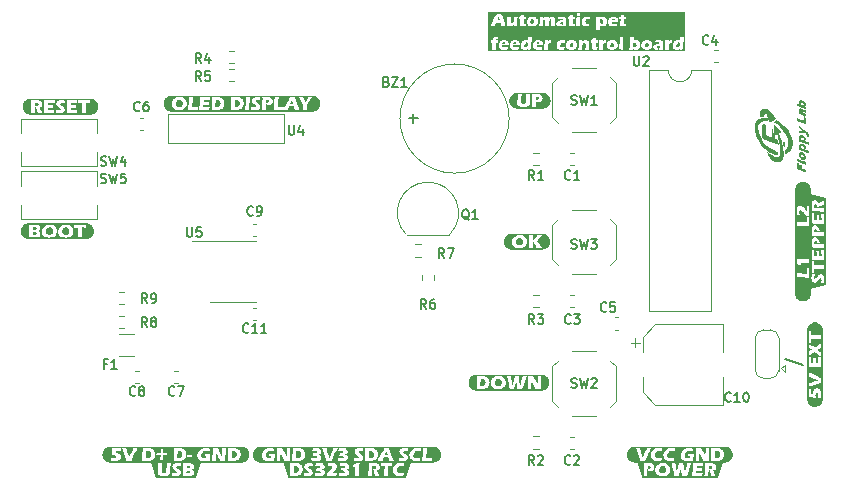
<source format=gbr>
%TF.GenerationSoftware,KiCad,Pcbnew,7.0.7*%
%TF.CreationDate,2024-01-02T18:34:25+01:00*%
%TF.ProjectId,maui feeder circuit,6d617569-2066-4656-9564-657220636972,1.0*%
%TF.SameCoordinates,Original*%
%TF.FileFunction,Legend,Top*%
%TF.FilePolarity,Positive*%
%FSLAX46Y46*%
G04 Gerber Fmt 4.6, Leading zero omitted, Abs format (unit mm)*
G04 Created by KiCad (PCBNEW 7.0.7) date 2024-01-02 18:34:25*
%MOMM*%
%LPD*%
G01*
G04 APERTURE LIST*
%ADD10C,0.150000*%
%ADD11C,0.120000*%
G04 APERTURE END LIST*
D10*
X190502000Y-89879000D02*
X192026000Y-90387000D01*
X136520667Y-87193295D02*
X136254000Y-86812342D01*
X136063524Y-87193295D02*
X136063524Y-86393295D01*
X136063524Y-86393295D02*
X136368286Y-86393295D01*
X136368286Y-86393295D02*
X136444476Y-86431390D01*
X136444476Y-86431390D02*
X136482571Y-86469485D01*
X136482571Y-86469485D02*
X136520667Y-86545676D01*
X136520667Y-86545676D02*
X136520667Y-86659961D01*
X136520667Y-86659961D02*
X136482571Y-86736152D01*
X136482571Y-86736152D02*
X136444476Y-86774247D01*
X136444476Y-86774247D02*
X136368286Y-86812342D01*
X136368286Y-86812342D02*
X136063524Y-86812342D01*
X136977809Y-86736152D02*
X136901619Y-86698057D01*
X136901619Y-86698057D02*
X136863524Y-86659961D01*
X136863524Y-86659961D02*
X136825428Y-86583771D01*
X136825428Y-86583771D02*
X136825428Y-86545676D01*
X136825428Y-86545676D02*
X136863524Y-86469485D01*
X136863524Y-86469485D02*
X136901619Y-86431390D01*
X136901619Y-86431390D02*
X136977809Y-86393295D01*
X136977809Y-86393295D02*
X137130190Y-86393295D01*
X137130190Y-86393295D02*
X137206381Y-86431390D01*
X137206381Y-86431390D02*
X137244476Y-86469485D01*
X137244476Y-86469485D02*
X137282571Y-86545676D01*
X137282571Y-86545676D02*
X137282571Y-86583771D01*
X137282571Y-86583771D02*
X137244476Y-86659961D01*
X137244476Y-86659961D02*
X137206381Y-86698057D01*
X137206381Y-86698057D02*
X137130190Y-86736152D01*
X137130190Y-86736152D02*
X136977809Y-86736152D01*
X136977809Y-86736152D02*
X136901619Y-86774247D01*
X136901619Y-86774247D02*
X136863524Y-86812342D01*
X136863524Y-86812342D02*
X136825428Y-86888533D01*
X136825428Y-86888533D02*
X136825428Y-87040914D01*
X136825428Y-87040914D02*
X136863524Y-87117104D01*
X136863524Y-87117104D02*
X136901619Y-87155200D01*
X136901619Y-87155200D02*
X136977809Y-87193295D01*
X136977809Y-87193295D02*
X137130190Y-87193295D01*
X137130190Y-87193295D02*
X137206381Y-87155200D01*
X137206381Y-87155200D02*
X137244476Y-87117104D01*
X137244476Y-87117104D02*
X137282571Y-87040914D01*
X137282571Y-87040914D02*
X137282571Y-86888533D01*
X137282571Y-86888533D02*
X137244476Y-86812342D01*
X137244476Y-86812342D02*
X137206381Y-86774247D01*
X137206381Y-86774247D02*
X137130190Y-86736152D01*
X169286667Y-74747295D02*
X169020000Y-74366342D01*
X168829524Y-74747295D02*
X168829524Y-73947295D01*
X168829524Y-73947295D02*
X169134286Y-73947295D01*
X169134286Y-73947295D02*
X169210476Y-73985390D01*
X169210476Y-73985390D02*
X169248571Y-74023485D01*
X169248571Y-74023485D02*
X169286667Y-74099676D01*
X169286667Y-74099676D02*
X169286667Y-74213961D01*
X169286667Y-74213961D02*
X169248571Y-74290152D01*
X169248571Y-74290152D02*
X169210476Y-74328247D01*
X169210476Y-74328247D02*
X169134286Y-74366342D01*
X169134286Y-74366342D02*
X168829524Y-74366342D01*
X170048571Y-74747295D02*
X169591428Y-74747295D01*
X169820000Y-74747295D02*
X169820000Y-73947295D01*
X169820000Y-73947295D02*
X169743809Y-74061580D01*
X169743809Y-74061580D02*
X169667619Y-74137771D01*
X169667619Y-74137771D02*
X169591428Y-74175866D01*
X139854476Y-78773295D02*
X139854476Y-79420914D01*
X139854476Y-79420914D02*
X139892571Y-79497104D01*
X139892571Y-79497104D02*
X139930666Y-79535200D01*
X139930666Y-79535200D02*
X140006857Y-79573295D01*
X140006857Y-79573295D02*
X140159238Y-79573295D01*
X140159238Y-79573295D02*
X140235428Y-79535200D01*
X140235428Y-79535200D02*
X140273523Y-79497104D01*
X140273523Y-79497104D02*
X140311619Y-79420914D01*
X140311619Y-79420914D02*
X140311619Y-78773295D01*
X141073523Y-78773295D02*
X140692571Y-78773295D01*
X140692571Y-78773295D02*
X140654475Y-79154247D01*
X140654475Y-79154247D02*
X140692571Y-79116152D01*
X140692571Y-79116152D02*
X140768761Y-79078057D01*
X140768761Y-79078057D02*
X140959237Y-79078057D01*
X140959237Y-79078057D02*
X141035428Y-79116152D01*
X141035428Y-79116152D02*
X141073523Y-79154247D01*
X141073523Y-79154247D02*
X141111618Y-79230438D01*
X141111618Y-79230438D02*
X141111618Y-79420914D01*
X141111618Y-79420914D02*
X141073523Y-79497104D01*
X141073523Y-79497104D02*
X141035428Y-79535200D01*
X141035428Y-79535200D02*
X140959237Y-79573295D01*
X140959237Y-79573295D02*
X140768761Y-79573295D01*
X140768761Y-79573295D02*
X140692571Y-79535200D01*
X140692571Y-79535200D02*
X140654475Y-79497104D01*
X136520667Y-85161295D02*
X136254000Y-84780342D01*
X136063524Y-85161295D02*
X136063524Y-84361295D01*
X136063524Y-84361295D02*
X136368286Y-84361295D01*
X136368286Y-84361295D02*
X136444476Y-84399390D01*
X136444476Y-84399390D02*
X136482571Y-84437485D01*
X136482571Y-84437485D02*
X136520667Y-84513676D01*
X136520667Y-84513676D02*
X136520667Y-84627961D01*
X136520667Y-84627961D02*
X136482571Y-84704152D01*
X136482571Y-84704152D02*
X136444476Y-84742247D01*
X136444476Y-84742247D02*
X136368286Y-84780342D01*
X136368286Y-84780342D02*
X136063524Y-84780342D01*
X136901619Y-85161295D02*
X137054000Y-85161295D01*
X137054000Y-85161295D02*
X137130190Y-85123200D01*
X137130190Y-85123200D02*
X137168286Y-85085104D01*
X137168286Y-85085104D02*
X137244476Y-84970819D01*
X137244476Y-84970819D02*
X137282571Y-84818438D01*
X137282571Y-84818438D02*
X137282571Y-84513676D01*
X137282571Y-84513676D02*
X137244476Y-84437485D01*
X137244476Y-84437485D02*
X137206381Y-84399390D01*
X137206381Y-84399390D02*
X137130190Y-84361295D01*
X137130190Y-84361295D02*
X136977809Y-84361295D01*
X136977809Y-84361295D02*
X136901619Y-84399390D01*
X136901619Y-84399390D02*
X136863524Y-84437485D01*
X136863524Y-84437485D02*
X136825428Y-84513676D01*
X136825428Y-84513676D02*
X136825428Y-84704152D01*
X136825428Y-84704152D02*
X136863524Y-84780342D01*
X136863524Y-84780342D02*
X136901619Y-84818438D01*
X136901619Y-84818438D02*
X136977809Y-84856533D01*
X136977809Y-84856533D02*
X137130190Y-84856533D01*
X137130190Y-84856533D02*
X137206381Y-84818438D01*
X137206381Y-84818438D02*
X137244476Y-84780342D01*
X137244476Y-84780342D02*
X137282571Y-84704152D01*
X177700476Y-64295295D02*
X177700476Y-64942914D01*
X177700476Y-64942914D02*
X177738571Y-65019104D01*
X177738571Y-65019104D02*
X177776666Y-65057200D01*
X177776666Y-65057200D02*
X177852857Y-65095295D01*
X177852857Y-65095295D02*
X178005238Y-65095295D01*
X178005238Y-65095295D02*
X178081428Y-65057200D01*
X178081428Y-65057200D02*
X178119523Y-65019104D01*
X178119523Y-65019104D02*
X178157619Y-64942914D01*
X178157619Y-64942914D02*
X178157619Y-64295295D01*
X178500475Y-64371485D02*
X178538571Y-64333390D01*
X178538571Y-64333390D02*
X178614761Y-64295295D01*
X178614761Y-64295295D02*
X178805237Y-64295295D01*
X178805237Y-64295295D02*
X178881428Y-64333390D01*
X178881428Y-64333390D02*
X178919523Y-64371485D01*
X178919523Y-64371485D02*
X178957618Y-64447676D01*
X178957618Y-64447676D02*
X178957618Y-64523866D01*
X178957618Y-64523866D02*
X178919523Y-64638152D01*
X178919523Y-64638152D02*
X178462380Y-65095295D01*
X178462380Y-65095295D02*
X178957618Y-65095295D01*
X175382667Y-85847104D02*
X175344571Y-85885200D01*
X175344571Y-85885200D02*
X175230286Y-85923295D01*
X175230286Y-85923295D02*
X175154095Y-85923295D01*
X175154095Y-85923295D02*
X175039809Y-85885200D01*
X175039809Y-85885200D02*
X174963619Y-85809009D01*
X174963619Y-85809009D02*
X174925524Y-85732819D01*
X174925524Y-85732819D02*
X174887428Y-85580438D01*
X174887428Y-85580438D02*
X174887428Y-85466152D01*
X174887428Y-85466152D02*
X174925524Y-85313771D01*
X174925524Y-85313771D02*
X174963619Y-85237580D01*
X174963619Y-85237580D02*
X175039809Y-85161390D01*
X175039809Y-85161390D02*
X175154095Y-85123295D01*
X175154095Y-85123295D02*
X175230286Y-85123295D01*
X175230286Y-85123295D02*
X175344571Y-85161390D01*
X175344571Y-85161390D02*
X175382667Y-85199485D01*
X176106476Y-85123295D02*
X175725524Y-85123295D01*
X175725524Y-85123295D02*
X175687428Y-85504247D01*
X175687428Y-85504247D02*
X175725524Y-85466152D01*
X175725524Y-85466152D02*
X175801714Y-85428057D01*
X175801714Y-85428057D02*
X175992190Y-85428057D01*
X175992190Y-85428057D02*
X176068381Y-85466152D01*
X176068381Y-85466152D02*
X176106476Y-85504247D01*
X176106476Y-85504247D02*
X176144571Y-85580438D01*
X176144571Y-85580438D02*
X176144571Y-85770914D01*
X176144571Y-85770914D02*
X176106476Y-85847104D01*
X176106476Y-85847104D02*
X176068381Y-85885200D01*
X176068381Y-85885200D02*
X175992190Y-85923295D01*
X175992190Y-85923295D02*
X175801714Y-85923295D01*
X175801714Y-85923295D02*
X175725524Y-85885200D01*
X175725524Y-85885200D02*
X175687428Y-85847104D01*
X169286667Y-86939295D02*
X169020000Y-86558342D01*
X168829524Y-86939295D02*
X168829524Y-86139295D01*
X168829524Y-86139295D02*
X169134286Y-86139295D01*
X169134286Y-86139295D02*
X169210476Y-86177390D01*
X169210476Y-86177390D02*
X169248571Y-86215485D01*
X169248571Y-86215485D02*
X169286667Y-86291676D01*
X169286667Y-86291676D02*
X169286667Y-86405961D01*
X169286667Y-86405961D02*
X169248571Y-86482152D01*
X169248571Y-86482152D02*
X169210476Y-86520247D01*
X169210476Y-86520247D02*
X169134286Y-86558342D01*
X169134286Y-86558342D02*
X168829524Y-86558342D01*
X169553333Y-86139295D02*
X170048571Y-86139295D01*
X170048571Y-86139295D02*
X169781905Y-86444057D01*
X169781905Y-86444057D02*
X169896190Y-86444057D01*
X169896190Y-86444057D02*
X169972381Y-86482152D01*
X169972381Y-86482152D02*
X170010476Y-86520247D01*
X170010476Y-86520247D02*
X170048571Y-86596438D01*
X170048571Y-86596438D02*
X170048571Y-86786914D01*
X170048571Y-86786914D02*
X170010476Y-86863104D01*
X170010476Y-86863104D02*
X169972381Y-86901200D01*
X169972381Y-86901200D02*
X169896190Y-86939295D01*
X169896190Y-86939295D02*
X169667619Y-86939295D01*
X169667619Y-86939295D02*
X169591428Y-86901200D01*
X169591428Y-86901200D02*
X169553333Y-86863104D01*
X141092667Y-66365295D02*
X140826000Y-65984342D01*
X140635524Y-66365295D02*
X140635524Y-65565295D01*
X140635524Y-65565295D02*
X140940286Y-65565295D01*
X140940286Y-65565295D02*
X141016476Y-65603390D01*
X141016476Y-65603390D02*
X141054571Y-65641485D01*
X141054571Y-65641485D02*
X141092667Y-65717676D01*
X141092667Y-65717676D02*
X141092667Y-65831961D01*
X141092667Y-65831961D02*
X141054571Y-65908152D01*
X141054571Y-65908152D02*
X141016476Y-65946247D01*
X141016476Y-65946247D02*
X140940286Y-65984342D01*
X140940286Y-65984342D02*
X140635524Y-65984342D01*
X141816476Y-65565295D02*
X141435524Y-65565295D01*
X141435524Y-65565295D02*
X141397428Y-65946247D01*
X141397428Y-65946247D02*
X141435524Y-65908152D01*
X141435524Y-65908152D02*
X141511714Y-65870057D01*
X141511714Y-65870057D02*
X141702190Y-65870057D01*
X141702190Y-65870057D02*
X141778381Y-65908152D01*
X141778381Y-65908152D02*
X141816476Y-65946247D01*
X141816476Y-65946247D02*
X141854571Y-66022438D01*
X141854571Y-66022438D02*
X141854571Y-66212914D01*
X141854571Y-66212914D02*
X141816476Y-66289104D01*
X141816476Y-66289104D02*
X141778381Y-66327200D01*
X141778381Y-66327200D02*
X141702190Y-66365295D01*
X141702190Y-66365295D02*
X141511714Y-66365295D01*
X141511714Y-66365295D02*
X141435524Y-66327200D01*
X141435524Y-66327200D02*
X141397428Y-66289104D01*
X156777237Y-66454247D02*
X156891523Y-66492342D01*
X156891523Y-66492342D02*
X156929618Y-66530438D01*
X156929618Y-66530438D02*
X156967714Y-66606628D01*
X156967714Y-66606628D02*
X156967714Y-66720914D01*
X156967714Y-66720914D02*
X156929618Y-66797104D01*
X156929618Y-66797104D02*
X156891523Y-66835200D01*
X156891523Y-66835200D02*
X156815333Y-66873295D01*
X156815333Y-66873295D02*
X156510571Y-66873295D01*
X156510571Y-66873295D02*
X156510571Y-66073295D01*
X156510571Y-66073295D02*
X156777237Y-66073295D01*
X156777237Y-66073295D02*
X156853428Y-66111390D01*
X156853428Y-66111390D02*
X156891523Y-66149485D01*
X156891523Y-66149485D02*
X156929618Y-66225676D01*
X156929618Y-66225676D02*
X156929618Y-66301866D01*
X156929618Y-66301866D02*
X156891523Y-66378057D01*
X156891523Y-66378057D02*
X156853428Y-66416152D01*
X156853428Y-66416152D02*
X156777237Y-66454247D01*
X156777237Y-66454247D02*
X156510571Y-66454247D01*
X157234380Y-66073295D02*
X157767714Y-66073295D01*
X157767714Y-66073295D02*
X157234380Y-66873295D01*
X157234380Y-66873295D02*
X157767714Y-66873295D01*
X158491523Y-66873295D02*
X158034380Y-66873295D01*
X158262952Y-66873295D02*
X158262952Y-66073295D01*
X158262952Y-66073295D02*
X158186761Y-66187580D01*
X158186761Y-66187580D02*
X158110571Y-66263771D01*
X158110571Y-66263771D02*
X158034380Y-66301866D01*
X158649048Y-69532866D02*
X159410953Y-69532866D01*
X159030000Y-69913819D02*
X159030000Y-69151914D01*
X145461467Y-77719104D02*
X145423371Y-77757200D01*
X145423371Y-77757200D02*
X145309086Y-77795295D01*
X145309086Y-77795295D02*
X145232895Y-77795295D01*
X145232895Y-77795295D02*
X145118609Y-77757200D01*
X145118609Y-77757200D02*
X145042419Y-77681009D01*
X145042419Y-77681009D02*
X145004324Y-77604819D01*
X145004324Y-77604819D02*
X144966228Y-77452438D01*
X144966228Y-77452438D02*
X144966228Y-77338152D01*
X144966228Y-77338152D02*
X145004324Y-77185771D01*
X145004324Y-77185771D02*
X145042419Y-77109580D01*
X145042419Y-77109580D02*
X145118609Y-77033390D01*
X145118609Y-77033390D02*
X145232895Y-76995295D01*
X145232895Y-76995295D02*
X145309086Y-76995295D01*
X145309086Y-76995295D02*
X145423371Y-77033390D01*
X145423371Y-77033390D02*
X145461467Y-77071485D01*
X145842419Y-77795295D02*
X145994800Y-77795295D01*
X145994800Y-77795295D02*
X146070990Y-77757200D01*
X146070990Y-77757200D02*
X146109086Y-77719104D01*
X146109086Y-77719104D02*
X146185276Y-77604819D01*
X146185276Y-77604819D02*
X146223371Y-77452438D01*
X146223371Y-77452438D02*
X146223371Y-77147676D01*
X146223371Y-77147676D02*
X146185276Y-77071485D01*
X146185276Y-77071485D02*
X146147181Y-77033390D01*
X146147181Y-77033390D02*
X146070990Y-76995295D01*
X146070990Y-76995295D02*
X145918609Y-76995295D01*
X145918609Y-76995295D02*
X145842419Y-77033390D01*
X145842419Y-77033390D02*
X145804324Y-77071485D01*
X145804324Y-77071485D02*
X145766228Y-77147676D01*
X145766228Y-77147676D02*
X145766228Y-77338152D01*
X145766228Y-77338152D02*
X145804324Y-77414342D01*
X145804324Y-77414342D02*
X145842419Y-77452438D01*
X145842419Y-77452438D02*
X145918609Y-77490533D01*
X145918609Y-77490533D02*
X146070990Y-77490533D01*
X146070990Y-77490533D02*
X146147181Y-77452438D01*
X146147181Y-77452438D02*
X146185276Y-77414342D01*
X146185276Y-77414342D02*
X146223371Y-77338152D01*
X169286667Y-98877295D02*
X169020000Y-98496342D01*
X168829524Y-98877295D02*
X168829524Y-98077295D01*
X168829524Y-98077295D02*
X169134286Y-98077295D01*
X169134286Y-98077295D02*
X169210476Y-98115390D01*
X169210476Y-98115390D02*
X169248571Y-98153485D01*
X169248571Y-98153485D02*
X169286667Y-98229676D01*
X169286667Y-98229676D02*
X169286667Y-98343961D01*
X169286667Y-98343961D02*
X169248571Y-98420152D01*
X169248571Y-98420152D02*
X169210476Y-98458247D01*
X169210476Y-98458247D02*
X169134286Y-98496342D01*
X169134286Y-98496342D02*
X168829524Y-98496342D01*
X169591428Y-98153485D02*
X169629524Y-98115390D01*
X169629524Y-98115390D02*
X169705714Y-98077295D01*
X169705714Y-98077295D02*
X169896190Y-98077295D01*
X169896190Y-98077295D02*
X169972381Y-98115390D01*
X169972381Y-98115390D02*
X170010476Y-98153485D01*
X170010476Y-98153485D02*
X170048571Y-98229676D01*
X170048571Y-98229676D02*
X170048571Y-98305866D01*
X170048571Y-98305866D02*
X170010476Y-98420152D01*
X170010476Y-98420152D02*
X169553333Y-98877295D01*
X169553333Y-98877295D02*
X170048571Y-98877295D01*
X141092667Y-64841295D02*
X140826000Y-64460342D01*
X140635524Y-64841295D02*
X140635524Y-64041295D01*
X140635524Y-64041295D02*
X140940286Y-64041295D01*
X140940286Y-64041295D02*
X141016476Y-64079390D01*
X141016476Y-64079390D02*
X141054571Y-64117485D01*
X141054571Y-64117485D02*
X141092667Y-64193676D01*
X141092667Y-64193676D02*
X141092667Y-64307961D01*
X141092667Y-64307961D02*
X141054571Y-64384152D01*
X141054571Y-64384152D02*
X141016476Y-64422247D01*
X141016476Y-64422247D02*
X140940286Y-64460342D01*
X140940286Y-64460342D02*
X140635524Y-64460342D01*
X141778381Y-64307961D02*
X141778381Y-64841295D01*
X141587905Y-64003200D02*
X141397428Y-64574628D01*
X141397428Y-64574628D02*
X141892667Y-64574628D01*
X172417332Y-92324200D02*
X172531618Y-92362295D01*
X172531618Y-92362295D02*
X172722094Y-92362295D01*
X172722094Y-92362295D02*
X172798285Y-92324200D01*
X172798285Y-92324200D02*
X172836380Y-92286104D01*
X172836380Y-92286104D02*
X172874475Y-92209914D01*
X172874475Y-92209914D02*
X172874475Y-92133723D01*
X172874475Y-92133723D02*
X172836380Y-92057533D01*
X172836380Y-92057533D02*
X172798285Y-92019438D01*
X172798285Y-92019438D02*
X172722094Y-91981342D01*
X172722094Y-91981342D02*
X172569713Y-91943247D01*
X172569713Y-91943247D02*
X172493523Y-91905152D01*
X172493523Y-91905152D02*
X172455428Y-91867057D01*
X172455428Y-91867057D02*
X172417332Y-91790866D01*
X172417332Y-91790866D02*
X172417332Y-91714676D01*
X172417332Y-91714676D02*
X172455428Y-91638485D01*
X172455428Y-91638485D02*
X172493523Y-91600390D01*
X172493523Y-91600390D02*
X172569713Y-91562295D01*
X172569713Y-91562295D02*
X172760190Y-91562295D01*
X172760190Y-91562295D02*
X172874475Y-91600390D01*
X173141142Y-91562295D02*
X173331618Y-92362295D01*
X173331618Y-92362295D02*
X173483999Y-91790866D01*
X173483999Y-91790866D02*
X173636380Y-92362295D01*
X173636380Y-92362295D02*
X173826857Y-91562295D01*
X174093523Y-91638485D02*
X174131619Y-91600390D01*
X174131619Y-91600390D02*
X174207809Y-91562295D01*
X174207809Y-91562295D02*
X174398285Y-91562295D01*
X174398285Y-91562295D02*
X174474476Y-91600390D01*
X174474476Y-91600390D02*
X174512571Y-91638485D01*
X174512571Y-91638485D02*
X174550666Y-91714676D01*
X174550666Y-91714676D02*
X174550666Y-91790866D01*
X174550666Y-91790866D02*
X174512571Y-91905152D01*
X174512571Y-91905152D02*
X174055428Y-92362295D01*
X174055428Y-92362295D02*
X174550666Y-92362295D01*
X172334667Y-74671104D02*
X172296571Y-74709200D01*
X172296571Y-74709200D02*
X172182286Y-74747295D01*
X172182286Y-74747295D02*
X172106095Y-74747295D01*
X172106095Y-74747295D02*
X171991809Y-74709200D01*
X171991809Y-74709200D02*
X171915619Y-74633009D01*
X171915619Y-74633009D02*
X171877524Y-74556819D01*
X171877524Y-74556819D02*
X171839428Y-74404438D01*
X171839428Y-74404438D02*
X171839428Y-74290152D01*
X171839428Y-74290152D02*
X171877524Y-74137771D01*
X171877524Y-74137771D02*
X171915619Y-74061580D01*
X171915619Y-74061580D02*
X171991809Y-73985390D01*
X171991809Y-73985390D02*
X172106095Y-73947295D01*
X172106095Y-73947295D02*
X172182286Y-73947295D01*
X172182286Y-73947295D02*
X172296571Y-73985390D01*
X172296571Y-73985390D02*
X172334667Y-74023485D01*
X173096571Y-74747295D02*
X172639428Y-74747295D01*
X172868000Y-74747295D02*
X172868000Y-73947295D01*
X172868000Y-73947295D02*
X172791809Y-74061580D01*
X172791809Y-74061580D02*
X172715619Y-74137771D01*
X172715619Y-74137771D02*
X172639428Y-74175866D01*
X135504667Y-92959104D02*
X135466571Y-92997200D01*
X135466571Y-92997200D02*
X135352286Y-93035295D01*
X135352286Y-93035295D02*
X135276095Y-93035295D01*
X135276095Y-93035295D02*
X135161809Y-92997200D01*
X135161809Y-92997200D02*
X135085619Y-92921009D01*
X135085619Y-92921009D02*
X135047524Y-92844819D01*
X135047524Y-92844819D02*
X135009428Y-92692438D01*
X135009428Y-92692438D02*
X135009428Y-92578152D01*
X135009428Y-92578152D02*
X135047524Y-92425771D01*
X135047524Y-92425771D02*
X135085619Y-92349580D01*
X135085619Y-92349580D02*
X135161809Y-92273390D01*
X135161809Y-92273390D02*
X135276095Y-92235295D01*
X135276095Y-92235295D02*
X135352286Y-92235295D01*
X135352286Y-92235295D02*
X135466571Y-92273390D01*
X135466571Y-92273390D02*
X135504667Y-92311485D01*
X135961809Y-92578152D02*
X135885619Y-92540057D01*
X135885619Y-92540057D02*
X135847524Y-92501961D01*
X135847524Y-92501961D02*
X135809428Y-92425771D01*
X135809428Y-92425771D02*
X135809428Y-92387676D01*
X135809428Y-92387676D02*
X135847524Y-92311485D01*
X135847524Y-92311485D02*
X135885619Y-92273390D01*
X135885619Y-92273390D02*
X135961809Y-92235295D01*
X135961809Y-92235295D02*
X136114190Y-92235295D01*
X136114190Y-92235295D02*
X136190381Y-92273390D01*
X136190381Y-92273390D02*
X136228476Y-92311485D01*
X136228476Y-92311485D02*
X136266571Y-92387676D01*
X136266571Y-92387676D02*
X136266571Y-92425771D01*
X136266571Y-92425771D02*
X136228476Y-92501961D01*
X136228476Y-92501961D02*
X136190381Y-92540057D01*
X136190381Y-92540057D02*
X136114190Y-92578152D01*
X136114190Y-92578152D02*
X135961809Y-92578152D01*
X135961809Y-92578152D02*
X135885619Y-92616247D01*
X135885619Y-92616247D02*
X135847524Y-92654342D01*
X135847524Y-92654342D02*
X135809428Y-92730533D01*
X135809428Y-92730533D02*
X135809428Y-92882914D01*
X135809428Y-92882914D02*
X135847524Y-92959104D01*
X135847524Y-92959104D02*
X135885619Y-92997200D01*
X135885619Y-92997200D02*
X135961809Y-93035295D01*
X135961809Y-93035295D02*
X136114190Y-93035295D01*
X136114190Y-93035295D02*
X136190381Y-92997200D01*
X136190381Y-92997200D02*
X136228476Y-92959104D01*
X136228476Y-92959104D02*
X136266571Y-92882914D01*
X136266571Y-92882914D02*
X136266571Y-92730533D01*
X136266571Y-92730533D02*
X136228476Y-92654342D01*
X136228476Y-92654342D02*
X136190381Y-92616247D01*
X136190381Y-92616247D02*
X136114190Y-92578152D01*
X132573332Y-74975200D02*
X132687618Y-75013295D01*
X132687618Y-75013295D02*
X132878094Y-75013295D01*
X132878094Y-75013295D02*
X132954285Y-74975200D01*
X132954285Y-74975200D02*
X132992380Y-74937104D01*
X132992380Y-74937104D02*
X133030475Y-74860914D01*
X133030475Y-74860914D02*
X133030475Y-74784723D01*
X133030475Y-74784723D02*
X132992380Y-74708533D01*
X132992380Y-74708533D02*
X132954285Y-74670438D01*
X132954285Y-74670438D02*
X132878094Y-74632342D01*
X132878094Y-74632342D02*
X132725713Y-74594247D01*
X132725713Y-74594247D02*
X132649523Y-74556152D01*
X132649523Y-74556152D02*
X132611428Y-74518057D01*
X132611428Y-74518057D02*
X132573332Y-74441866D01*
X132573332Y-74441866D02*
X132573332Y-74365676D01*
X132573332Y-74365676D02*
X132611428Y-74289485D01*
X132611428Y-74289485D02*
X132649523Y-74251390D01*
X132649523Y-74251390D02*
X132725713Y-74213295D01*
X132725713Y-74213295D02*
X132916190Y-74213295D01*
X132916190Y-74213295D02*
X133030475Y-74251390D01*
X133297142Y-74213295D02*
X133487618Y-75013295D01*
X133487618Y-75013295D02*
X133639999Y-74441866D01*
X133639999Y-74441866D02*
X133792380Y-75013295D01*
X133792380Y-75013295D02*
X133982857Y-74213295D01*
X134668571Y-74213295D02*
X134287619Y-74213295D01*
X134287619Y-74213295D02*
X134249523Y-74594247D01*
X134249523Y-74594247D02*
X134287619Y-74556152D01*
X134287619Y-74556152D02*
X134363809Y-74518057D01*
X134363809Y-74518057D02*
X134554285Y-74518057D01*
X134554285Y-74518057D02*
X134630476Y-74556152D01*
X134630476Y-74556152D02*
X134668571Y-74594247D01*
X134668571Y-74594247D02*
X134706666Y-74670438D01*
X134706666Y-74670438D02*
X134706666Y-74860914D01*
X134706666Y-74860914D02*
X134668571Y-74937104D01*
X134668571Y-74937104D02*
X134630476Y-74975200D01*
X134630476Y-74975200D02*
X134554285Y-75013295D01*
X134554285Y-75013295D02*
X134363809Y-75013295D01*
X134363809Y-75013295D02*
X134287619Y-74975200D01*
X134287619Y-74975200D02*
X134249523Y-74937104D01*
X172334667Y-98801104D02*
X172296571Y-98839200D01*
X172296571Y-98839200D02*
X172182286Y-98877295D01*
X172182286Y-98877295D02*
X172106095Y-98877295D01*
X172106095Y-98877295D02*
X171991809Y-98839200D01*
X171991809Y-98839200D02*
X171915619Y-98763009D01*
X171915619Y-98763009D02*
X171877524Y-98686819D01*
X171877524Y-98686819D02*
X171839428Y-98534438D01*
X171839428Y-98534438D02*
X171839428Y-98420152D01*
X171839428Y-98420152D02*
X171877524Y-98267771D01*
X171877524Y-98267771D02*
X171915619Y-98191580D01*
X171915619Y-98191580D02*
X171991809Y-98115390D01*
X171991809Y-98115390D02*
X172106095Y-98077295D01*
X172106095Y-98077295D02*
X172182286Y-98077295D01*
X172182286Y-98077295D02*
X172296571Y-98115390D01*
X172296571Y-98115390D02*
X172334667Y-98153485D01*
X172639428Y-98153485D02*
X172677524Y-98115390D01*
X172677524Y-98115390D02*
X172753714Y-98077295D01*
X172753714Y-98077295D02*
X172944190Y-98077295D01*
X172944190Y-98077295D02*
X173020381Y-98115390D01*
X173020381Y-98115390D02*
X173058476Y-98153485D01*
X173058476Y-98153485D02*
X173096571Y-98229676D01*
X173096571Y-98229676D02*
X173096571Y-98305866D01*
X173096571Y-98305866D02*
X173058476Y-98420152D01*
X173058476Y-98420152D02*
X172601333Y-98877295D01*
X172601333Y-98877295D02*
X173096571Y-98877295D01*
X148490476Y-70137295D02*
X148490476Y-70784914D01*
X148490476Y-70784914D02*
X148528571Y-70861104D01*
X148528571Y-70861104D02*
X148566666Y-70899200D01*
X148566666Y-70899200D02*
X148642857Y-70937295D01*
X148642857Y-70937295D02*
X148795238Y-70937295D01*
X148795238Y-70937295D02*
X148871428Y-70899200D01*
X148871428Y-70899200D02*
X148909523Y-70861104D01*
X148909523Y-70861104D02*
X148947619Y-70784914D01*
X148947619Y-70784914D02*
X148947619Y-70137295D01*
X149671428Y-70403961D02*
X149671428Y-70937295D01*
X149480952Y-70099200D02*
X149290475Y-70670628D01*
X149290475Y-70670628D02*
X149785714Y-70670628D01*
X161666667Y-81351295D02*
X161400000Y-80970342D01*
X161209524Y-81351295D02*
X161209524Y-80551295D01*
X161209524Y-80551295D02*
X161514286Y-80551295D01*
X161514286Y-80551295D02*
X161590476Y-80589390D01*
X161590476Y-80589390D02*
X161628571Y-80627485D01*
X161628571Y-80627485D02*
X161666667Y-80703676D01*
X161666667Y-80703676D02*
X161666667Y-80817961D01*
X161666667Y-80817961D02*
X161628571Y-80894152D01*
X161628571Y-80894152D02*
X161590476Y-80932247D01*
X161590476Y-80932247D02*
X161514286Y-80970342D01*
X161514286Y-80970342D02*
X161209524Y-80970342D01*
X161933333Y-80551295D02*
X162466667Y-80551295D01*
X162466667Y-80551295D02*
X162123809Y-81351295D01*
X172417332Y-68359200D02*
X172531618Y-68397295D01*
X172531618Y-68397295D02*
X172722094Y-68397295D01*
X172722094Y-68397295D02*
X172798285Y-68359200D01*
X172798285Y-68359200D02*
X172836380Y-68321104D01*
X172836380Y-68321104D02*
X172874475Y-68244914D01*
X172874475Y-68244914D02*
X172874475Y-68168723D01*
X172874475Y-68168723D02*
X172836380Y-68092533D01*
X172836380Y-68092533D02*
X172798285Y-68054438D01*
X172798285Y-68054438D02*
X172722094Y-68016342D01*
X172722094Y-68016342D02*
X172569713Y-67978247D01*
X172569713Y-67978247D02*
X172493523Y-67940152D01*
X172493523Y-67940152D02*
X172455428Y-67902057D01*
X172455428Y-67902057D02*
X172417332Y-67825866D01*
X172417332Y-67825866D02*
X172417332Y-67749676D01*
X172417332Y-67749676D02*
X172455428Y-67673485D01*
X172455428Y-67673485D02*
X172493523Y-67635390D01*
X172493523Y-67635390D02*
X172569713Y-67597295D01*
X172569713Y-67597295D02*
X172760190Y-67597295D01*
X172760190Y-67597295D02*
X172874475Y-67635390D01*
X173141142Y-67597295D02*
X173331618Y-68397295D01*
X173331618Y-68397295D02*
X173483999Y-67825866D01*
X173483999Y-67825866D02*
X173636380Y-68397295D01*
X173636380Y-68397295D02*
X173826857Y-67597295D01*
X174550666Y-68397295D02*
X174093523Y-68397295D01*
X174322095Y-68397295D02*
X174322095Y-67597295D01*
X174322095Y-67597295D02*
X174245904Y-67711580D01*
X174245904Y-67711580D02*
X174169714Y-67787771D01*
X174169714Y-67787771D02*
X174093523Y-67825866D01*
X163755809Y-78125485D02*
X163679619Y-78087390D01*
X163679619Y-78087390D02*
X163603428Y-78011200D01*
X163603428Y-78011200D02*
X163489142Y-77896914D01*
X163489142Y-77896914D02*
X163412952Y-77858819D01*
X163412952Y-77858819D02*
X163336761Y-77858819D01*
X163374857Y-78049295D02*
X163298666Y-78011200D01*
X163298666Y-78011200D02*
X163222476Y-77935009D01*
X163222476Y-77935009D02*
X163184380Y-77782628D01*
X163184380Y-77782628D02*
X163184380Y-77515961D01*
X163184380Y-77515961D02*
X163222476Y-77363580D01*
X163222476Y-77363580D02*
X163298666Y-77287390D01*
X163298666Y-77287390D02*
X163374857Y-77249295D01*
X163374857Y-77249295D02*
X163527238Y-77249295D01*
X163527238Y-77249295D02*
X163603428Y-77287390D01*
X163603428Y-77287390D02*
X163679619Y-77363580D01*
X163679619Y-77363580D02*
X163717714Y-77515961D01*
X163717714Y-77515961D02*
X163717714Y-77782628D01*
X163717714Y-77782628D02*
X163679619Y-77935009D01*
X163679619Y-77935009D02*
X163603428Y-78011200D01*
X163603428Y-78011200D02*
X163527238Y-78049295D01*
X163527238Y-78049295D02*
X163374857Y-78049295D01*
X164479618Y-78049295D02*
X164022475Y-78049295D01*
X164251047Y-78049295D02*
X164251047Y-77249295D01*
X164251047Y-77249295D02*
X164174856Y-77363580D01*
X164174856Y-77363580D02*
X164098666Y-77439771D01*
X164098666Y-77439771D02*
X164022475Y-77477866D01*
X132573332Y-73506200D02*
X132687618Y-73544295D01*
X132687618Y-73544295D02*
X132878094Y-73544295D01*
X132878094Y-73544295D02*
X132954285Y-73506200D01*
X132954285Y-73506200D02*
X132992380Y-73468104D01*
X132992380Y-73468104D02*
X133030475Y-73391914D01*
X133030475Y-73391914D02*
X133030475Y-73315723D01*
X133030475Y-73315723D02*
X132992380Y-73239533D01*
X132992380Y-73239533D02*
X132954285Y-73201438D01*
X132954285Y-73201438D02*
X132878094Y-73163342D01*
X132878094Y-73163342D02*
X132725713Y-73125247D01*
X132725713Y-73125247D02*
X132649523Y-73087152D01*
X132649523Y-73087152D02*
X132611428Y-73049057D01*
X132611428Y-73049057D02*
X132573332Y-72972866D01*
X132573332Y-72972866D02*
X132573332Y-72896676D01*
X132573332Y-72896676D02*
X132611428Y-72820485D01*
X132611428Y-72820485D02*
X132649523Y-72782390D01*
X132649523Y-72782390D02*
X132725713Y-72744295D01*
X132725713Y-72744295D02*
X132916190Y-72744295D01*
X132916190Y-72744295D02*
X133030475Y-72782390D01*
X133297142Y-72744295D02*
X133487618Y-73544295D01*
X133487618Y-73544295D02*
X133639999Y-72972866D01*
X133639999Y-72972866D02*
X133792380Y-73544295D01*
X133792380Y-73544295D02*
X133982857Y-72744295D01*
X134630476Y-73010961D02*
X134630476Y-73544295D01*
X134440000Y-72706200D02*
X134249523Y-73277628D01*
X134249523Y-73277628D02*
X134744762Y-73277628D01*
X184018667Y-63241104D02*
X183980571Y-63279200D01*
X183980571Y-63279200D02*
X183866286Y-63317295D01*
X183866286Y-63317295D02*
X183790095Y-63317295D01*
X183790095Y-63317295D02*
X183675809Y-63279200D01*
X183675809Y-63279200D02*
X183599619Y-63203009D01*
X183599619Y-63203009D02*
X183561524Y-63126819D01*
X183561524Y-63126819D02*
X183523428Y-62974438D01*
X183523428Y-62974438D02*
X183523428Y-62860152D01*
X183523428Y-62860152D02*
X183561524Y-62707771D01*
X183561524Y-62707771D02*
X183599619Y-62631580D01*
X183599619Y-62631580D02*
X183675809Y-62555390D01*
X183675809Y-62555390D02*
X183790095Y-62517295D01*
X183790095Y-62517295D02*
X183866286Y-62517295D01*
X183866286Y-62517295D02*
X183980571Y-62555390D01*
X183980571Y-62555390D02*
X184018667Y-62593485D01*
X184704381Y-62783961D02*
X184704381Y-63317295D01*
X184513905Y-62479200D02*
X184323428Y-63050628D01*
X184323428Y-63050628D02*
X184818667Y-63050628D01*
X160142667Y-85669295D02*
X159876000Y-85288342D01*
X159685524Y-85669295D02*
X159685524Y-84869295D01*
X159685524Y-84869295D02*
X159990286Y-84869295D01*
X159990286Y-84869295D02*
X160066476Y-84907390D01*
X160066476Y-84907390D02*
X160104571Y-84945485D01*
X160104571Y-84945485D02*
X160142667Y-85021676D01*
X160142667Y-85021676D02*
X160142667Y-85135961D01*
X160142667Y-85135961D02*
X160104571Y-85212152D01*
X160104571Y-85212152D02*
X160066476Y-85250247D01*
X160066476Y-85250247D02*
X159990286Y-85288342D01*
X159990286Y-85288342D02*
X159685524Y-85288342D01*
X160828381Y-84869295D02*
X160676000Y-84869295D01*
X160676000Y-84869295D02*
X160599809Y-84907390D01*
X160599809Y-84907390D02*
X160561714Y-84945485D01*
X160561714Y-84945485D02*
X160485524Y-85059771D01*
X160485524Y-85059771D02*
X160447428Y-85212152D01*
X160447428Y-85212152D02*
X160447428Y-85516914D01*
X160447428Y-85516914D02*
X160485524Y-85593104D01*
X160485524Y-85593104D02*
X160523619Y-85631200D01*
X160523619Y-85631200D02*
X160599809Y-85669295D01*
X160599809Y-85669295D02*
X160752190Y-85669295D01*
X160752190Y-85669295D02*
X160828381Y-85631200D01*
X160828381Y-85631200D02*
X160866476Y-85593104D01*
X160866476Y-85593104D02*
X160904571Y-85516914D01*
X160904571Y-85516914D02*
X160904571Y-85326438D01*
X160904571Y-85326438D02*
X160866476Y-85250247D01*
X160866476Y-85250247D02*
X160828381Y-85212152D01*
X160828381Y-85212152D02*
X160752190Y-85174057D01*
X160752190Y-85174057D02*
X160599809Y-85174057D01*
X160599809Y-85174057D02*
X160523619Y-85212152D01*
X160523619Y-85212152D02*
X160485524Y-85250247D01*
X160485524Y-85250247D02*
X160447428Y-85326438D01*
X172350667Y-86863104D02*
X172312571Y-86901200D01*
X172312571Y-86901200D02*
X172198286Y-86939295D01*
X172198286Y-86939295D02*
X172122095Y-86939295D01*
X172122095Y-86939295D02*
X172007809Y-86901200D01*
X172007809Y-86901200D02*
X171931619Y-86825009D01*
X171931619Y-86825009D02*
X171893524Y-86748819D01*
X171893524Y-86748819D02*
X171855428Y-86596438D01*
X171855428Y-86596438D02*
X171855428Y-86482152D01*
X171855428Y-86482152D02*
X171893524Y-86329771D01*
X171893524Y-86329771D02*
X171931619Y-86253580D01*
X171931619Y-86253580D02*
X172007809Y-86177390D01*
X172007809Y-86177390D02*
X172122095Y-86139295D01*
X172122095Y-86139295D02*
X172198286Y-86139295D01*
X172198286Y-86139295D02*
X172312571Y-86177390D01*
X172312571Y-86177390D02*
X172350667Y-86215485D01*
X172617333Y-86139295D02*
X173112571Y-86139295D01*
X173112571Y-86139295D02*
X172845905Y-86444057D01*
X172845905Y-86444057D02*
X172960190Y-86444057D01*
X172960190Y-86444057D02*
X173036381Y-86482152D01*
X173036381Y-86482152D02*
X173074476Y-86520247D01*
X173074476Y-86520247D02*
X173112571Y-86596438D01*
X173112571Y-86596438D02*
X173112571Y-86786914D01*
X173112571Y-86786914D02*
X173074476Y-86863104D01*
X173074476Y-86863104D02*
X173036381Y-86901200D01*
X173036381Y-86901200D02*
X172960190Y-86939295D01*
X172960190Y-86939295D02*
X172731619Y-86939295D01*
X172731619Y-86939295D02*
X172655428Y-86901200D01*
X172655428Y-86901200D02*
X172617333Y-86863104D01*
X133085333Y-90330247D02*
X132818667Y-90330247D01*
X132818667Y-90749295D02*
X132818667Y-89949295D01*
X132818667Y-89949295D02*
X133199619Y-89949295D01*
X133923428Y-90749295D02*
X133466285Y-90749295D01*
X133694857Y-90749295D02*
X133694857Y-89949295D01*
X133694857Y-89949295D02*
X133618666Y-90063580D01*
X133618666Y-90063580D02*
X133542476Y-90139771D01*
X133542476Y-90139771D02*
X133466285Y-90177866D01*
X138806667Y-92959104D02*
X138768571Y-92997200D01*
X138768571Y-92997200D02*
X138654286Y-93035295D01*
X138654286Y-93035295D02*
X138578095Y-93035295D01*
X138578095Y-93035295D02*
X138463809Y-92997200D01*
X138463809Y-92997200D02*
X138387619Y-92921009D01*
X138387619Y-92921009D02*
X138349524Y-92844819D01*
X138349524Y-92844819D02*
X138311428Y-92692438D01*
X138311428Y-92692438D02*
X138311428Y-92578152D01*
X138311428Y-92578152D02*
X138349524Y-92425771D01*
X138349524Y-92425771D02*
X138387619Y-92349580D01*
X138387619Y-92349580D02*
X138463809Y-92273390D01*
X138463809Y-92273390D02*
X138578095Y-92235295D01*
X138578095Y-92235295D02*
X138654286Y-92235295D01*
X138654286Y-92235295D02*
X138768571Y-92273390D01*
X138768571Y-92273390D02*
X138806667Y-92311485D01*
X139073333Y-92235295D02*
X139606667Y-92235295D01*
X139606667Y-92235295D02*
X139263809Y-93035295D01*
X185923714Y-93467104D02*
X185885618Y-93505200D01*
X185885618Y-93505200D02*
X185771333Y-93543295D01*
X185771333Y-93543295D02*
X185695142Y-93543295D01*
X185695142Y-93543295D02*
X185580856Y-93505200D01*
X185580856Y-93505200D02*
X185504666Y-93429009D01*
X185504666Y-93429009D02*
X185466571Y-93352819D01*
X185466571Y-93352819D02*
X185428475Y-93200438D01*
X185428475Y-93200438D02*
X185428475Y-93086152D01*
X185428475Y-93086152D02*
X185466571Y-92933771D01*
X185466571Y-92933771D02*
X185504666Y-92857580D01*
X185504666Y-92857580D02*
X185580856Y-92781390D01*
X185580856Y-92781390D02*
X185695142Y-92743295D01*
X185695142Y-92743295D02*
X185771333Y-92743295D01*
X185771333Y-92743295D02*
X185885618Y-92781390D01*
X185885618Y-92781390D02*
X185923714Y-92819485D01*
X186685618Y-93543295D02*
X186228475Y-93543295D01*
X186457047Y-93543295D02*
X186457047Y-92743295D01*
X186457047Y-92743295D02*
X186380856Y-92857580D01*
X186380856Y-92857580D02*
X186304666Y-92933771D01*
X186304666Y-92933771D02*
X186228475Y-92971866D01*
X187180857Y-92743295D02*
X187257047Y-92743295D01*
X187257047Y-92743295D02*
X187333238Y-92781390D01*
X187333238Y-92781390D02*
X187371333Y-92819485D01*
X187371333Y-92819485D02*
X187409428Y-92895676D01*
X187409428Y-92895676D02*
X187447523Y-93048057D01*
X187447523Y-93048057D02*
X187447523Y-93238533D01*
X187447523Y-93238533D02*
X187409428Y-93390914D01*
X187409428Y-93390914D02*
X187371333Y-93467104D01*
X187371333Y-93467104D02*
X187333238Y-93505200D01*
X187333238Y-93505200D02*
X187257047Y-93543295D01*
X187257047Y-93543295D02*
X187180857Y-93543295D01*
X187180857Y-93543295D02*
X187104666Y-93505200D01*
X187104666Y-93505200D02*
X187066571Y-93467104D01*
X187066571Y-93467104D02*
X187028476Y-93390914D01*
X187028476Y-93390914D02*
X186990380Y-93238533D01*
X186990380Y-93238533D02*
X186990380Y-93048057D01*
X186990380Y-93048057D02*
X187028476Y-92895676D01*
X187028476Y-92895676D02*
X187066571Y-92819485D01*
X187066571Y-92819485D02*
X187104666Y-92781390D01*
X187104666Y-92781390D02*
X187180857Y-92743295D01*
X172417332Y-80551200D02*
X172531618Y-80589295D01*
X172531618Y-80589295D02*
X172722094Y-80589295D01*
X172722094Y-80589295D02*
X172798285Y-80551200D01*
X172798285Y-80551200D02*
X172836380Y-80513104D01*
X172836380Y-80513104D02*
X172874475Y-80436914D01*
X172874475Y-80436914D02*
X172874475Y-80360723D01*
X172874475Y-80360723D02*
X172836380Y-80284533D01*
X172836380Y-80284533D02*
X172798285Y-80246438D01*
X172798285Y-80246438D02*
X172722094Y-80208342D01*
X172722094Y-80208342D02*
X172569713Y-80170247D01*
X172569713Y-80170247D02*
X172493523Y-80132152D01*
X172493523Y-80132152D02*
X172455428Y-80094057D01*
X172455428Y-80094057D02*
X172417332Y-80017866D01*
X172417332Y-80017866D02*
X172417332Y-79941676D01*
X172417332Y-79941676D02*
X172455428Y-79865485D01*
X172455428Y-79865485D02*
X172493523Y-79827390D01*
X172493523Y-79827390D02*
X172569713Y-79789295D01*
X172569713Y-79789295D02*
X172760190Y-79789295D01*
X172760190Y-79789295D02*
X172874475Y-79827390D01*
X173141142Y-79789295D02*
X173331618Y-80589295D01*
X173331618Y-80589295D02*
X173483999Y-80017866D01*
X173483999Y-80017866D02*
X173636380Y-80589295D01*
X173636380Y-80589295D02*
X173826857Y-79789295D01*
X174055428Y-79789295D02*
X174550666Y-79789295D01*
X174550666Y-79789295D02*
X174284000Y-80094057D01*
X174284000Y-80094057D02*
X174398285Y-80094057D01*
X174398285Y-80094057D02*
X174474476Y-80132152D01*
X174474476Y-80132152D02*
X174512571Y-80170247D01*
X174512571Y-80170247D02*
X174550666Y-80246438D01*
X174550666Y-80246438D02*
X174550666Y-80436914D01*
X174550666Y-80436914D02*
X174512571Y-80513104D01*
X174512571Y-80513104D02*
X174474476Y-80551200D01*
X174474476Y-80551200D02*
X174398285Y-80589295D01*
X174398285Y-80589295D02*
X174169714Y-80589295D01*
X174169714Y-80589295D02*
X174093523Y-80551200D01*
X174093523Y-80551200D02*
X174055428Y-80513104D01*
X135866667Y-68856104D02*
X135828571Y-68894200D01*
X135828571Y-68894200D02*
X135714286Y-68932295D01*
X135714286Y-68932295D02*
X135638095Y-68932295D01*
X135638095Y-68932295D02*
X135523809Y-68894200D01*
X135523809Y-68894200D02*
X135447619Y-68818009D01*
X135447619Y-68818009D02*
X135409524Y-68741819D01*
X135409524Y-68741819D02*
X135371428Y-68589438D01*
X135371428Y-68589438D02*
X135371428Y-68475152D01*
X135371428Y-68475152D02*
X135409524Y-68322771D01*
X135409524Y-68322771D02*
X135447619Y-68246580D01*
X135447619Y-68246580D02*
X135523809Y-68170390D01*
X135523809Y-68170390D02*
X135638095Y-68132295D01*
X135638095Y-68132295D02*
X135714286Y-68132295D01*
X135714286Y-68132295D02*
X135828571Y-68170390D01*
X135828571Y-68170390D02*
X135866667Y-68208485D01*
X136552381Y-68132295D02*
X136400000Y-68132295D01*
X136400000Y-68132295D02*
X136323809Y-68170390D01*
X136323809Y-68170390D02*
X136285714Y-68208485D01*
X136285714Y-68208485D02*
X136209524Y-68322771D01*
X136209524Y-68322771D02*
X136171428Y-68475152D01*
X136171428Y-68475152D02*
X136171428Y-68779914D01*
X136171428Y-68779914D02*
X136209524Y-68856104D01*
X136209524Y-68856104D02*
X136247619Y-68894200D01*
X136247619Y-68894200D02*
X136323809Y-68932295D01*
X136323809Y-68932295D02*
X136476190Y-68932295D01*
X136476190Y-68932295D02*
X136552381Y-68894200D01*
X136552381Y-68894200D02*
X136590476Y-68856104D01*
X136590476Y-68856104D02*
X136628571Y-68779914D01*
X136628571Y-68779914D02*
X136628571Y-68589438D01*
X136628571Y-68589438D02*
X136590476Y-68513247D01*
X136590476Y-68513247D02*
X136552381Y-68475152D01*
X136552381Y-68475152D02*
X136476190Y-68437057D01*
X136476190Y-68437057D02*
X136323809Y-68437057D01*
X136323809Y-68437057D02*
X136247619Y-68475152D01*
X136247619Y-68475152D02*
X136209524Y-68513247D01*
X136209524Y-68513247D02*
X136171428Y-68589438D01*
X145080514Y-87625104D02*
X145042418Y-87663200D01*
X145042418Y-87663200D02*
X144928133Y-87701295D01*
X144928133Y-87701295D02*
X144851942Y-87701295D01*
X144851942Y-87701295D02*
X144737656Y-87663200D01*
X144737656Y-87663200D02*
X144661466Y-87587009D01*
X144661466Y-87587009D02*
X144623371Y-87510819D01*
X144623371Y-87510819D02*
X144585275Y-87358438D01*
X144585275Y-87358438D02*
X144585275Y-87244152D01*
X144585275Y-87244152D02*
X144623371Y-87091771D01*
X144623371Y-87091771D02*
X144661466Y-87015580D01*
X144661466Y-87015580D02*
X144737656Y-86939390D01*
X144737656Y-86939390D02*
X144851942Y-86901295D01*
X144851942Y-86901295D02*
X144928133Y-86901295D01*
X144928133Y-86901295D02*
X145042418Y-86939390D01*
X145042418Y-86939390D02*
X145080514Y-86977485D01*
X145842418Y-87701295D02*
X145385275Y-87701295D01*
X145613847Y-87701295D02*
X145613847Y-86901295D01*
X145613847Y-86901295D02*
X145537656Y-87015580D01*
X145537656Y-87015580D02*
X145461466Y-87091771D01*
X145461466Y-87091771D02*
X145385275Y-87129866D01*
X146604323Y-87701295D02*
X146147180Y-87701295D01*
X146375752Y-87701295D02*
X146375752Y-86901295D01*
X146375752Y-86901295D02*
X146299561Y-87015580D01*
X146299561Y-87015580D02*
X146223371Y-87091771D01*
X146223371Y-87091771D02*
X146147180Y-87129866D01*
D11*
%TO.C,R8*%
X134554458Y-87302700D02*
X134079942Y-87302700D01*
X134554458Y-86257700D02*
X134079942Y-86257700D01*
%TO.C,R1*%
X169182742Y-72477500D02*
X169657258Y-72477500D01*
X169182742Y-73522500D02*
X169657258Y-73522500D01*
%TO.C,U5*%
X143766000Y-79953000D02*
X140316000Y-79953000D01*
X143766000Y-79953000D02*
X145716000Y-79953000D01*
X143766000Y-85073000D02*
X141816000Y-85073000D01*
X143766000Y-85073000D02*
X145716000Y-85073000D01*
%TO.C,JP1*%
X189278000Y-91550000D02*
X188678000Y-91550000D01*
X190478000Y-91000000D02*
X190478000Y-90400000D01*
X187978000Y-90900000D02*
X187978000Y-88100000D01*
X190178000Y-90700000D02*
X190478000Y-91000000D01*
X190178000Y-90700000D02*
X190478000Y-90400000D01*
X189978000Y-88100000D02*
X189978000Y-90900000D01*
X188678000Y-87450000D02*
X189278000Y-87450000D01*
X187978000Y-90850000D02*
G75*
G03*
X188678000Y-91550000I699999J-1D01*
G01*
X189278000Y-91550000D02*
G75*
G03*
X189978000Y-90850000I1J699999D01*
G01*
X188678000Y-87450000D02*
G75*
G03*
X187978000Y-88150000I0J-700000D01*
G01*
X189978000Y-88150000D02*
G75*
G03*
X189278000Y-87450000I-700000J0D01*
G01*
%TO.C,R9*%
X134079942Y-84225700D02*
X134554458Y-84225700D01*
X134079942Y-85270700D02*
X134554458Y-85270700D01*
%TO.C,kibuzzard-655E598F*%
G36*
X136644888Y-97706631D02*
G01*
X136710291Y-97725234D01*
X136799046Y-97813213D01*
X136824044Y-97883655D01*
X136832377Y-97968630D01*
X136826757Y-98042947D01*
X136809898Y-98115521D01*
X136781314Y-98180730D01*
X136740522Y-98232955D01*
X136631614Y-98292641D01*
X136565339Y-98303106D01*
X136490537Y-98306594D01*
X136401395Y-98302718D01*
X136427750Y-97705080D01*
X136559525Y-97700430D01*
X136644888Y-97706631D01*
G37*
G36*
X139303641Y-97706631D02*
G01*
X139369044Y-97725234D01*
X139457798Y-97813213D01*
X139482796Y-97883655D01*
X139491129Y-97968630D01*
X139485509Y-98042947D01*
X139468650Y-98115521D01*
X139440066Y-98180730D01*
X139399274Y-98232955D01*
X139290366Y-98292641D01*
X139224091Y-98303106D01*
X139149290Y-98306594D01*
X139060148Y-98302718D01*
X139086503Y-97705080D01*
X139218278Y-97700430D01*
X139303641Y-97706631D01*
G37*
G36*
X143894058Y-97706631D02*
G01*
X143959461Y-97725234D01*
X144048215Y-97813213D01*
X144073214Y-97883655D01*
X144081547Y-97968630D01*
X144075927Y-98042947D01*
X144059067Y-98115521D01*
X144030484Y-98180730D01*
X143989692Y-98232955D01*
X143880784Y-98292641D01*
X143814509Y-98303106D01*
X143739707Y-98306594D01*
X143650565Y-98302718D01*
X143676920Y-97705080D01*
X143808695Y-97700430D01*
X143894058Y-97706631D01*
G37*
G36*
X144550128Y-97328799D02*
G01*
X144616282Y-97338612D01*
X144681155Y-97354862D01*
X144744123Y-97377392D01*
X144804580Y-97405986D01*
X144861943Y-97440368D01*
X144915659Y-97480207D01*
X144965212Y-97525119D01*
X145010124Y-97574672D01*
X145049963Y-97628388D01*
X145084345Y-97685751D01*
X145112939Y-97746208D01*
X145135469Y-97809176D01*
X145151719Y-97874049D01*
X145161532Y-97940203D01*
X145164814Y-98007000D01*
X145161532Y-98073797D01*
X145151719Y-98139951D01*
X145135469Y-98204824D01*
X145112939Y-98267792D01*
X145084345Y-98328249D01*
X145049963Y-98385612D01*
X145010124Y-98439328D01*
X144965212Y-98488881D01*
X144915659Y-98533793D01*
X144861943Y-98573632D01*
X144804580Y-98608014D01*
X144744123Y-98636608D01*
X144681155Y-98659138D01*
X144616282Y-98675388D01*
X144550128Y-98685201D01*
X144483331Y-98688483D01*
X144417185Y-98688483D01*
X143315702Y-98688483D01*
X142011906Y-98688483D01*
X141386362Y-98688483D01*
X139871726Y-98688483D01*
X138725285Y-98688483D01*
X137817588Y-98688483D01*
X136066532Y-98688483D01*
X134753434Y-98688483D01*
X133764347Y-98688483D01*
X133462815Y-98688483D01*
X133396669Y-98688483D01*
X133329872Y-98685201D01*
X133263718Y-98675388D01*
X133198845Y-98659139D01*
X133135877Y-98636608D01*
X133075420Y-98608014D01*
X133018058Y-98573632D01*
X132964341Y-98533793D01*
X132914788Y-98488881D01*
X132869876Y-98439328D01*
X132830037Y-98385612D01*
X132795655Y-98328249D01*
X132769282Y-98272488D01*
X133462815Y-98272488D01*
X133473280Y-98373257D01*
X133478318Y-98442245D01*
X133483744Y-98520535D01*
X133579087Y-98539913D01*
X133670554Y-98551153D01*
X133764347Y-98556191D01*
X133867732Y-98551056D01*
X133968598Y-98535650D01*
X134062197Y-98508714D01*
X134143781Y-98468987D01*
X134211316Y-98414921D01*
X134262766Y-98344964D01*
X134295322Y-98265414D01*
X134306174Y-98182571D01*
X134295516Y-98100211D01*
X134263541Y-98026766D01*
X134208506Y-97965433D01*
X134128666Y-97919408D01*
X134029253Y-97890631D01*
X133915501Y-97881039D01*
X133834885Y-97884914D01*
X133850388Y-97707406D01*
X133929453Y-97705856D01*
X134048826Y-97706631D01*
X134124015Y-97706631D01*
X134172074Y-97707406D01*
X134275169Y-97711282D01*
X134279044Y-97605862D01*
X134287571Y-97477963D01*
X134386790Y-97477963D01*
X134535618Y-97896542D01*
X134724754Y-98441470D01*
X134753434Y-98536037D01*
X134874551Y-98534875D01*
X134949546Y-98534487D01*
X135023960Y-98534875D01*
X135135581Y-98536037D01*
X136066532Y-98536037D01*
X136151992Y-98534293D01*
X136209934Y-98533712D01*
X136523093Y-98536037D01*
X138725285Y-98536037D01*
X138810744Y-98534293D01*
X138868687Y-98533712D01*
X139181846Y-98536037D01*
X139282421Y-98533712D01*
X139371757Y-98526736D01*
X139490354Y-98504256D01*
X139576395Y-98465499D01*
X139678327Y-98385271D01*
X139720088Y-98333821D01*
X139756229Y-98273263D01*
X139774194Y-98231405D01*
X139871726Y-98231405D01*
X139978309Y-98229661D01*
X140079465Y-98229079D01*
X140180816Y-98229661D01*
X140287980Y-98231405D01*
X140292049Y-98120365D01*
X140297742Y-98042269D01*
X140752293Y-98042269D01*
X140759560Y-98136062D01*
X140781361Y-98226754D01*
X140816533Y-98309888D01*
X140863914Y-98381008D01*
X140924084Y-98439338D01*
X140997626Y-98484103D01*
X141083183Y-98516853D01*
X141179398Y-98539138D01*
X141281911Y-98551928D01*
X141386362Y-98556191D01*
X141455157Y-98554738D01*
X141532865Y-98550378D01*
X141609120Y-98544177D01*
X141673554Y-98537200D01*
X141681578Y-98536037D01*
X142011906Y-98536037D01*
X142110349Y-98534875D01*
X142171586Y-98534487D01*
X142233404Y-98534875D01*
X142318088Y-98536037D01*
X142325840Y-98226754D01*
X142342118Y-97859335D01*
X142379519Y-97931423D01*
X142415757Y-97997311D01*
X142472536Y-98098855D01*
X142534354Y-98205050D01*
X142664579Y-98425967D01*
X142724265Y-98536037D01*
X142838987Y-98534875D01*
X142925803Y-98534487D01*
X143016689Y-98534875D01*
X143114164Y-98536037D01*
X143315702Y-98536037D01*
X143401162Y-98534293D01*
X143459104Y-98533712D01*
X143772263Y-98536037D01*
X143872839Y-98533712D01*
X143962174Y-98526736D01*
X144080772Y-98504256D01*
X144166813Y-98465499D01*
X144268745Y-98385271D01*
X144310506Y-98333821D01*
X144346647Y-98273263D01*
X144376296Y-98204178D01*
X144398582Y-98127148D01*
X144412534Y-98044498D01*
X144417185Y-97958553D01*
X144411178Y-97870671D01*
X144393156Y-97785308D01*
X144363700Y-97706534D01*
X144323392Y-97638418D01*
X144272136Y-97581638D01*
X144209833Y-97536874D01*
X144139392Y-97504705D01*
X144063718Y-97485714D01*
X143979034Y-97476412D01*
X143881559Y-97473312D01*
X143787766Y-97474184D01*
X143687772Y-97476800D01*
X143594561Y-97479416D01*
X143521116Y-97480288D01*
X143449027Y-97479707D01*
X143364536Y-97477963D01*
X143364536Y-97568655D01*
X143363761Y-97636092D01*
X143361436Y-97727818D01*
X143357560Y-97843832D01*
X143352909Y-97963592D01*
X143348258Y-98071725D01*
X143343607Y-98168230D01*
X143338956Y-98253109D01*
X143333617Y-98331743D01*
X143325865Y-98426053D01*
X143315702Y-98536037D01*
X143114164Y-98536037D01*
X143118815Y-98350777D01*
X143153696Y-97708956D01*
X143172300Y-97477963D01*
X143071531Y-97479125D01*
X143020371Y-97479513D01*
X142953515Y-97479125D01*
X142867667Y-97477963D01*
X142866677Y-97554013D01*
X142863705Y-97662275D01*
X142858753Y-97802749D01*
X142852853Y-97947701D01*
X142847040Y-98069399D01*
X142841312Y-98167843D01*
X142795579Y-98079476D01*
X142463816Y-97477963D01*
X142357815Y-97479125D01*
X142278556Y-97479513D01*
X142179337Y-97479125D01*
X142066166Y-97477963D01*
X142066166Y-97598885D01*
X142057639Y-97821352D01*
X142027409Y-98373257D01*
X142011906Y-98536037D01*
X141681578Y-98536037D01*
X141739732Y-98527608D01*
X141821220Y-98513558D01*
X141823674Y-98436819D01*
X141827938Y-98338892D01*
X141834010Y-98219778D01*
X141840943Y-98099888D01*
X141847790Y-97999636D01*
X141854551Y-97919021D01*
X141743705Y-97920184D01*
X141597202Y-97920571D01*
X141498565Y-97920184D01*
X141394889Y-97919021D01*
X141393339Y-97998473D01*
X141391013Y-98043044D01*
X141385587Y-98138387D01*
X141467753Y-98137612D01*
X141527439Y-98139938D01*
X141518912Y-98308144D01*
X141440041Y-98323260D01*
X141367759Y-98328298D01*
X141288694Y-98320159D01*
X141217380Y-98295742D01*
X141159051Y-98255725D01*
X141118937Y-98200787D01*
X141095682Y-98134027D01*
X141087931Y-98058547D01*
X141094714Y-97982195D01*
X141115061Y-97909719D01*
X141149071Y-97844122D01*
X141196839Y-97788409D01*
X141256816Y-97744225D01*
X141327451Y-97713219D01*
X141405741Y-97694907D01*
X141488682Y-97688802D01*
X141562708Y-97692678D01*
X141650300Y-97704693D01*
X141730915Y-97722521D01*
X141821220Y-97750814D01*
X141813662Y-97618458D01*
X141811143Y-97498891D01*
X141677731Y-97476068D01*
X141552416Y-97462373D01*
X141435197Y-97457809D01*
X141324278Y-97462726D01*
X141224066Y-97477478D01*
X141134561Y-97502065D01*
X141055762Y-97536486D01*
X140965458Y-97595182D01*
X140890398Y-97666366D01*
X140830582Y-97750039D01*
X140787088Y-97842454D01*
X140760991Y-97939864D01*
X140752293Y-98042269D01*
X140297742Y-98042269D01*
X140299607Y-98016689D01*
X140192831Y-98019015D01*
X140091093Y-98019790D01*
X139990324Y-98019015D01*
X139883353Y-98016689D01*
X139879284Y-98121528D01*
X139871726Y-98231405D01*
X139774194Y-98231405D01*
X139785879Y-98204178D01*
X139808164Y-98127148D01*
X139822117Y-98044498D01*
X139826768Y-97958553D01*
X139820760Y-97870671D01*
X139802738Y-97785308D01*
X139773283Y-97706534D01*
X139732975Y-97638418D01*
X139681718Y-97581638D01*
X139619416Y-97536874D01*
X139548975Y-97504705D01*
X139473301Y-97485714D01*
X139388616Y-97476412D01*
X139291141Y-97473312D01*
X139197349Y-97474184D01*
X139097355Y-97476800D01*
X139004143Y-97479416D01*
X138930698Y-97480288D01*
X138858610Y-97479707D01*
X138774119Y-97477963D01*
X138774119Y-97568655D01*
X138773344Y-97636092D01*
X138771018Y-97727818D01*
X138767142Y-97843832D01*
X138762492Y-97963592D01*
X138757841Y-98071725D01*
X138753190Y-98168230D01*
X138748539Y-98253109D01*
X138743199Y-98331743D01*
X138735448Y-98426053D01*
X138725285Y-98536037D01*
X136523093Y-98536037D01*
X136623669Y-98533712D01*
X136713004Y-98526736D01*
X136831602Y-98504256D01*
X136917643Y-98465499D01*
X137019575Y-98385271D01*
X137061336Y-98333821D01*
X137097477Y-98273263D01*
X137127126Y-98204178D01*
X137149412Y-98127148D01*
X137156151Y-98087228D01*
X137288163Y-98087228D01*
X137450169Y-98085677D01*
X137635429Y-98084902D01*
X137616050Y-98438369D01*
X137716819Y-98436044D01*
X137817588Y-98438369D01*
X137824737Y-98261980D01*
X137829646Y-98144158D01*
X137832316Y-98084902D01*
X138042380Y-98086453D01*
X138180357Y-98087228D01*
X138184426Y-97983552D01*
X138190433Y-97894216D01*
X138051682Y-97895766D01*
X137841618Y-97896542D01*
X137861771Y-97543850D01*
X137761002Y-97545400D01*
X137660233Y-97543850D01*
X137645505Y-97896542D01*
X137478849Y-97895766D01*
X137298240Y-97894216D01*
X137294558Y-97997892D01*
X137288163Y-98087228D01*
X137156151Y-98087228D01*
X137163364Y-98044498D01*
X137168015Y-97958553D01*
X137162008Y-97870671D01*
X137143986Y-97785308D01*
X137114530Y-97706534D01*
X137074223Y-97638418D01*
X137022966Y-97581638D01*
X136960664Y-97536874D01*
X136890222Y-97504705D01*
X136814548Y-97485714D01*
X136729864Y-97476412D01*
X136632389Y-97473312D01*
X136538596Y-97474184D01*
X136438602Y-97476800D01*
X136345391Y-97479416D01*
X136271946Y-97480288D01*
X136199857Y-97479707D01*
X136115366Y-97477963D01*
X136115366Y-97568655D01*
X136114591Y-97636092D01*
X136112266Y-97727818D01*
X136108390Y-97843832D01*
X136103739Y-97963592D01*
X136099088Y-98071725D01*
X136094437Y-98168230D01*
X136089786Y-98253109D01*
X136084447Y-98331743D01*
X136076695Y-98426053D01*
X136066532Y-98536037D01*
X135135581Y-98536037D01*
X135181315Y-98437013D01*
X135222398Y-98352328D01*
X135489823Y-97822128D01*
X135554160Y-97696382D01*
X135613847Y-97581660D01*
X135668882Y-97477963D01*
X135563462Y-97479125D01*
X135499900Y-97479513D01*
X135420641Y-97479125D01*
X135319291Y-97477963D01*
X135290998Y-97548501D01*
X135275108Y-97585708D01*
X135004581Y-98177920D01*
X134968925Y-98267062D01*
X134946058Y-98183540D01*
X134927067Y-98117458D01*
X134813120Y-97750814D01*
X134780564Y-97647913D01*
X134760410Y-97582607D01*
X134732505Y-97477963D01*
X134639100Y-97479125D01*
X134574375Y-97479513D01*
X134486396Y-97479125D01*
X134386790Y-97477963D01*
X134287571Y-97477963D01*
X134177845Y-97478824D01*
X134051237Y-97479341D01*
X133907749Y-97479513D01*
X133786223Y-97479341D01*
X133661425Y-97478824D01*
X133533353Y-97477963D01*
X133528703Y-97581057D01*
X133489170Y-98081802D01*
X133618232Y-98067461D01*
X133715513Y-98063973D01*
X133812309Y-98071240D01*
X133879456Y-98093041D01*
X133931779Y-98178695D01*
X133906199Y-98250008D01*
X133832947Y-98300393D01*
X133728690Y-98318221D01*
X133652295Y-98313140D01*
X133563670Y-98297895D01*
X133462815Y-98272488D01*
X132769282Y-98272488D01*
X132767061Y-98267792D01*
X132744531Y-98204824D01*
X132728281Y-98139951D01*
X132718468Y-98073797D01*
X132715186Y-98007000D01*
X132718468Y-97940203D01*
X132728281Y-97874049D01*
X132744531Y-97809176D01*
X132767061Y-97746208D01*
X132795655Y-97685751D01*
X132830037Y-97628388D01*
X132869876Y-97574672D01*
X132914788Y-97525119D01*
X132964341Y-97480207D01*
X133018058Y-97440368D01*
X133075420Y-97405986D01*
X133135877Y-97377392D01*
X133198845Y-97354861D01*
X133263718Y-97338612D01*
X133329872Y-97328799D01*
X133396669Y-97325517D01*
X133462815Y-97325517D01*
X144417185Y-97325517D01*
X144483331Y-97325517D01*
X144550128Y-97328799D01*
G37*
%TO.C,kibuzzard-655E5BB9*%
G36*
X127072616Y-79183219D02*
G01*
X127114474Y-79202210D01*
X127140054Y-79234766D01*
X127148580Y-79279724D01*
X127138116Y-79333210D01*
X127109823Y-79371192D01*
X127057888Y-79393671D01*
X126971072Y-79400647D01*
X126822244Y-79400647D01*
X126831545Y-79177405D01*
X126995101Y-79177405D01*
X127072616Y-79183219D01*
G37*
G36*
X127081143Y-78770453D02*
G01*
X127124938Y-78803785D01*
X127138503Y-78854944D01*
X127131915Y-78895252D01*
X127109435Y-78931684D01*
X127071841Y-78954938D01*
X127027270Y-78964627D01*
X126950143Y-78967340D01*
X126840072Y-78967340D01*
X126849374Y-78759601D01*
X126988900Y-78759601D01*
X127081143Y-78770453D01*
G37*
G36*
X128324090Y-78777817D02*
G01*
X128395791Y-78806885D01*
X128455090Y-78853491D01*
X128498110Y-78915793D01*
X128524271Y-78989141D01*
X128532992Y-79068885D01*
X128523593Y-79152310D01*
X128495397Y-79232053D01*
X128449276Y-79301235D01*
X128386102Y-79352976D01*
X128310816Y-79385241D01*
X128228359Y-79395996D01*
X128149876Y-79386404D01*
X128075655Y-79357627D01*
X128012772Y-79311796D01*
X127968298Y-79251044D01*
X127941846Y-79179343D01*
X127933029Y-79100666D01*
X127942718Y-79014334D01*
X127971786Y-78933622D01*
X128018876Y-78864246D01*
X128082632Y-78811924D01*
X128158984Y-78779077D01*
X128243862Y-78768128D01*
X128324090Y-78777817D01*
G37*
G36*
X129699200Y-78777817D02*
G01*
X129770901Y-78806885D01*
X129830200Y-78853491D01*
X129873220Y-78915793D01*
X129899381Y-78989141D01*
X129908102Y-79068885D01*
X129898703Y-79152310D01*
X129870507Y-79232053D01*
X129824386Y-79301235D01*
X129761211Y-79352976D01*
X129685925Y-79385241D01*
X129603469Y-79395996D01*
X129524986Y-79386404D01*
X129450765Y-79357627D01*
X129387882Y-79311796D01*
X129343408Y-79251044D01*
X129316956Y-79179343D01*
X129308138Y-79100666D01*
X129317828Y-79014334D01*
X129346896Y-78933622D01*
X129393986Y-78864246D01*
X129457742Y-78811924D01*
X129534094Y-78779077D01*
X129618972Y-78768128D01*
X129699200Y-78777817D01*
G37*
G36*
X131386573Y-78405799D02*
G01*
X131452727Y-78415612D01*
X131517600Y-78431862D01*
X131580568Y-78454392D01*
X131641025Y-78482986D01*
X131698387Y-78517368D01*
X131752104Y-78557207D01*
X131801657Y-78602119D01*
X131846569Y-78651672D01*
X131886408Y-78705388D01*
X131920790Y-78762751D01*
X131949384Y-78823208D01*
X131971914Y-78886176D01*
X131988164Y-78951049D01*
X131997977Y-79017203D01*
X132001259Y-79084000D01*
X131997977Y-79150797D01*
X131988164Y-79216951D01*
X131971914Y-79281824D01*
X131949384Y-79344792D01*
X131920790Y-79405249D01*
X131886408Y-79462612D01*
X131846569Y-79516328D01*
X131801657Y-79565881D01*
X131752104Y-79610793D01*
X131698387Y-79650632D01*
X131641025Y-79685014D01*
X131580568Y-79713608D01*
X131517600Y-79736138D01*
X131452727Y-79752388D01*
X131386573Y-79762201D01*
X131319776Y-79765483D01*
X131319644Y-79765483D01*
X130603408Y-79765483D01*
X129595718Y-79765483D01*
X128220608Y-79765483D01*
X126494357Y-79765483D01*
X126494224Y-79765483D01*
X126427427Y-79762201D01*
X126361274Y-79752388D01*
X126296400Y-79736139D01*
X126233432Y-79713608D01*
X126172976Y-79685014D01*
X126115613Y-79650632D01*
X126064922Y-79613037D01*
X126494357Y-79613037D01*
X126644735Y-79612262D01*
X126848599Y-79613037D01*
X126964774Y-79612262D01*
X127074554Y-79609937D01*
X127164568Y-79606061D01*
X127221444Y-79600635D01*
X127318337Y-79569629D01*
X127395077Y-79515369D01*
X127449337Y-79426227D01*
X127468716Y-79315381D01*
X127457476Y-79234378D01*
X127423757Y-79165003D01*
X127372985Y-79114231D01*
X127356483Y-79105317D01*
X127597390Y-79105317D01*
X127606692Y-79215581D01*
X127634597Y-79315381D01*
X127684691Y-79405589D01*
X127760558Y-79487076D01*
X127857161Y-79553545D01*
X127969460Y-79598697D01*
X128092321Y-79624568D01*
X128220608Y-79633191D01*
X128350639Y-79624374D01*
X128475631Y-79597922D01*
X128589578Y-79552479D01*
X128686471Y-79486689D01*
X128764470Y-79402488D01*
X128821734Y-79301816D01*
X128856906Y-79187579D01*
X128864628Y-79105317D01*
X128972500Y-79105317D01*
X128981802Y-79215581D01*
X129009707Y-79315381D01*
X129059801Y-79405589D01*
X129135668Y-79487076D01*
X129232271Y-79553545D01*
X129344570Y-79598697D01*
X129467431Y-79624568D01*
X129595718Y-79633191D01*
X129725749Y-79624374D01*
X129850741Y-79597922D01*
X129964687Y-79552479D01*
X130061581Y-79486689D01*
X130139580Y-79402488D01*
X130196844Y-79301816D01*
X130232016Y-79187579D01*
X130243740Y-79062683D01*
X130233082Y-78945830D01*
X130201107Y-78843317D01*
X130170643Y-78792157D01*
X130319705Y-78792157D01*
X130649917Y-78783631D01*
X130647069Y-78911419D01*
X130642956Y-79036107D01*
X130637578Y-79157694D01*
X130630934Y-79276181D01*
X130623024Y-79391567D01*
X130613849Y-79503853D01*
X130603408Y-79613037D01*
X130720455Y-79611875D01*
X130781692Y-79611487D01*
X130841378Y-79611875D01*
X130946023Y-79613037D01*
X130947186Y-79501126D01*
X130950674Y-79359177D01*
X130954205Y-79253456D01*
X130958597Y-79145581D01*
X130963851Y-79035553D01*
X130971409Y-78914049D01*
X130981680Y-78782080D01*
X131035940Y-78782080D01*
X131114230Y-78782942D01*
X131205439Y-78785526D01*
X131309567Y-78789832D01*
X131310729Y-78730146D01*
X131314993Y-78630152D01*
X131319644Y-78554963D01*
X131218874Y-78555738D01*
X131032839Y-78555738D01*
X130841378Y-78556513D01*
X130699429Y-78556416D01*
X130566589Y-78556125D01*
X130442856Y-78555641D01*
X130328231Y-78554963D01*
X130326293Y-78633834D01*
X130323580Y-78706116D01*
X130319705Y-78792157D01*
X130170643Y-78792157D01*
X130147622Y-78753497D01*
X130072433Y-78674723D01*
X129979221Y-78611451D01*
X129871670Y-78568140D01*
X129754623Y-78543142D01*
X129632925Y-78534809D01*
X129508083Y-78542819D01*
X129391940Y-78566848D01*
X129284496Y-78606897D01*
X129189842Y-78661201D01*
X129112069Y-78727992D01*
X129051177Y-78807273D01*
X129007468Y-78897405D01*
X128981242Y-78996753D01*
X128972500Y-79105317D01*
X128864628Y-79105317D01*
X128868630Y-79062683D01*
X128857972Y-78945830D01*
X128825997Y-78843317D01*
X128772512Y-78753497D01*
X128697323Y-78674723D01*
X128604112Y-78611451D01*
X128496560Y-78568140D01*
X128379513Y-78543142D01*
X128257815Y-78534809D01*
X128132973Y-78542819D01*
X128016830Y-78566848D01*
X127909387Y-78606897D01*
X127814733Y-78661201D01*
X127736960Y-78727992D01*
X127676067Y-78807273D01*
X127632358Y-78897405D01*
X127606132Y-78996753D01*
X127597390Y-79105317D01*
X127356483Y-79105317D01*
X127319888Y-79085550D01*
X127254000Y-79069660D01*
X127319500Y-79046405D01*
X127369497Y-79013849D01*
X127415618Y-78961527D01*
X127447399Y-78889826D01*
X127458639Y-78805335D01*
X127439260Y-78699140D01*
X127391976Y-78624726D01*
X127324151Y-78580542D01*
X127229196Y-78555738D01*
X127174160Y-78551668D01*
X127091219Y-78550312D01*
X127002659Y-78551184D01*
X126898208Y-78553800D01*
X126792788Y-78556416D01*
X126701321Y-78557288D01*
X126630201Y-78556707D01*
X126537765Y-78554963D01*
X126538540Y-78651081D01*
X126537722Y-78729887D01*
X126535267Y-78839183D01*
X126531176Y-78978968D01*
X126526224Y-79122973D01*
X126521185Y-79244929D01*
X126516061Y-79344837D01*
X126511238Y-79418045D01*
X126504003Y-79507445D01*
X126494357Y-79613037D01*
X126064922Y-79613037D01*
X126061896Y-79610793D01*
X126012343Y-79565881D01*
X125967431Y-79516328D01*
X125927592Y-79462612D01*
X125893210Y-79405249D01*
X125864616Y-79344792D01*
X125842086Y-79281824D01*
X125825836Y-79216951D01*
X125816023Y-79150797D01*
X125812741Y-79084000D01*
X125816023Y-79017203D01*
X125825836Y-78951049D01*
X125842086Y-78886176D01*
X125864616Y-78823208D01*
X125893210Y-78762751D01*
X125927592Y-78705388D01*
X125967431Y-78651672D01*
X126012343Y-78602119D01*
X126061896Y-78557207D01*
X126115613Y-78517368D01*
X126172976Y-78482986D01*
X126233432Y-78454392D01*
X126296400Y-78431861D01*
X126361274Y-78415612D01*
X126427427Y-78405799D01*
X126494224Y-78402517D01*
X126494357Y-78402517D01*
X131319644Y-78402517D01*
X131319776Y-78402517D01*
X131386573Y-78405799D01*
G37*
%TO.C,kibuzzard-655E59EA*%
G36*
X156780198Y-97754087D02*
G01*
X156813013Y-97854598D01*
X156863914Y-98009713D01*
X156622843Y-98009713D01*
X156678654Y-97894991D01*
X156718186Y-97811857D01*
X156765470Y-97708181D01*
X156780198Y-97754087D01*
G37*
G36*
X149350516Y-97706631D02*
G01*
X149415919Y-97725234D01*
X149504673Y-97813213D01*
X149529672Y-97883655D01*
X149538004Y-97968630D01*
X149532385Y-98042947D01*
X149515525Y-98115521D01*
X149486942Y-98180730D01*
X149446150Y-98232955D01*
X149337241Y-98292641D01*
X149270966Y-98303106D01*
X149196165Y-98306594D01*
X149107023Y-98302718D01*
X149133378Y-97705080D01*
X149265153Y-97700430D01*
X149350516Y-97706631D01*
G37*
G36*
X155513706Y-97706631D02*
G01*
X155579109Y-97725234D01*
X155667863Y-97813213D01*
X155692861Y-97883655D01*
X155701194Y-97968630D01*
X155695574Y-98042947D01*
X155678715Y-98115521D01*
X155650131Y-98180730D01*
X155609339Y-98232955D01*
X155500431Y-98292641D01*
X155434156Y-98303106D01*
X155359354Y-98306594D01*
X155270213Y-98302718D01*
X155296568Y-97705080D01*
X155428343Y-97700430D01*
X155513706Y-97706631D01*
G37*
G36*
X160760193Y-97328799D02*
G01*
X160826347Y-97338612D01*
X160891220Y-97354862D01*
X160954188Y-97377392D01*
X161014645Y-97405986D01*
X161072007Y-97440368D01*
X161125724Y-97480207D01*
X161175277Y-97525119D01*
X161220189Y-97574672D01*
X161260028Y-97628388D01*
X161294410Y-97685751D01*
X161323004Y-97746208D01*
X161345534Y-97809176D01*
X161361784Y-97874049D01*
X161371597Y-97940203D01*
X161374879Y-98007000D01*
X161371597Y-98073797D01*
X161361784Y-98139951D01*
X161345534Y-98204824D01*
X161323004Y-98267792D01*
X161294410Y-98328249D01*
X161260028Y-98385612D01*
X161220189Y-98439328D01*
X161175277Y-98488881D01*
X161125724Y-98533793D01*
X161072007Y-98573632D01*
X161014645Y-98608014D01*
X160954188Y-98636608D01*
X160891220Y-98659138D01*
X160826347Y-98675388D01*
X160760193Y-98685201D01*
X160693396Y-98688483D01*
X160627250Y-98688483D01*
X159784666Y-98688483D01*
X159307951Y-98688483D01*
X158158408Y-98688483D01*
X156022880Y-98688483D01*
X154935349Y-98688483D01*
X154364066Y-98688483D01*
X153010661Y-98688483D01*
X151710740Y-98688483D01*
X150780564Y-98688483D01*
X148772160Y-98688483D01*
X147468363Y-98688483D01*
X146842820Y-98688483D01*
X146208750Y-98688483D01*
X146142604Y-98688483D01*
X146075807Y-98685201D01*
X146009654Y-98675388D01*
X145944780Y-98659139D01*
X145881812Y-98636608D01*
X145821356Y-98608014D01*
X145763993Y-98573632D01*
X145710276Y-98533793D01*
X145660723Y-98488881D01*
X145615811Y-98439328D01*
X145575972Y-98385612D01*
X145541590Y-98328249D01*
X145512996Y-98267792D01*
X145490466Y-98204824D01*
X145474216Y-98139951D01*
X145464403Y-98073797D01*
X145462854Y-98042269D01*
X146208750Y-98042269D01*
X146216017Y-98136062D01*
X146237818Y-98226754D01*
X146272990Y-98309888D01*
X146320371Y-98381008D01*
X146380542Y-98439338D01*
X146454084Y-98484103D01*
X146539641Y-98516853D01*
X146635856Y-98539138D01*
X146738369Y-98551928D01*
X146842820Y-98556191D01*
X146911614Y-98554738D01*
X146989323Y-98550378D01*
X147065578Y-98544177D01*
X147130012Y-98537200D01*
X147138036Y-98536037D01*
X147468363Y-98536037D01*
X147566807Y-98534875D01*
X147628043Y-98534487D01*
X147689861Y-98534875D01*
X147774546Y-98536037D01*
X147782298Y-98226754D01*
X147798576Y-97859335D01*
X147835976Y-97931423D01*
X147872215Y-97997311D01*
X147928994Y-98098855D01*
X147990812Y-98205050D01*
X148121037Y-98425967D01*
X148180723Y-98536037D01*
X148295445Y-98534875D01*
X148382261Y-98534487D01*
X148473147Y-98534875D01*
X148570622Y-98536037D01*
X148772160Y-98536037D01*
X148857620Y-98534293D01*
X148915562Y-98533712D01*
X149228721Y-98536037D01*
X149329296Y-98533712D01*
X149418632Y-98526736D01*
X149537229Y-98504256D01*
X149623270Y-98465499D01*
X149725202Y-98385271D01*
X149766963Y-98333821D01*
X149803104Y-98273263D01*
X149806764Y-98264736D01*
X150401518Y-98264736D01*
X150411594Y-98373838D01*
X150421671Y-98515109D01*
X150525832Y-98534778D01*
X150613520Y-98547277D01*
X150695007Y-98553963D01*
X150780564Y-98556191D01*
X150870191Y-98551540D01*
X150959235Y-98537588D01*
X151042951Y-98512880D01*
X151116590Y-98475964D01*
X151176858Y-98427420D01*
X151220460Y-98367831D01*
X151246912Y-98299812D01*
X151255729Y-98225979D01*
X151246427Y-98153115D01*
X151217747Y-98091491D01*
X151170463Y-98043432D01*
X151115040Y-98012038D01*
X151038688Y-97991109D01*
X151113102Y-97957778D01*
X151170463Y-97919021D01*
X151221623Y-97863598D01*
X151253791Y-97795773D01*
X151264256Y-97719808D01*
X151235963Y-97601211D01*
X151147596Y-97515557D01*
X151081418Y-97487749D01*
X151037679Y-97477963D01*
X151344096Y-97477963D01*
X151492924Y-97896542D01*
X151682060Y-98441470D01*
X151710740Y-98536037D01*
X151831857Y-98534875D01*
X151906852Y-98534487D01*
X151981266Y-98534875D01*
X152092887Y-98536037D01*
X152138621Y-98437013D01*
X152179704Y-98352328D01*
X152223884Y-98264736D01*
X152631614Y-98264736D01*
X152641691Y-98373838D01*
X152651768Y-98515109D01*
X152755928Y-98534778D01*
X152843617Y-98547277D01*
X152925104Y-98553963D01*
X153010661Y-98556191D01*
X153100287Y-98551540D01*
X153189332Y-98537588D01*
X153273048Y-98512880D01*
X153346687Y-98475964D01*
X153406954Y-98427420D01*
X153450556Y-98367831D01*
X153477008Y-98299812D01*
X153482308Y-98255434D01*
X154023777Y-98255434D01*
X154032218Y-98328901D01*
X154039969Y-98417009D01*
X154047031Y-98519759D01*
X154167351Y-98539999D01*
X154273030Y-98552143D01*
X154364066Y-98556191D01*
X154443422Y-98552122D01*
X154518708Y-98539913D01*
X154530873Y-98536037D01*
X154935349Y-98536037D01*
X155020809Y-98534293D01*
X155078751Y-98533712D01*
X155391911Y-98536037D01*
X156022880Y-98536037D01*
X156135857Y-98534875D01*
X156212791Y-98534487D01*
X156273252Y-98534875D01*
X156389524Y-98536037D01*
X156437066Y-98429584D01*
X156483575Y-98329332D01*
X156529051Y-98235281D01*
X156919724Y-98235281D01*
X156959257Y-98345524D01*
X156992071Y-98445776D01*
X157018168Y-98536037D01*
X157129208Y-98534875D01*
X157209629Y-98534487D01*
X157264665Y-98534875D01*
X157372410Y-98536037D01*
X157327451Y-98422866D01*
X157265447Y-98255434D01*
X157818119Y-98255434D01*
X157826560Y-98328901D01*
X157834311Y-98417009D01*
X157841374Y-98519759D01*
X157961693Y-98539999D01*
X158067372Y-98552143D01*
X158158408Y-98556191D01*
X158237764Y-98552122D01*
X158313050Y-98539913D01*
X158383298Y-98517531D01*
X158447538Y-98482940D01*
X158501798Y-98436625D01*
X158542106Y-98379070D01*
X158567104Y-98314249D01*
X158575437Y-98246133D01*
X158570011Y-98195361D01*
X158553346Y-98148464D01*
X158521177Y-98097305D01*
X158471568Y-98040719D01*
X158466474Y-98036068D01*
X158707987Y-98036068D01*
X158717677Y-98150402D01*
X158746745Y-98253109D01*
X158798389Y-98343704D01*
X158875807Y-98421703D01*
X158970568Y-98483328D01*
X159074244Y-98524798D01*
X159186737Y-98548343D01*
X159307951Y-98556191D01*
X159398729Y-98553521D01*
X159497431Y-98545511D01*
X159573105Y-98536037D01*
X159784666Y-98536037D01*
X159882334Y-98535359D01*
X159987754Y-98534875D01*
X160100926Y-98534584D01*
X160221848Y-98534487D01*
X160346991Y-98534659D01*
X160476441Y-98535176D01*
X160610197Y-98536037D01*
X160627250Y-98301943D01*
X160546462Y-98304958D01*
X160443626Y-98306766D01*
X160318742Y-98307369D01*
X160255180Y-98306788D01*
X160145109Y-98305044D01*
X160148209Y-98197298D01*
X160171464Y-97758566D01*
X160190067Y-97477963D01*
X160098988Y-97479125D01*
X160031937Y-97479513D01*
X159944540Y-97479125D01*
X159845127Y-97477963D01*
X159844223Y-97574727D01*
X159841510Y-97688286D01*
X159836988Y-97818639D01*
X159832410Y-97922872D01*
X159826814Y-98027444D01*
X159820201Y-98132356D01*
X159812571Y-98237606D01*
X159805681Y-98322097D01*
X159796379Y-98421574D01*
X159784666Y-98536037D01*
X159573105Y-98536037D01*
X159604057Y-98532162D01*
X159621885Y-98405425D01*
X159644364Y-98277914D01*
X159554932Y-98299327D01*
X159481971Y-98312408D01*
X159362211Y-98321322D01*
X159269484Y-98312698D01*
X159192841Y-98286828D01*
X159131314Y-98245164D01*
X159083933Y-98189159D01*
X159053703Y-98119687D01*
X159043626Y-98037618D01*
X159055640Y-97944988D01*
X159091685Y-97860885D01*
X159148658Y-97790540D01*
X159223460Y-97739187D01*
X159312408Y-97707793D01*
X159411820Y-97697329D01*
X159516078Y-97705080D01*
X159580899Y-97716320D01*
X159662968Y-97734536D01*
X159657542Y-97646169D01*
X159652891Y-97552377D01*
X159651341Y-97487264D01*
X159544715Y-97470900D01*
X159450147Y-97461082D01*
X159367637Y-97457809D01*
X159244776Y-97465851D01*
X159125791Y-97489977D01*
X159013492Y-97532804D01*
X158910688Y-97596948D01*
X158824065Y-97681051D01*
X158760310Y-97783758D01*
X158721068Y-97902840D01*
X158707987Y-98036068D01*
X158466474Y-98036068D01*
X158418083Y-97991885D01*
X158362272Y-97947701D01*
X158274680Y-97877551D01*
X158229722Y-97834142D01*
X158206468Y-97799648D01*
X158200266Y-97769418D01*
X158240186Y-97713607D01*
X158340568Y-97691128D01*
X158442112Y-97702367D01*
X158504124Y-97717967D01*
X158572337Y-97742287D01*
X158562841Y-97647429D01*
X158557609Y-97586095D01*
X158552183Y-97488039D01*
X158451931Y-97471245D01*
X158356846Y-97461168D01*
X158266929Y-97457809D01*
X158137479Y-97468273D01*
X158019657Y-97507418D01*
X157931291Y-97575631D01*
X157881294Y-97660510D01*
X157864628Y-97753140D01*
X157875092Y-97827941D01*
X157908424Y-97897317D01*
X157972373Y-97970956D01*
X158043687Y-98033743D01*
X158189414Y-98160867D01*
X158220420Y-98193810D01*
X158235148Y-98220940D01*
X158239024Y-98246133D01*
X158199104Y-98304656D01*
X158091746Y-98324422D01*
X157972761Y-98309307D01*
X157900188Y-98288281D01*
X157818119Y-98255434D01*
X157265447Y-98255434D01*
X157097233Y-97801199D01*
X156984062Y-97477963D01*
X156886974Y-97479125D01*
X156781748Y-97479513D01*
X156700552Y-97479125D01*
X156582536Y-97477963D01*
X156530601Y-97584933D01*
X156487968Y-97669424D01*
X156087217Y-98424416D01*
X156022880Y-98536037D01*
X155391911Y-98536037D01*
X155492486Y-98533712D01*
X155581822Y-98526736D01*
X155700419Y-98504256D01*
X155786460Y-98465499D01*
X155888392Y-98385271D01*
X155930153Y-98333821D01*
X155966294Y-98273263D01*
X155995944Y-98204178D01*
X156018229Y-98127148D01*
X156032182Y-98044498D01*
X156036833Y-97958553D01*
X156030825Y-97870671D01*
X156012803Y-97785308D01*
X155983347Y-97706534D01*
X155943040Y-97638418D01*
X155891783Y-97581638D01*
X155829481Y-97536874D01*
X155759039Y-97504705D01*
X155683366Y-97485714D01*
X155598681Y-97476412D01*
X155501206Y-97473312D01*
X155407414Y-97474184D01*
X155307420Y-97476800D01*
X155214208Y-97479416D01*
X155140763Y-97480288D01*
X155068675Y-97479707D01*
X154984184Y-97477963D01*
X154984184Y-97568655D01*
X154983408Y-97636092D01*
X154981083Y-97727818D01*
X154977207Y-97843832D01*
X154972556Y-97963592D01*
X154967906Y-98071725D01*
X154963255Y-98168230D01*
X154958604Y-98253109D01*
X154953264Y-98331743D01*
X154945512Y-98426053D01*
X154935349Y-98536037D01*
X154530873Y-98536037D01*
X154588956Y-98517531D01*
X154653196Y-98482940D01*
X154707456Y-98436625D01*
X154747764Y-98379070D01*
X154772762Y-98314249D01*
X154781095Y-98246133D01*
X154775669Y-98195361D01*
X154759004Y-98148464D01*
X154726835Y-98097305D01*
X154677226Y-98040719D01*
X154623740Y-97991885D01*
X154567930Y-97947701D01*
X154480338Y-97877551D01*
X154435380Y-97834142D01*
X154412125Y-97799648D01*
X154405924Y-97769418D01*
X154445844Y-97713607D01*
X154546226Y-97691128D01*
X154647770Y-97702367D01*
X154709782Y-97717967D01*
X154777995Y-97742287D01*
X154768499Y-97647429D01*
X154763267Y-97586095D01*
X154757841Y-97488039D01*
X154657589Y-97471245D01*
X154562504Y-97461168D01*
X154472587Y-97457809D01*
X154343137Y-97468273D01*
X154225315Y-97507418D01*
X154136948Y-97575631D01*
X154086952Y-97660510D01*
X154070286Y-97753140D01*
X154080750Y-97827941D01*
X154114082Y-97897317D01*
X154178031Y-97970956D01*
X154249345Y-98033743D01*
X154395072Y-98160867D01*
X154426078Y-98193810D01*
X154440806Y-98220940D01*
X154444682Y-98246133D01*
X154404762Y-98304656D01*
X154297404Y-98324422D01*
X154178419Y-98309307D01*
X154105846Y-98288281D01*
X154023777Y-98255434D01*
X153482308Y-98255434D01*
X153485825Y-98225979D01*
X153476524Y-98153115D01*
X153447843Y-98091491D01*
X153400559Y-98043432D01*
X153345136Y-98012038D01*
X153268784Y-97991109D01*
X153343198Y-97957778D01*
X153400559Y-97919021D01*
X153451719Y-97863598D01*
X153483888Y-97795773D01*
X153494352Y-97719808D01*
X153466059Y-97601211D01*
X153377692Y-97515557D01*
X153311514Y-97487749D01*
X153233128Y-97470211D01*
X153146893Y-97460909D01*
X153057169Y-97457809D01*
X152960534Y-97460048D01*
X152857698Y-97466766D01*
X152748661Y-97477963D01*
X152739359Y-97529122D01*
X152700602Y-97708956D01*
X152785287Y-97693066D01*
X152850205Y-97684151D01*
X152954075Y-97678725D01*
X153048643Y-97687640D01*
X153105616Y-97718258D01*
X153124607Y-97767092D01*
X153100578Y-97823290D01*
X153030427Y-97858172D01*
X152914542Y-97867086D01*
X152797495Y-97857009D01*
X152789550Y-97975025D01*
X152779667Y-98094979D01*
X152844004Y-98088584D01*
X152914542Y-98086453D01*
X153013471Y-98093041D01*
X153082362Y-98112807D01*
X153136234Y-98195748D01*
X153083137Y-98288378D01*
X153021803Y-98314249D01*
X152943998Y-98322872D01*
X152847277Y-98316413D01*
X152743149Y-98297034D01*
X152631614Y-98264736D01*
X152223884Y-98264736D01*
X152447129Y-97822128D01*
X152511466Y-97696382D01*
X152571153Y-97581660D01*
X152626188Y-97477963D01*
X152520768Y-97479125D01*
X152457206Y-97479513D01*
X152377947Y-97479125D01*
X152276597Y-97477963D01*
X152248304Y-97548501D01*
X152232414Y-97585708D01*
X151961887Y-98177920D01*
X151926231Y-98267062D01*
X151903364Y-98183540D01*
X151884373Y-98117458D01*
X151770426Y-97750814D01*
X151737870Y-97647913D01*
X151717716Y-97582607D01*
X151689811Y-97477963D01*
X151596406Y-97479125D01*
X151531681Y-97479513D01*
X151443702Y-97479125D01*
X151344096Y-97477963D01*
X151037679Y-97477963D01*
X151003031Y-97470211D01*
X150916796Y-97460909D01*
X150827073Y-97457809D01*
X150730438Y-97460048D01*
X150627602Y-97466766D01*
X150518565Y-97477963D01*
X150509263Y-97529122D01*
X150470506Y-97708956D01*
X150555190Y-97693066D01*
X150620109Y-97684151D01*
X150723979Y-97678725D01*
X150818546Y-97687640D01*
X150875520Y-97718258D01*
X150894511Y-97767092D01*
X150870481Y-97823290D01*
X150800330Y-97858172D01*
X150684446Y-97867086D01*
X150567399Y-97857009D01*
X150559454Y-97975025D01*
X150549571Y-98094979D01*
X150613908Y-98088584D01*
X150684446Y-98086453D01*
X150783374Y-98093041D01*
X150852265Y-98112807D01*
X150906138Y-98195748D01*
X150853040Y-98288378D01*
X150791707Y-98314249D01*
X150713902Y-98322872D01*
X150617181Y-98316413D01*
X150513053Y-98297034D01*
X150401518Y-98264736D01*
X149806764Y-98264736D01*
X149832754Y-98204178D01*
X149855039Y-98127148D01*
X149868992Y-98044498D01*
X149873643Y-97958553D01*
X149867635Y-97870671D01*
X149849613Y-97785308D01*
X149820158Y-97706534D01*
X149779850Y-97638418D01*
X149728594Y-97581638D01*
X149666291Y-97536874D01*
X149595850Y-97504705D01*
X149520176Y-97485714D01*
X149435491Y-97476412D01*
X149338017Y-97473312D01*
X149244224Y-97474184D01*
X149144230Y-97476800D01*
X149051019Y-97479416D01*
X148977573Y-97480288D01*
X148905485Y-97479707D01*
X148820994Y-97477963D01*
X148820994Y-97568655D01*
X148820219Y-97636092D01*
X148817893Y-97727818D01*
X148814018Y-97843832D01*
X148809367Y-97963592D01*
X148804716Y-98071725D01*
X148800065Y-98168230D01*
X148795414Y-98253109D01*
X148790074Y-98331743D01*
X148782323Y-98426053D01*
X148772160Y-98536037D01*
X148570622Y-98536037D01*
X148575272Y-98350777D01*
X148610154Y-97708956D01*
X148628758Y-97477963D01*
X148527989Y-97479125D01*
X148476829Y-97479513D01*
X148409972Y-97479125D01*
X148324125Y-97477963D01*
X148323135Y-97554013D01*
X148320163Y-97662275D01*
X148315211Y-97802749D01*
X148309311Y-97947701D01*
X148303497Y-98069399D01*
X148297770Y-98167843D01*
X148252036Y-98079476D01*
X147920274Y-97477963D01*
X147814272Y-97479125D01*
X147735014Y-97479513D01*
X147635795Y-97479125D01*
X147522624Y-97477963D01*
X147522624Y-97598885D01*
X147514097Y-97821352D01*
X147483866Y-98373257D01*
X147468363Y-98536037D01*
X147138036Y-98536037D01*
X147196190Y-98527608D01*
X147277677Y-98513558D01*
X147280132Y-98436819D01*
X147284395Y-98338892D01*
X147290467Y-98219778D01*
X147297400Y-98099888D01*
X147304248Y-97999636D01*
X147311009Y-97919021D01*
X147200163Y-97920184D01*
X147053660Y-97920571D01*
X146955023Y-97920184D01*
X146851347Y-97919021D01*
X146849796Y-97998473D01*
X146847471Y-98043044D01*
X146842045Y-98138387D01*
X146924210Y-98137612D01*
X146983897Y-98139938D01*
X146975370Y-98308144D01*
X146896499Y-98323260D01*
X146824217Y-98328298D01*
X146745152Y-98320159D01*
X146673838Y-98295742D01*
X146615508Y-98255725D01*
X146575395Y-98200787D01*
X146552140Y-98134027D01*
X146544389Y-98058547D01*
X146551171Y-97982195D01*
X146571519Y-97909719D01*
X146605528Y-97844122D01*
X146653297Y-97788409D01*
X146713274Y-97744225D01*
X146783909Y-97713219D01*
X146862199Y-97694907D01*
X146945139Y-97688802D01*
X147019166Y-97692678D01*
X147106757Y-97704693D01*
X147187373Y-97722521D01*
X147277677Y-97750814D01*
X147270120Y-97618458D01*
X147267600Y-97498891D01*
X147134189Y-97476068D01*
X147008874Y-97462373D01*
X146891654Y-97457809D01*
X146780736Y-97462726D01*
X146680524Y-97477478D01*
X146591019Y-97502065D01*
X146512220Y-97536486D01*
X146421916Y-97595182D01*
X146346855Y-97666366D01*
X146287040Y-97750039D01*
X146243546Y-97842454D01*
X146217449Y-97939864D01*
X146208750Y-98042269D01*
X145462854Y-98042269D01*
X145461121Y-98007000D01*
X145464403Y-97940203D01*
X145474216Y-97874049D01*
X145490466Y-97809176D01*
X145512996Y-97746208D01*
X145541590Y-97685751D01*
X145575972Y-97628388D01*
X145615811Y-97574672D01*
X145660723Y-97525119D01*
X145710276Y-97480207D01*
X145763993Y-97440368D01*
X145821356Y-97405986D01*
X145881812Y-97377392D01*
X145944780Y-97354861D01*
X146009654Y-97338612D01*
X146075807Y-97328799D01*
X146142604Y-97325517D01*
X146208750Y-97325517D01*
X160627250Y-97325517D01*
X160693396Y-97325517D01*
X160760193Y-97328799D01*
G37*
%TO.C,U2*%
X178962000Y-65435000D02*
X178962000Y-85875000D01*
X178962000Y-85875000D02*
X184262000Y-85875000D01*
X180612000Y-65435000D02*
X178962000Y-65435000D01*
X184262000Y-65435000D02*
X182612000Y-65435000D01*
X184262000Y-85875000D02*
X184262000Y-65435000D01*
X180612000Y-65435000D02*
G75*
G03*
X182612000Y-65435000I1000000J0D01*
G01*
%TO.C,kibuzzard-655E59DB*%
G36*
X149150528Y-98976631D02*
G01*
X149215931Y-98995234D01*
X149304685Y-99083213D01*
X149329684Y-99153655D01*
X149338016Y-99238630D01*
X149332397Y-99312947D01*
X149315537Y-99385521D01*
X149286954Y-99450730D01*
X149246162Y-99502955D01*
X149137254Y-99562641D01*
X149070979Y-99573106D01*
X148996177Y-99576594D01*
X148907035Y-99572718D01*
X148933390Y-98975080D01*
X149065165Y-98970430D01*
X149150528Y-98976631D01*
G37*
G36*
X158396120Y-99958483D02*
G01*
X158263828Y-99958483D01*
X157908811Y-99958483D01*
X156556956Y-99958483D01*
X155207426Y-99958483D01*
X154088889Y-99958483D01*
X153129258Y-99958483D01*
X151692136Y-99958483D01*
X151061167Y-99958483D01*
X150106187Y-99958483D01*
X148572172Y-99958483D01*
X148439880Y-99958483D01*
X148394146Y-99806037D01*
X148572172Y-99806037D01*
X148657632Y-99804293D01*
X148715574Y-99803712D01*
X149028733Y-99806037D01*
X149129308Y-99803712D01*
X149218644Y-99796736D01*
X149337241Y-99774256D01*
X149423283Y-99735499D01*
X149525214Y-99655271D01*
X149566975Y-99603821D01*
X149603117Y-99543263D01*
X149610769Y-99525434D01*
X149765897Y-99525434D01*
X149774338Y-99598901D01*
X149782089Y-99687009D01*
X149789152Y-99789759D01*
X149909472Y-99809999D01*
X150015150Y-99822143D01*
X150106187Y-99826191D01*
X150185542Y-99822122D01*
X150260828Y-99809913D01*
X150331076Y-99787531D01*
X150395316Y-99752940D01*
X150449577Y-99706625D01*
X150489884Y-99649070D01*
X150514883Y-99584249D01*
X150520939Y-99534736D01*
X150682120Y-99534736D01*
X150692197Y-99643838D01*
X150702274Y-99785109D01*
X150806435Y-99804778D01*
X150894123Y-99817277D01*
X150975610Y-99823963D01*
X151061167Y-99826191D01*
X151150793Y-99821540D01*
X151239838Y-99807588D01*
X151245093Y-99806037D01*
X151692136Y-99806037D01*
X151785009Y-99805359D01*
X151887667Y-99804875D01*
X152000112Y-99804584D01*
X152122343Y-99804487D01*
X152226648Y-99804584D01*
X152328725Y-99804875D01*
X152428574Y-99805359D01*
X152526194Y-99806037D01*
X152531523Y-99731623D01*
X152536658Y-99669612D01*
X152544022Y-99576594D01*
X152457981Y-99583570D01*
X152333570Y-99586671D01*
X152213810Y-99588221D01*
X152128544Y-99587446D01*
X152185934Y-99534736D01*
X152750211Y-99534736D01*
X152760288Y-99643838D01*
X152770365Y-99785109D01*
X152874525Y-99804778D01*
X152962214Y-99817277D01*
X153043701Y-99823963D01*
X153129258Y-99826191D01*
X153218884Y-99821540D01*
X153307929Y-99807588D01*
X153391645Y-99782880D01*
X153465284Y-99745964D01*
X153525552Y-99697420D01*
X153569154Y-99637831D01*
X153595605Y-99569812D01*
X153604423Y-99495979D01*
X153595121Y-99423115D01*
X153566441Y-99361491D01*
X153519157Y-99313432D01*
X153463734Y-99282038D01*
X153387382Y-99261109D01*
X153461796Y-99227778D01*
X153519157Y-99189021D01*
X153553501Y-99151814D01*
X153958665Y-99151814D01*
X154033466Y-99098619D01*
X154076487Y-99069261D01*
X154132297Y-99033992D01*
X154129283Y-99127957D01*
X154123340Y-99255856D01*
X154114469Y-99417689D01*
X154104737Y-99580039D01*
X154096210Y-99709489D01*
X154088889Y-99806037D01*
X154171055Y-99804875D01*
X154271824Y-99804487D01*
X154359222Y-99804875D01*
X154432279Y-99806037D01*
X155207426Y-99806037D01*
X155306451Y-99804875D01*
X155369431Y-99804487D01*
X155430862Y-99804875D01*
X155537638Y-99806037D01*
X155539140Y-99695434D01*
X155541320Y-99583764D01*
X155544178Y-99471029D01*
X155547715Y-99357228D01*
X155553141Y-99212534D01*
X155559084Y-99083343D01*
X155565543Y-98969654D01*
X155633369Y-98967717D01*
X155689567Y-98966554D01*
X155807777Y-98978956D01*
X155863975Y-99016551D01*
X155881803Y-99075074D01*
X155858161Y-99150264D01*
X155788398Y-99202974D01*
X155685691Y-99220027D01*
X155603526Y-99212275D01*
X155683366Y-99431642D01*
X155715340Y-99519815D01*
X155738401Y-99585896D01*
X155760880Y-99656434D01*
X155788398Y-99748483D01*
X155805839Y-99806037D01*
X155915134Y-99804875D01*
X155988773Y-99804487D01*
X156053886Y-99804875D01*
X156160856Y-99806037D01*
X156136051Y-99747901D01*
X156032182Y-99520784D01*
X155995750Y-99437068D01*
X155955442Y-99338624D01*
X156024333Y-99308684D01*
X156075977Y-99279325D01*
X156147291Y-99210337D01*
X156188761Y-99125071D01*
X156201939Y-99027790D01*
X156196065Y-98985157D01*
X156273252Y-98985157D01*
X156603464Y-98976631D01*
X156600617Y-99104419D01*
X156596504Y-99229107D01*
X156591125Y-99350694D01*
X156584481Y-99469181D01*
X156576572Y-99584567D01*
X156567396Y-99696853D01*
X156556956Y-99806037D01*
X156674003Y-99804875D01*
X156735239Y-99804487D01*
X156794926Y-99804875D01*
X156899570Y-99806037D01*
X156900733Y-99694126D01*
X156904221Y-99552177D01*
X156907753Y-99446456D01*
X156912145Y-99338581D01*
X156913698Y-99306068D01*
X157308848Y-99306068D01*
X157318537Y-99420402D01*
X157347605Y-99523109D01*
X157399249Y-99613704D01*
X157476667Y-99691703D01*
X157571429Y-99753328D01*
X157675104Y-99794798D01*
X157787598Y-99818343D01*
X157908811Y-99826191D01*
X157999589Y-99823521D01*
X158098291Y-99815511D01*
X158204917Y-99802162D01*
X158222745Y-99675425D01*
X158245225Y-99547914D01*
X158155792Y-99569327D01*
X158082832Y-99582408D01*
X157963071Y-99591322D01*
X157870345Y-99582698D01*
X157793702Y-99556828D01*
X157732175Y-99515164D01*
X157684794Y-99459159D01*
X157654563Y-99389687D01*
X157644486Y-99307618D01*
X157656501Y-99214988D01*
X157692545Y-99130885D01*
X157749519Y-99060540D01*
X157824320Y-99009187D01*
X157913268Y-98977793D01*
X158012681Y-98967329D01*
X158116938Y-98975080D01*
X158181760Y-98986320D01*
X158263828Y-99004536D01*
X158258402Y-98916169D01*
X158253751Y-98822377D01*
X158252201Y-98757264D01*
X158145575Y-98740900D01*
X158051007Y-98731082D01*
X157968497Y-98727809D01*
X157845637Y-98735851D01*
X157726652Y-98759977D01*
X157614352Y-98802804D01*
X157511549Y-98866948D01*
X157424926Y-98951051D01*
X157361170Y-99053758D01*
X157321928Y-99172840D01*
X157308848Y-99306068D01*
X156913698Y-99306068D01*
X156917399Y-99228553D01*
X156924956Y-99107049D01*
X156935227Y-98975080D01*
X156989487Y-98975080D01*
X157067777Y-98975942D01*
X157158986Y-98978526D01*
X157263114Y-98982832D01*
X157264277Y-98923146D01*
X157268540Y-98823152D01*
X157273191Y-98747963D01*
X157172422Y-98748738D01*
X156986387Y-98748738D01*
X156794926Y-98749513D01*
X156652977Y-98749416D01*
X156520136Y-98749125D01*
X156396403Y-98748641D01*
X156281779Y-98747963D01*
X156279841Y-98826834D01*
X156277128Y-98899116D01*
X156273252Y-98985157D01*
X156196065Y-98985157D01*
X156189924Y-98940586D01*
X156156205Y-98869661D01*
X156101945Y-98815013D01*
X156021717Y-98773542D01*
X155915910Y-98751063D01*
X155832969Y-98745250D01*
X155739176Y-98743312D01*
X155653522Y-98744184D01*
X155565543Y-98746800D01*
X155483184Y-98749416D01*
X155414390Y-98750288D01*
X155345402Y-98749707D01*
X155257810Y-98747963D01*
X155257035Y-98858905D01*
X155254710Y-99002598D01*
X155252298Y-99107544D01*
X155249197Y-99208959D01*
X155245408Y-99306843D01*
X155238625Y-99442300D01*
X155230680Y-99560316D01*
X155220603Y-99676394D01*
X155207426Y-99806037D01*
X154432279Y-99806037D01*
X154432279Y-99705268D01*
X154440031Y-99494429D01*
X154473362Y-98920820D01*
X154488865Y-98747963D01*
X154400692Y-98749125D01*
X154314457Y-98749513D01*
X154229772Y-98749125D01*
X154155552Y-98747963D01*
X154121833Y-98773930D01*
X154060596Y-98813075D01*
X153971067Y-98866560D01*
X153967191Y-98997172D01*
X153963122Y-99080210D01*
X153958665Y-99151814D01*
X153553501Y-99151814D01*
X153570316Y-99133598D01*
X153602485Y-99065773D01*
X153612949Y-98989808D01*
X153584656Y-98871211D01*
X153496290Y-98785557D01*
X153430112Y-98757749D01*
X153351725Y-98740211D01*
X153265490Y-98730909D01*
X153175767Y-98727809D01*
X153079132Y-98730048D01*
X152976296Y-98736766D01*
X152867258Y-98747963D01*
X152857957Y-98799122D01*
X152819199Y-98978956D01*
X152903884Y-98963066D01*
X152968803Y-98954151D01*
X153072672Y-98948725D01*
X153167240Y-98957640D01*
X153224213Y-98988258D01*
X153243204Y-99037092D01*
X153219175Y-99093290D01*
X153149024Y-99128172D01*
X153033140Y-99137086D01*
X152916093Y-99127009D01*
X152908147Y-99245025D01*
X152898264Y-99364979D01*
X152962601Y-99358584D01*
X153033140Y-99356453D01*
X153132068Y-99363041D01*
X153200959Y-99382807D01*
X153254832Y-99465748D01*
X153201734Y-99558378D01*
X153140401Y-99584249D01*
X153062595Y-99592872D01*
X152965874Y-99586413D01*
X152861746Y-99567034D01*
X152750211Y-99534736D01*
X152185934Y-99534736D01*
X152200374Y-99521473D01*
X152264970Y-99459978D01*
X152322330Y-99402961D01*
X152401783Y-99317501D01*
X152471159Y-99234755D01*
X152511079Y-99180107D01*
X152544022Y-99124684D01*
X152575803Y-99046394D01*
X152584330Y-98975856D01*
X152554874Y-98874699D01*
X152466508Y-98792533D01*
X152403721Y-98762400D01*
X152333182Y-98742536D01*
X152257024Y-98731491D01*
X152177378Y-98727809D01*
X152055680Y-98731598D01*
X151928298Y-98742967D01*
X151795231Y-98761915D01*
X151775077Y-98889814D01*
X151754923Y-99000660D01*
X151847844Y-98978569D01*
X151918867Y-98965004D01*
X152033201Y-98955702D01*
X152103739Y-98962678D01*
X152156449Y-98981282D01*
X152188230Y-99009574D01*
X152198307Y-99048719D01*
X152192106Y-99082051D01*
X152157224Y-99140187D01*
X152106065Y-99202005D01*
X152044053Y-99269636D01*
X151984969Y-99329925D01*
X151920374Y-99392971D01*
X151850266Y-99458772D01*
X151779534Y-99521753D01*
X151702213Y-99586671D01*
X151697175Y-99709532D01*
X151692136Y-99806037D01*
X151245093Y-99806037D01*
X151323554Y-99782880D01*
X151397193Y-99745964D01*
X151457461Y-99697420D01*
X151501063Y-99637831D01*
X151527515Y-99569812D01*
X151536332Y-99495979D01*
X151527030Y-99423115D01*
X151498350Y-99361491D01*
X151451066Y-99313432D01*
X151395643Y-99282038D01*
X151319291Y-99261109D01*
X151393705Y-99227778D01*
X151451066Y-99189021D01*
X151502225Y-99133598D01*
X151534394Y-99065773D01*
X151544859Y-98989808D01*
X151516566Y-98871211D01*
X151428199Y-98785557D01*
X151362021Y-98757749D01*
X151283634Y-98740211D01*
X151197399Y-98730909D01*
X151107676Y-98727809D01*
X151011041Y-98730048D01*
X150908205Y-98736766D01*
X150799168Y-98747963D01*
X150789866Y-98799122D01*
X150751109Y-98978956D01*
X150835793Y-98963066D01*
X150900712Y-98954151D01*
X151004581Y-98948725D01*
X151099149Y-98957640D01*
X151156123Y-98988258D01*
X151175114Y-99037092D01*
X151151084Y-99093290D01*
X151080933Y-99128172D01*
X150965049Y-99137086D01*
X150848002Y-99127009D01*
X150840057Y-99245025D01*
X150830173Y-99364979D01*
X150894511Y-99358584D01*
X150965049Y-99356453D01*
X151063977Y-99363041D01*
X151132868Y-99382807D01*
X151186741Y-99465748D01*
X151133643Y-99558378D01*
X151072310Y-99584249D01*
X150994505Y-99592872D01*
X150897783Y-99586413D01*
X150793655Y-99567034D01*
X150682120Y-99534736D01*
X150520939Y-99534736D01*
X150523215Y-99516133D01*
X150517789Y-99465361D01*
X150501124Y-99418464D01*
X150468955Y-99367305D01*
X150419346Y-99310719D01*
X150365861Y-99261885D01*
X150310050Y-99217701D01*
X150222459Y-99147551D01*
X150177500Y-99104142D01*
X150154246Y-99069648D01*
X150148045Y-99039418D01*
X150187965Y-98983607D01*
X150288346Y-98961128D01*
X150389890Y-98972367D01*
X150451902Y-98987967D01*
X150520115Y-99012287D01*
X150510619Y-98917429D01*
X150505387Y-98856095D01*
X150499961Y-98758039D01*
X150399709Y-98741245D01*
X150304624Y-98731168D01*
X150214707Y-98727809D01*
X150085258Y-98738273D01*
X149967435Y-98777418D01*
X149879069Y-98845631D01*
X149829072Y-98930510D01*
X149812406Y-99023140D01*
X149822871Y-99097941D01*
X149856202Y-99167317D01*
X149920151Y-99240956D01*
X149991465Y-99303743D01*
X150137193Y-99430867D01*
X150168198Y-99463810D01*
X150182926Y-99490940D01*
X150186802Y-99516133D01*
X150146882Y-99574656D01*
X150039524Y-99594422D01*
X149920539Y-99579307D01*
X149847966Y-99558281D01*
X149765897Y-99525434D01*
X149610769Y-99525434D01*
X149632766Y-99474178D01*
X149655051Y-99397148D01*
X149669004Y-99314498D01*
X149673655Y-99228553D01*
X149667648Y-99140671D01*
X149649625Y-99055308D01*
X149620170Y-98976534D01*
X149579862Y-98908418D01*
X149528606Y-98851638D01*
X149466303Y-98806874D01*
X149395862Y-98774705D01*
X149320188Y-98755714D01*
X149235503Y-98746412D01*
X149138029Y-98743312D01*
X149044236Y-98744184D01*
X148944242Y-98746800D01*
X148851031Y-98749416D01*
X148777586Y-98750288D01*
X148705497Y-98749707D01*
X148621006Y-98747963D01*
X148621006Y-98838655D01*
X148620231Y-98906092D01*
X148617905Y-98997818D01*
X148614030Y-99113832D01*
X148609379Y-99233592D01*
X148604728Y-99341725D01*
X148600077Y-99438230D01*
X148595426Y-99523109D01*
X148590086Y-99601743D01*
X148582335Y-99696053D01*
X148572172Y-99806037D01*
X148394146Y-99806037D01*
X148030990Y-98595517D01*
X148439880Y-98595517D01*
X148572172Y-98595517D01*
X158263828Y-98595517D01*
X158396120Y-98595517D01*
X158805010Y-98595517D01*
X158396120Y-99958483D01*
G37*
%TO.C,C5*%
X176388275Y-87422742D02*
X176107115Y-87422742D01*
X176388275Y-86402742D02*
X176107115Y-86402742D01*
%TO.C,kibuzzard-655E5B7A*%
G36*
X170115211Y-67374214D02*
G01*
X170241598Y-67412553D01*
X170358077Y-67474813D01*
X170460172Y-67558600D01*
X170543960Y-67660695D01*
X170606219Y-67777174D01*
X170644558Y-67903562D01*
X170657504Y-68035000D01*
X170644558Y-68166438D01*
X170606219Y-68292826D01*
X170543960Y-68409305D01*
X170460172Y-68511400D01*
X170358077Y-68595187D01*
X170241598Y-68657447D01*
X170115211Y-68695786D01*
X169983772Y-68708731D01*
X169983640Y-68708731D01*
X169072068Y-68708731D01*
X168355832Y-68708731D01*
X167840360Y-68708731D01*
X167840228Y-68708731D01*
X167708789Y-68695786D01*
X167582402Y-68657447D01*
X167465923Y-68595187D01*
X167363828Y-68511400D01*
X167280040Y-68409305D01*
X167217781Y-68292826D01*
X167200589Y-68236151D01*
X167840360Y-68236151D01*
X167854313Y-68339245D01*
X167888419Y-68412496D01*
X167950431Y-68472570D01*
X168054300Y-68527993D01*
X168117669Y-68548825D01*
X168188401Y-68564037D01*
X168270566Y-68573339D01*
X168355832Y-68576440D01*
X168452144Y-68572370D01*
X168547294Y-68560162D01*
X168563071Y-68556286D01*
X169072068Y-68556286D01*
X169176713Y-68555123D01*
X169233298Y-68554736D01*
X169387552Y-68556286D01*
X169387552Y-68455517D01*
X169388182Y-68405520D01*
X169390072Y-68322192D01*
X169393221Y-68205532D01*
X169397629Y-68055541D01*
X169401763Y-67937288D01*
X169406931Y-67826443D01*
X169413132Y-67723004D01*
X169478245Y-67718353D01*
X169536381Y-67716802D01*
X169587540Y-67720678D01*
X169628623Y-67737731D01*
X169655753Y-67771450D01*
X169664280Y-67818347D01*
X169625910Y-67910201D01*
X169509250Y-67947796D01*
X169437937Y-67940820D01*
X169465842Y-68045464D01*
X169489097Y-68151660D01*
X169585990Y-68160961D01*
X169694317Y-68150303D01*
X169791404Y-68118328D01*
X169872600Y-68064843D01*
X169933256Y-67989654D01*
X169971044Y-67899156D01*
X169983640Y-67799743D01*
X169970463Y-67700912D01*
X169930930Y-67614483D01*
X169864268Y-67548208D01*
X169773963Y-67506738D01*
X169710498Y-67496855D01*
X169620096Y-67493560D01*
X169540062Y-67494432D01*
X169444138Y-67497048D01*
X169351314Y-67499664D01*
X169280582Y-67500536D01*
X169208494Y-67499955D01*
X169116251Y-67498211D01*
X169117026Y-67607507D01*
X169116251Y-67695873D01*
X169107725Y-67970275D01*
X169087571Y-68357849D01*
X169072068Y-68556286D01*
X168563071Y-68556286D01*
X168636823Y-68538167D01*
X168716276Y-68504739D01*
X168781775Y-68463172D01*
X168829447Y-68416760D01*
X168884870Y-68301650D01*
X168898144Y-68211637D01*
X168904636Y-68074145D01*
X168905411Y-68048565D01*
X168943393Y-67498211D01*
X168786039Y-67499761D01*
X168706199Y-67499374D01*
X168601554Y-67498211D01*
X168597484Y-67624754D01*
X168593027Y-67736181D01*
X168586439Y-67848577D01*
X168577524Y-67971826D01*
X168567060Y-68095849D01*
X168558921Y-68165612D01*
X168540317Y-68233825D01*
X168511637Y-68280334D01*
X168480631Y-68307464D01*
X168434897Y-68326843D01*
X168365134Y-68335369D01*
X168281806Y-68321417D01*
X168219407Y-68279946D01*
X168188401Y-68212896D01*
X168179874Y-68114453D01*
X168183362Y-68002056D01*
X168187723Y-67917759D01*
X168193827Y-67827648D01*
X168217081Y-67498211D01*
X168124257Y-67499374D01*
X168051975Y-67499761D01*
X167984537Y-67499374D01*
X167881443Y-67498211D01*
X167867490Y-67804394D01*
X167863033Y-67887528D01*
X167858964Y-67947796D01*
X167848887Y-68071819D01*
X167841910Y-68179952D01*
X167840360Y-68236151D01*
X167200589Y-68236151D01*
X167179442Y-68166438D01*
X167166496Y-68035000D01*
X167179442Y-67903562D01*
X167217781Y-67777174D01*
X167280040Y-67660695D01*
X167363828Y-67558600D01*
X167465923Y-67474813D01*
X167582402Y-67412553D01*
X167708789Y-67374214D01*
X167840228Y-67361269D01*
X167840360Y-67361269D01*
X169983640Y-67361269D01*
X169983772Y-67361269D01*
X170115211Y-67374214D01*
G37*
%TO.C,R3*%
X169182742Y-84477500D02*
X169657258Y-84477500D01*
X169182742Y-85522500D02*
X169657258Y-85522500D01*
%TO.C,kibuzzard-655E5B87*%
G36*
X168124312Y-79666817D02*
G01*
X168196013Y-79695885D01*
X168255311Y-79742491D01*
X168298332Y-79804793D01*
X168324493Y-79878141D01*
X168333214Y-79957885D01*
X168323815Y-80041310D01*
X168295619Y-80121053D01*
X168249498Y-80190235D01*
X168186323Y-80241976D01*
X168111037Y-80274241D01*
X168028581Y-80284996D01*
X167950098Y-80275404D01*
X167875877Y-80246627D01*
X167812994Y-80200796D01*
X167768519Y-80140044D01*
X167742068Y-80068343D01*
X167733250Y-79989666D01*
X167742940Y-79903334D01*
X167772008Y-79822622D01*
X167819098Y-79753246D01*
X167882854Y-79700924D01*
X167959206Y-79668077D01*
X168044084Y-79657128D01*
X168124312Y-79666817D01*
G37*
G36*
X169985318Y-79294799D02*
G01*
X170051471Y-79304612D01*
X170116345Y-79320862D01*
X170179313Y-79343392D01*
X170239769Y-79371986D01*
X170297132Y-79406368D01*
X170350849Y-79446207D01*
X170400402Y-79491119D01*
X170445314Y-79540672D01*
X170485153Y-79594388D01*
X170519535Y-79651751D01*
X170548129Y-79712208D01*
X170570659Y-79775176D01*
X170586909Y-79840049D01*
X170596722Y-79906203D01*
X170600003Y-79973000D01*
X170596722Y-80039797D01*
X170586909Y-80105951D01*
X170570659Y-80170824D01*
X170548129Y-80233792D01*
X170519535Y-80294249D01*
X170485153Y-80351612D01*
X170445314Y-80405328D01*
X170400402Y-80454881D01*
X170350849Y-80499793D01*
X170297132Y-80539632D01*
X170239769Y-80574014D01*
X170179313Y-80602608D01*
X170116345Y-80625138D01*
X170051471Y-80641388D01*
X169985318Y-80651201D01*
X169918521Y-80654483D01*
X169918388Y-80654483D01*
X169911412Y-80654483D01*
X168792100Y-80654483D01*
X168020830Y-80654483D01*
X167397612Y-80654483D01*
X167397480Y-80654483D01*
X167330683Y-80651201D01*
X167264529Y-80641388D01*
X167199656Y-80625139D01*
X167136687Y-80602608D01*
X167076231Y-80574014D01*
X167018868Y-80539632D01*
X166965151Y-80499793D01*
X166915598Y-80454881D01*
X166870686Y-80405328D01*
X166830847Y-80351612D01*
X166796465Y-80294249D01*
X166767871Y-80233792D01*
X166745341Y-80170824D01*
X166729091Y-80105951D01*
X166719278Y-80039797D01*
X166717044Y-79994317D01*
X167397612Y-79994317D01*
X167406914Y-80104581D01*
X167434819Y-80204381D01*
X167484913Y-80294589D01*
X167560780Y-80376076D01*
X167657383Y-80442545D01*
X167769682Y-80487697D01*
X167892543Y-80513568D01*
X168020830Y-80522191D01*
X168150860Y-80513374D01*
X168204430Y-80502037D01*
X168792100Y-80502037D01*
X168907403Y-80500875D01*
X168969609Y-80500487D01*
X169137816Y-80502037D01*
X169156419Y-80022997D01*
X169161394Y-79943932D01*
X169180449Y-79943932D01*
X169267327Y-80084575D01*
X169343788Y-80210706D01*
X169409830Y-80322328D01*
X169465455Y-80419438D01*
X169510661Y-80502037D01*
X169637204Y-80500875D01*
X169720726Y-80500487D01*
X169911412Y-80502037D01*
X169587401Y-80031524D01*
X169530040Y-79940056D01*
X169591276Y-79857116D01*
X169918388Y-79443963D01*
X169786420Y-79445125D01*
X169733128Y-79445513D01*
X169658714Y-79445125D01*
X169537791Y-79443963D01*
X169494383Y-79510625D01*
X169354082Y-79707512D01*
X169180449Y-79943932D01*
X169161394Y-79943932D01*
X169192851Y-79443963D01*
X169083556Y-79445125D01*
X169025420Y-79445513D01*
X168956431Y-79445125D01*
X168847136Y-79443963D01*
X168847136Y-79510625D01*
X168846102Y-79579872D01*
X168843002Y-79675990D01*
X168837834Y-79798980D01*
X168831342Y-79938070D01*
X168825044Y-80061560D01*
X168818940Y-80169451D01*
X168813029Y-80261742D01*
X168804697Y-80369487D01*
X168792100Y-80502037D01*
X168204430Y-80502037D01*
X168275853Y-80486922D01*
X168389799Y-80441479D01*
X168486693Y-80375689D01*
X168564692Y-80291488D01*
X168621956Y-80190816D01*
X168657128Y-80076579D01*
X168668852Y-79951683D01*
X168658194Y-79834830D01*
X168626219Y-79732317D01*
X168572734Y-79642497D01*
X168497545Y-79563723D01*
X168404333Y-79500451D01*
X168296782Y-79457140D01*
X168179735Y-79432142D01*
X168058037Y-79423809D01*
X167933195Y-79431819D01*
X167817052Y-79455848D01*
X167709608Y-79495897D01*
X167614954Y-79550201D01*
X167537181Y-79616992D01*
X167476289Y-79696273D01*
X167432580Y-79786405D01*
X167406354Y-79885753D01*
X167397612Y-79994317D01*
X166717044Y-79994317D01*
X166715997Y-79973000D01*
X166719278Y-79906203D01*
X166729091Y-79840049D01*
X166745341Y-79775176D01*
X166767871Y-79712208D01*
X166796465Y-79651751D01*
X166830847Y-79594388D01*
X166870686Y-79540672D01*
X166915598Y-79491119D01*
X166965151Y-79446207D01*
X167018868Y-79406368D01*
X167076231Y-79371986D01*
X167136687Y-79343392D01*
X167199656Y-79320861D01*
X167264529Y-79304612D01*
X167330683Y-79294799D01*
X167397480Y-79291517D01*
X167397612Y-79291517D01*
X169918388Y-79291517D01*
X169918521Y-79291517D01*
X169985318Y-79294799D01*
G37*
%TO.C,R5*%
X143401742Y-65353500D02*
X143876258Y-65353500D01*
X143401742Y-66398500D02*
X143876258Y-66398500D01*
%TO.C,G\u002A\u002A\u002A*%
G36*
X191572494Y-72975019D02*
G01*
X191613123Y-72991979D01*
X191670959Y-73015473D01*
X191741530Y-73043731D01*
X191820361Y-73074981D01*
X191902977Y-73107455D01*
X191984906Y-73139381D01*
X192061672Y-73168989D01*
X192091986Y-73180569D01*
X192254509Y-73242438D01*
X192257847Y-73349131D01*
X192258807Y-73395657D01*
X192258610Y-73431908D01*
X192257335Y-73452764D01*
X192256261Y-73455825D01*
X192244477Y-73451697D01*
X192214504Y-73440188D01*
X192169679Y-73422608D01*
X192113343Y-73400268D01*
X192048833Y-73374479D01*
X192038160Y-73370194D01*
X191959400Y-73338798D01*
X191875678Y-73305833D01*
X191794039Y-73274047D01*
X191721525Y-73246185D01*
X191676973Y-73229371D01*
X191528961Y-73174177D01*
X191528961Y-73065257D01*
X191528961Y-72956336D01*
X191572494Y-72975019D01*
G37*
G36*
X190365575Y-71518063D02*
G01*
X190399963Y-71529747D01*
X190433427Y-71543679D01*
X190458667Y-71557289D01*
X190463856Y-71561193D01*
X190471560Y-71570371D01*
X190477052Y-71584826D01*
X190480687Y-71608162D01*
X190482818Y-71643982D01*
X190483801Y-71695889D01*
X190483993Y-71765645D01*
X190483306Y-71830136D01*
X190481523Y-71887117D01*
X190478872Y-71932246D01*
X190475581Y-71961177D01*
X190473336Y-71969047D01*
X190462757Y-71979268D01*
X190447251Y-71974831D01*
X190436340Y-71968000D01*
X190424049Y-71956410D01*
X190413292Y-71936963D01*
X190402677Y-71905710D01*
X190390809Y-71858700D01*
X190379316Y-71806332D01*
X190365880Y-71743097D01*
X190352477Y-71680378D01*
X190340746Y-71625831D01*
X190332972Y-71590036D01*
X190325667Y-71551807D01*
X190322251Y-71523407D01*
X190323228Y-71511711D01*
X190337564Y-71511194D01*
X190365575Y-71518063D01*
G37*
G36*
X192179052Y-69450708D02*
G01*
X192254509Y-69481634D01*
X192257612Y-69766839D01*
X192260714Y-70052043D01*
X192135719Y-69996424D01*
X192085789Y-69974835D01*
X192023829Y-69949015D01*
X191953691Y-69920469D01*
X191879224Y-69890704D01*
X191804280Y-69861225D01*
X191732709Y-69833538D01*
X191668362Y-69809151D01*
X191615088Y-69789568D01*
X191576738Y-69776296D01*
X191560885Y-69771579D01*
X191528961Y-69763792D01*
X191528961Y-69647926D01*
X191529855Y-69599247D01*
X191532267Y-69560645D01*
X191535787Y-69537038D01*
X191538568Y-69532059D01*
X191553435Y-69536197D01*
X191583292Y-69547060D01*
X191621748Y-69562318D01*
X191622732Y-69562722D01*
X191754326Y-69616248D01*
X191864946Y-69659953D01*
X191954644Y-69693858D01*
X192023475Y-69717980D01*
X192071493Y-69732339D01*
X192098753Y-69736955D01*
X192105482Y-69734481D01*
X192107545Y-69717173D01*
X192108671Y-69681649D01*
X192108794Y-69632892D01*
X192107849Y-69575889D01*
X192107668Y-69568977D01*
X192103595Y-69419782D01*
X192179052Y-69450708D01*
G37*
G36*
X191553570Y-73285786D02*
G01*
X191583368Y-73296456D01*
X191616957Y-73309638D01*
X191685679Y-73337582D01*
X191688886Y-73506000D01*
X191692093Y-73674417D01*
X191746096Y-73692817D01*
X191779421Y-73703557D01*
X191803470Y-73710187D01*
X191809639Y-73711218D01*
X191813380Y-73700371D01*
X191816431Y-73670870D01*
X191818472Y-73627277D01*
X191819180Y-73576475D01*
X191819778Y-73516294D01*
X191821782Y-73476508D01*
X191825505Y-73454322D01*
X191831262Y-73446939D01*
X191833691Y-73447285D01*
X191852220Y-73454086D01*
X191884298Y-73465618D01*
X191909148Y-73474470D01*
X191970094Y-73496101D01*
X191970094Y-73637652D01*
X191970094Y-73779203D01*
X192036845Y-73803764D01*
X192084599Y-73821443D01*
X192140340Y-73842233D01*
X192181954Y-73857852D01*
X192260314Y-73887380D01*
X192260314Y-74003694D01*
X192259607Y-74058756D01*
X192257231Y-74093542D01*
X192252803Y-74110960D01*
X192245940Y-74113916D01*
X192245803Y-74113859D01*
X192186437Y-74089259D01*
X192111222Y-74058931D01*
X192026089Y-74025193D01*
X191936970Y-73990362D01*
X191849793Y-73956755D01*
X191770490Y-73926690D01*
X191704992Y-73902484D01*
X191703092Y-73901796D01*
X191534765Y-73840944D01*
X191531657Y-73561319D01*
X191531182Y-73483523D01*
X191531505Y-73414053D01*
X191532550Y-73356072D01*
X191534242Y-73312748D01*
X191536502Y-73287246D01*
X191538391Y-73281693D01*
X191553570Y-73285786D01*
G37*
G36*
X191969011Y-72394338D02*
G01*
X192047506Y-72426572D01*
X192118995Y-72476456D01*
X192180169Y-72541208D01*
X192227717Y-72618047D01*
X192255379Y-72692386D01*
X192265359Y-72746421D01*
X192270037Y-72807939D01*
X192269204Y-72867596D01*
X192262646Y-72916050D01*
X192260607Y-72923648D01*
X192232032Y-72986855D01*
X192190733Y-73030851D01*
X192137456Y-73055337D01*
X192081635Y-73059386D01*
X192072942Y-73060017D01*
X191997936Y-73044592D01*
X191976896Y-73037285D01*
X191900313Y-72996771D01*
X191833068Y-72938094D01*
X191777542Y-72865240D01*
X191736117Y-72782198D01*
X191711175Y-72692956D01*
X191708594Y-72654117D01*
X191858535Y-72654117D01*
X191859232Y-72696327D01*
X191877715Y-72743126D01*
X191883953Y-72753277D01*
X191912350Y-72783133D01*
X191952340Y-72808531D01*
X191997901Y-72827489D01*
X192043007Y-72838028D01*
X192081635Y-72838166D01*
X192107078Y-72826629D01*
X192118487Y-72801148D01*
X192119880Y-72763719D01*
X192111796Y-72723075D01*
X192098898Y-72694160D01*
X192073733Y-72666946D01*
X192034617Y-72638971D01*
X191989932Y-72614987D01*
X191948058Y-72599748D01*
X191927184Y-72596776D01*
X191899498Y-72604760D01*
X191875917Y-72621300D01*
X191858535Y-72654117D01*
X191708594Y-72654117D01*
X191705097Y-72601499D01*
X191706274Y-72584166D01*
X191720551Y-72506251D01*
X191747677Y-72447544D01*
X191787931Y-72407734D01*
X191841594Y-72386508D01*
X191886818Y-72382536D01*
X191969011Y-72394338D01*
G37*
G36*
X191730303Y-70188902D02*
G01*
X191755387Y-70207329D01*
X191791370Y-70234691D01*
X191834601Y-70268247D01*
X191838758Y-70271505D01*
X191931758Y-70344208D01*
X192027776Y-70418840D01*
X192121533Y-70491316D01*
X192207745Y-70557555D01*
X192281131Y-70613474D01*
X192281912Y-70614065D01*
X192360144Y-70676334D01*
X192419713Y-70731677D01*
X192462761Y-70783473D01*
X192491431Y-70835102D01*
X192507864Y-70889942D01*
X192514204Y-70951371D01*
X192514360Y-70980689D01*
X192512900Y-71023792D01*
X192510417Y-71059573D01*
X192507703Y-71078936D01*
X192495290Y-71093868D01*
X192477126Y-71093397D01*
X192449149Y-71087231D01*
X192412542Y-71079539D01*
X192405423Y-71078081D01*
X192378020Y-71071226D01*
X192365100Y-71060958D01*
X192363794Y-71040981D01*
X192371235Y-71004996D01*
X192371544Y-71003686D01*
X192374150Y-70958928D01*
X192358690Y-70915237D01*
X192323442Y-70867803D01*
X192322516Y-70866776D01*
X192280830Y-70820633D01*
X191997765Y-70820633D01*
X191714701Y-70820633D01*
X191714701Y-70714767D01*
X191714701Y-70608902D01*
X191839496Y-70617330D01*
X191897862Y-70621742D01*
X191953913Y-70626792D01*
X191999687Y-70631725D01*
X192019432Y-70634396D01*
X192051264Y-70638100D01*
X192070972Y-70637919D01*
X192074149Y-70636061D01*
X192064873Y-70626612D01*
X192041404Y-70609586D01*
X192019008Y-70595076D01*
X191988001Y-70574963D01*
X191943975Y-70545314D01*
X191892782Y-70510112D01*
X191840274Y-70473346D01*
X191840044Y-70473183D01*
X191715798Y-70385304D01*
X191715250Y-70283727D01*
X191715540Y-70238421D01*
X191716783Y-70203526D01*
X191718744Y-70184296D01*
X191719768Y-70182150D01*
X191730303Y-70188902D01*
G37*
G36*
X191974380Y-70959052D02*
G01*
X192030990Y-70980417D01*
X192115044Y-71029263D01*
X192182195Y-71087215D01*
X192231353Y-71152074D01*
X192261426Y-71221640D01*
X192271323Y-71293713D01*
X192259954Y-71366092D01*
X192242949Y-71407811D01*
X192227066Y-71439278D01*
X192216521Y-71460475D01*
X192213927Y-71465988D01*
X192223936Y-71470408D01*
X192250629Y-71480923D01*
X192288905Y-71495600D01*
X192333664Y-71512504D01*
X192379806Y-71529698D01*
X192422231Y-71545249D01*
X192434445Y-71549654D01*
X192498293Y-71572557D01*
X192501631Y-71678359D01*
X192502399Y-71724668D01*
X192501676Y-71760683D01*
X192499632Y-71781264D01*
X192498137Y-71784161D01*
X192485201Y-71779903D01*
X192455841Y-71768428D01*
X192414960Y-71751692D01*
X192384516Y-71738910D01*
X192326139Y-71714662D01*
X192256063Y-71686328D01*
X192178496Y-71655533D01*
X192097647Y-71623903D01*
X192052344Y-71606422D01*
X192017726Y-71593064D01*
X191942941Y-71564640D01*
X191877503Y-71540258D01*
X191825619Y-71521542D01*
X191794253Y-71510969D01*
X191728696Y-71490454D01*
X191714134Y-71359809D01*
X191704940Y-71243584D01*
X191704972Y-71239453D01*
X191854397Y-71239453D01*
X191854935Y-71280209D01*
X191863368Y-71314285D01*
X191868517Y-71323187D01*
X191888463Y-71338133D01*
X191923687Y-71354912D01*
X191966698Y-71370823D01*
X192010005Y-71383165D01*
X192046115Y-71389237D01*
X192052344Y-71389463D01*
X192089030Y-71380360D01*
X192112232Y-71356124D01*
X192120688Y-71321362D01*
X192113133Y-71280684D01*
X192092302Y-71243735D01*
X192055100Y-71206915D01*
X192009748Y-71179520D01*
X191961935Y-71163313D01*
X191917349Y-71160055D01*
X191881680Y-71171509D01*
X191875236Y-71176500D01*
X191861311Y-71201667D01*
X191854397Y-71239453D01*
X191704972Y-71239453D01*
X191705677Y-71147685D01*
X191716486Y-71071385D01*
X191737504Y-71013959D01*
X191768872Y-70974680D01*
X191790744Y-70960471D01*
X191842655Y-70946030D01*
X191906037Y-70945737D01*
X191974380Y-70959052D01*
G37*
G36*
X191967684Y-71677617D02*
G01*
X192042087Y-71705212D01*
X192111724Y-71746212D01*
X192173040Y-71798012D01*
X192222479Y-71858005D01*
X192256487Y-71923584D01*
X192271508Y-71992142D01*
X192271922Y-72005275D01*
X192265987Y-72067060D01*
X192249716Y-72121719D01*
X192227784Y-72158616D01*
X192215904Y-72175949D01*
X192214917Y-72183282D01*
X192226978Y-72188778D01*
X192256527Y-72200732D01*
X192299313Y-72217464D01*
X192351081Y-72237289D01*
X192358988Y-72240285D01*
X192498293Y-72293008D01*
X192501650Y-72399873D01*
X192502587Y-72451617D01*
X192501205Y-72483507D01*
X192497125Y-72498828D01*
X192490041Y-72500890D01*
X192474485Y-72494591D01*
X192441626Y-72481143D01*
X192395621Y-72462253D01*
X192340629Y-72439628D01*
X192312553Y-72428061D01*
X192244864Y-72400702D01*
X192163250Y-72368551D01*
X192075630Y-72334680D01*
X192045053Y-72323078D01*
X191989924Y-72302161D01*
X191941474Y-72284119D01*
X191867611Y-72257187D01*
X191812225Y-72236211D01*
X191772503Y-72217885D01*
X191745632Y-72198904D01*
X191728798Y-72175962D01*
X191719189Y-72145754D01*
X191713990Y-72104975D01*
X191710390Y-72050319D01*
X191707833Y-72009593D01*
X191707327Y-71995736D01*
X191853658Y-71995736D01*
X191859496Y-72028345D01*
X191863285Y-72036182D01*
X191881438Y-72051205D01*
X191914862Y-72068858D01*
X191956282Y-72086219D01*
X191998427Y-72100365D01*
X192034022Y-72108375D01*
X192045053Y-72109207D01*
X192085708Y-72100457D01*
X192111528Y-72076876D01*
X192121252Y-72042468D01*
X192113622Y-72001239D01*
X192091314Y-71962184D01*
X192052818Y-71923801D01*
X192006804Y-71896043D01*
X191958779Y-71880589D01*
X191914252Y-71879120D01*
X191878730Y-71893319D01*
X191875236Y-71896244D01*
X191862372Y-71919809D01*
X191854898Y-71956265D01*
X191853658Y-71995736D01*
X191707327Y-71995736D01*
X191704162Y-71909007D01*
X191708576Y-71828606D01*
X191721667Y-71766599D01*
X191744025Y-71721197D01*
X191776239Y-71690610D01*
X191818803Y-71673072D01*
X191892071Y-71666035D01*
X191967684Y-71677617D01*
G37*
G36*
X188859070Y-68737156D02*
G01*
X188900777Y-68738937D01*
X188932772Y-68743530D01*
X188961807Y-68752268D01*
X188994635Y-68766478D01*
X189024565Y-68780922D01*
X189113337Y-68832764D01*
X189208164Y-68903610D01*
X189306490Y-68990907D01*
X189405757Y-69092099D01*
X189503409Y-69204630D01*
X189596888Y-69325945D01*
X189657879Y-69413830D01*
X189695670Y-69473325D01*
X189719198Y-69518279D01*
X189728843Y-69552167D01*
X189724986Y-69578465D01*
X189708006Y-69600650D01*
X189680513Y-69620799D01*
X189654432Y-69637029D01*
X189612856Y-69662625D01*
X189560145Y-69694915D01*
X189500658Y-69731229D01*
X189451240Y-69761307D01*
X189392911Y-69796964D01*
X189341214Y-69828953D01*
X189299535Y-69855146D01*
X189271261Y-69873418D01*
X189260026Y-69881379D01*
X189235869Y-69891095D01*
X189206124Y-69888629D01*
X189185675Y-69876550D01*
X189177476Y-69858853D01*
X189166343Y-69824523D01*
X189154158Y-69779639D01*
X189148820Y-69757560D01*
X189137430Y-69713695D01*
X189120079Y-69653324D01*
X189098415Y-69581876D01*
X189074086Y-69504780D01*
X189048740Y-69427466D01*
X189047287Y-69423130D01*
X189015728Y-69331218D01*
X188989106Y-69259503D01*
X188966104Y-69205827D01*
X188945403Y-69168027D01*
X188925685Y-69143944D01*
X188905633Y-69131417D01*
X188883926Y-69128285D01*
X188868580Y-69130209D01*
X188828520Y-69144300D01*
X188798706Y-69170172D01*
X188777624Y-69210641D01*
X188763762Y-69268522D01*
X188756089Y-69339504D01*
X188748659Y-69444993D01*
X188638376Y-69452472D01*
X188581919Y-69456267D01*
X188526728Y-69459922D01*
X188482045Y-69462825D01*
X188470049Y-69463585D01*
X188412005Y-69467221D01*
X188402165Y-69345824D01*
X188398281Y-69262680D01*
X188399301Y-69177038D01*
X188404756Y-69094311D01*
X188414180Y-69019907D01*
X188427104Y-68959238D01*
X188438374Y-68926967D01*
X188480412Y-68860008D01*
X188541331Y-68804610D01*
X188601677Y-68769138D01*
X188632468Y-68754949D01*
X188659922Y-68745644D01*
X188690307Y-68740207D01*
X188729887Y-68737623D01*
X188784928Y-68736876D01*
X188800899Y-68736858D01*
X188859070Y-68737156D01*
G37*
G36*
X189797669Y-69722935D02*
G01*
X189830711Y-69736875D01*
X189874361Y-69757421D01*
X189918263Y-69779543D01*
X190112839Y-69891662D01*
X190294912Y-70018959D01*
X190463229Y-70159871D01*
X190616537Y-70312835D01*
X190753581Y-70476288D01*
X190873109Y-70648666D01*
X190973867Y-70828407D01*
X191054601Y-71013946D01*
X191114060Y-71203721D01*
X191134884Y-71296942D01*
X191145213Y-71368015D01*
X191152321Y-71453676D01*
X191156072Y-71546654D01*
X191156330Y-71639680D01*
X191152961Y-71725484D01*
X191145829Y-71796798D01*
X191144381Y-71806063D01*
X191130236Y-71869509D01*
X191107874Y-71945012D01*
X191080186Y-72024240D01*
X191050060Y-72098861D01*
X191023405Y-72154902D01*
X190981327Y-72223065D01*
X190926214Y-72295791D01*
X190864417Y-72365615D01*
X190802283Y-72425074D01*
X190774390Y-72447603D01*
X190736246Y-72473568D01*
X190689092Y-72501838D01*
X190638178Y-72529711D01*
X190588756Y-72554487D01*
X190546079Y-72573464D01*
X190515398Y-72583943D01*
X190506884Y-72585167D01*
X190498476Y-72582100D01*
X190492322Y-72570462D01*
X190487717Y-72546598D01*
X190483958Y-72506850D01*
X190480340Y-72447564D01*
X190480324Y-72447263D01*
X190476849Y-72391603D01*
X190472948Y-72343446D01*
X190469111Y-72308115D01*
X190465978Y-72291296D01*
X190469821Y-72270501D01*
X190491924Y-72246691D01*
X190551451Y-72194053D01*
X190608901Y-72135014D01*
X190659543Y-72075016D01*
X190698647Y-72019499D01*
X190714598Y-71990612D01*
X190763102Y-71861829D01*
X190789760Y-71725723D01*
X190794563Y-71582222D01*
X190777505Y-71431254D01*
X190738578Y-71272748D01*
X190677776Y-71106631D01*
X190611789Y-70965078D01*
X190499471Y-70762651D01*
X190376889Y-70576244D01*
X190245116Y-70407029D01*
X190105222Y-70256180D01*
X189958279Y-70124867D01*
X189805360Y-70014262D01*
X189672306Y-69937825D01*
X189629596Y-69913402D01*
X189607516Y-69892071D01*
X189604500Y-69870108D01*
X189618982Y-69843791D01*
X189628082Y-69832645D01*
X189657034Y-69803027D01*
X189692397Y-69772427D01*
X189728467Y-69745151D01*
X189759541Y-69725507D01*
X189779915Y-69717802D01*
X189780153Y-69717799D01*
X189797669Y-69722935D01*
G37*
G36*
X191886108Y-68001751D02*
G01*
X191969535Y-68018517D01*
X192051755Y-68054477D01*
X192127554Y-68105982D01*
X192191716Y-68169384D01*
X192239029Y-68241034D01*
X192244465Y-68252523D01*
X192262903Y-68309859D01*
X192271133Y-68371738D01*
X192268470Y-68429053D01*
X192260112Y-68460718D01*
X192241741Y-68487826D01*
X192226021Y-68501239D01*
X192205592Y-68517723D01*
X192207575Y-68529413D01*
X192231292Y-68538471D01*
X192245302Y-68543127D01*
X192253877Y-68551751D01*
X192258350Y-68569257D01*
X192260051Y-68600560D01*
X192260314Y-68645563D01*
X192259868Y-68693729D01*
X192257933Y-68722818D01*
X192253608Y-68736960D01*
X192245997Y-68740289D01*
X192239998Y-68738980D01*
X192222991Y-68732667D01*
X192188401Y-68719114D01*
X192140134Y-68699876D01*
X192082096Y-68676508D01*
X192057030Y-68666339D01*
X192028138Y-68654618D01*
X191951286Y-68623719D01*
X191867835Y-68590808D01*
X191785887Y-68559041D01*
X191713543Y-68531573D01*
X191685679Y-68521236D01*
X191534765Y-68465826D01*
X191531449Y-68355220D01*
X191528134Y-68244614D01*
X191614852Y-68284680D01*
X191655173Y-68303118D01*
X191686485Y-68317077D01*
X191703601Y-68324257D01*
X191705234Y-68324748D01*
X191706789Y-68313970D01*
X191706871Y-68312035D01*
X191854184Y-68312035D01*
X191856307Y-68347636D01*
X191861445Y-68374560D01*
X191864083Y-68380708D01*
X191880202Y-68392738D01*
X191911953Y-68408120D01*
X191952508Y-68424315D01*
X191995040Y-68438787D01*
X192032723Y-68448996D01*
X192057030Y-68452443D01*
X192085713Y-68442195D01*
X192109256Y-68416763D01*
X192120749Y-68384111D01*
X192121008Y-68378675D01*
X192115086Y-68354264D01*
X192100579Y-68323584D01*
X192098082Y-68319414D01*
X192070468Y-68288720D01*
X192029671Y-68258889D01*
X191984096Y-68234844D01*
X191942144Y-68221505D01*
X191928807Y-68220267D01*
X191889333Y-68228988D01*
X191864648Y-68255360D01*
X191854493Y-68299701D01*
X191854184Y-68312035D01*
X191706871Y-68312035D01*
X191708017Y-68284951D01*
X191708755Y-68242670D01*
X191708897Y-68211562D01*
X191712500Y-68133606D01*
X191724521Y-68075755D01*
X191746782Y-68035855D01*
X191781102Y-68011749D01*
X191829301Y-68001284D01*
X191886108Y-68001751D01*
G37*
G36*
X191804817Y-68702580D02*
G01*
X191826368Y-68707143D01*
X191856550Y-68716234D01*
X191898086Y-68730732D01*
X191953698Y-68751514D01*
X192026107Y-68779458D01*
X192091986Y-68805217D01*
X192254509Y-68868962D01*
X192257836Y-68973326D01*
X192261163Y-69077690D01*
X192149468Y-69032068D01*
X192102202Y-69013112D01*
X192062908Y-68998006D01*
X192036544Y-68988617D01*
X192028368Y-68986447D01*
X192026600Y-68996221D01*
X192031332Y-69021345D01*
X192040677Y-69055518D01*
X192052746Y-69092440D01*
X192065652Y-69125812D01*
X192076903Y-69148386D01*
X192099576Y-69171723D01*
X192125670Y-69181139D01*
X192147275Y-69173781D01*
X192147291Y-69173765D01*
X192155089Y-69154706D01*
X192158131Y-69124028D01*
X192158027Y-69118841D01*
X192157954Y-69091873D01*
X192162468Y-69084213D01*
X192174396Y-69092018D01*
X192176446Y-69093799D01*
X192200714Y-69111197D01*
X192232283Y-69129478D01*
X192234194Y-69130455D01*
X192254234Y-69141705D01*
X192265481Y-69154181D01*
X192270420Y-69174358D01*
X192271535Y-69208713D01*
X192271468Y-69227627D01*
X192268871Y-69274101D01*
X192262574Y-69316464D01*
X192255346Y-69341679D01*
X192237666Y-69370960D01*
X192212614Y-69386737D01*
X192173619Y-69392447D01*
X192157787Y-69392710D01*
X192099538Y-69381556D01*
X192047979Y-69348482D01*
X192003392Y-69293885D01*
X191966061Y-69218162D01*
X191936267Y-69121709D01*
X191924066Y-69064667D01*
X191909536Y-69008505D01*
X191890198Y-68964557D01*
X191868173Y-68936651D01*
X191848602Y-68928403D01*
X191829899Y-68938800D01*
X191820782Y-68969250D01*
X191821295Y-69018639D01*
X191831480Y-69085855D01*
X191840892Y-69128654D01*
X191850368Y-69170463D01*
X191856492Y-69201934D01*
X191858260Y-69217733D01*
X191857828Y-69218622D01*
X191845796Y-69213810D01*
X191819669Y-69201415D01*
X191796435Y-69189840D01*
X191769295Y-69175484D01*
X191750629Y-69161817D01*
X191738057Y-69144031D01*
X191729197Y-69117319D01*
X191721667Y-69076874D01*
X191713818Y-69023054D01*
X191705403Y-68934605D01*
X191706152Y-68856778D01*
X191715570Y-68792088D01*
X191733160Y-68743054D01*
X191758428Y-68712191D01*
X191776722Y-68703528D01*
X191789175Y-68701668D01*
X191804817Y-68702580D01*
G37*
G36*
X188899496Y-69518626D02*
G01*
X188956970Y-69519395D01*
X189002152Y-69520618D01*
X189031167Y-69522196D01*
X189040180Y-69523686D01*
X189044345Y-69536307D01*
X189051603Y-69565822D01*
X189060708Y-69606316D01*
X189070413Y-69651875D01*
X189079471Y-69696585D01*
X189086637Y-69734530D01*
X189090663Y-69759797D01*
X189091118Y-69765357D01*
X189080185Y-69769040D01*
X189050082Y-69772169D01*
X189004856Y-69774493D01*
X188948554Y-69775763D01*
X188919889Y-69775925D01*
X188836171Y-69777011D01*
X188769279Y-69780544D01*
X188712901Y-69787067D01*
X188660722Y-69797125D01*
X188653167Y-69798900D01*
X188534030Y-69835001D01*
X188435287Y-69881452D01*
X188356364Y-69938631D01*
X188296686Y-70006920D01*
X188270614Y-70051873D01*
X188246519Y-70123536D01*
X188234862Y-70214120D01*
X188235612Y-70322963D01*
X188248740Y-70449402D01*
X188274214Y-70592771D01*
X188300854Y-70708810D01*
X188364370Y-70917159D01*
X188449436Y-71121414D01*
X188554450Y-71319251D01*
X188677814Y-71508347D01*
X188817925Y-71686378D01*
X188973185Y-71851020D01*
X189141992Y-71999949D01*
X189242527Y-72076108D01*
X189403481Y-72178257D01*
X189575330Y-72263256D01*
X189752907Y-72328717D01*
X189842786Y-72353510D01*
X189950167Y-72379739D01*
X189948216Y-72479551D01*
X189946769Y-72531472D01*
X189944679Y-72579814D01*
X189942341Y-72615820D01*
X189941782Y-72621706D01*
X189937155Y-72646711D01*
X189926995Y-72662127D01*
X189907297Y-72669035D01*
X189874060Y-72668520D01*
X189823281Y-72661663D01*
X189805058Y-72658702D01*
X189674190Y-72628497D01*
X189534351Y-72580708D01*
X189388952Y-72517391D01*
X189241408Y-72440600D01*
X189095130Y-72352390D01*
X188953534Y-72254815D01*
X188820031Y-72149931D01*
X188698034Y-72039793D01*
X188593392Y-71929271D01*
X188477716Y-71781934D01*
X188368361Y-71615518D01*
X188266975Y-71433685D01*
X188175206Y-71240098D01*
X188094700Y-71038419D01*
X188027105Y-70832312D01*
X187974070Y-70625438D01*
X187948888Y-70496444D01*
X187939049Y-70420491D01*
X187933029Y-70334779D01*
X187930840Y-70245780D01*
X187932498Y-70159966D01*
X187938014Y-70083810D01*
X187947402Y-70023782D01*
X187947912Y-70021582D01*
X187981353Y-69912437D01*
X188027348Y-69817969D01*
X188086919Y-69737598D01*
X188161091Y-69670741D01*
X188250886Y-69616818D01*
X188357329Y-69575247D01*
X188481442Y-69545446D01*
X188624251Y-69526833D01*
X188786777Y-69518828D01*
X188833601Y-69518410D01*
X188899496Y-69518626D01*
G37*
G36*
X188642107Y-69985409D02*
G01*
X188662067Y-69990487D01*
X188696138Y-70002877D01*
X188737555Y-70019725D01*
X188779554Y-70038180D01*
X188815369Y-70055390D01*
X188836734Y-70067463D01*
X188864747Y-70086277D01*
X188870551Y-70505448D01*
X188876356Y-70924620D01*
X188906361Y-70954608D01*
X188926991Y-70968334D01*
X188964718Y-70987213D01*
X189015052Y-71009532D01*
X189073504Y-71033576D01*
X189135584Y-71057633D01*
X189196804Y-71079990D01*
X189252674Y-71098932D01*
X189298705Y-71112747D01*
X189330406Y-71119722D01*
X189339873Y-71120057D01*
X189354581Y-71116105D01*
X189366299Y-71107387D01*
X189375363Y-71091518D01*
X189382107Y-71066111D01*
X189386868Y-71028783D01*
X189389981Y-70977148D01*
X189391779Y-70908821D01*
X189392600Y-70821416D01*
X189392775Y-70743695D01*
X189392883Y-70643788D01*
X189393470Y-70564850D01*
X189395113Y-70504634D01*
X189398389Y-70460890D01*
X189403875Y-70431372D01*
X189412147Y-70413832D01*
X189423781Y-70406020D01*
X189439355Y-70405690D01*
X189459445Y-70410594D01*
X189476830Y-70416039D01*
X189526447Y-70431739D01*
X189532251Y-70677239D01*
X189534358Y-70759592D01*
X189536489Y-70821946D01*
X189538985Y-70867518D01*
X189542189Y-70899524D01*
X189546442Y-70921182D01*
X189552086Y-70935709D01*
X189559463Y-70946320D01*
X189561038Y-70948102D01*
X189589119Y-70967366D01*
X189620661Y-70969187D01*
X189642378Y-70967835D01*
X189654102Y-70974008D01*
X189660247Y-70993181D01*
X189664329Y-71023370D01*
X189668673Y-71072438D01*
X189671202Y-71125933D01*
X189671456Y-71143353D01*
X189674999Y-71196305D01*
X189687918Y-71235210D01*
X189713952Y-71265128D01*
X189756837Y-71291122D01*
X189792308Y-71306979D01*
X189834224Y-71323846D01*
X189868314Y-71336491D01*
X189888598Y-71342726D01*
X189890869Y-71343028D01*
X189898956Y-71348417D01*
X189907417Y-71366147D01*
X189916881Y-71398566D01*
X189927976Y-71448022D01*
X189941329Y-71516860D01*
X189949665Y-71562723D01*
X189962509Y-71638510D01*
X189970179Y-71694208D01*
X189972883Y-71732313D01*
X189970828Y-71755320D01*
X189966380Y-71764079D01*
X189953020Y-71763283D01*
X189922582Y-71755172D01*
X189879482Y-71741208D01*
X189828135Y-71722853D01*
X189772959Y-71701568D01*
X189752818Y-71693391D01*
X189732916Y-71685612D01*
X189695292Y-71671279D01*
X189643994Y-71651917D01*
X189583065Y-71629055D01*
X189520643Y-71605744D01*
X189439330Y-71575400D01*
X189349546Y-71541818D01*
X189259886Y-71508218D01*
X189178949Y-71477820D01*
X189143357Y-71464421D01*
X189067914Y-71436331D01*
X188984775Y-71405936D01*
X188903138Y-71376568D01*
X188832203Y-71351557D01*
X188820541Y-71347520D01*
X188747261Y-71321573D01*
X188693180Y-71300514D01*
X188655217Y-71282705D01*
X188630289Y-71266510D01*
X188615315Y-71250292D01*
X188607893Y-71234608D01*
X188606282Y-71218390D01*
X188604726Y-71181245D01*
X188603260Y-71125465D01*
X188601918Y-71053339D01*
X188600735Y-70967160D01*
X188599747Y-70869219D01*
X188598988Y-70761805D01*
X188598494Y-70647211D01*
X188598405Y-70612833D01*
X188598142Y-70476056D01*
X188598093Y-70360684D01*
X188598384Y-70264902D01*
X188599141Y-70186898D01*
X188600490Y-70124858D01*
X188602557Y-70076970D01*
X188605469Y-70041421D01*
X188609353Y-70016396D01*
X188614334Y-70000083D01*
X188620538Y-69990668D01*
X188628093Y-69986339D01*
X188637124Y-69985282D01*
X188642107Y-69985409D01*
G37*
G36*
X189617463Y-70096957D02*
G01*
X189642180Y-70117504D01*
X189676285Y-70147956D01*
X189716044Y-70185067D01*
X189754340Y-70221532D01*
X189805425Y-70270189D01*
X189865282Y-70327211D01*
X189929894Y-70388770D01*
X189995244Y-70451040D01*
X190022722Y-70477227D01*
X190079829Y-70532379D01*
X190130845Y-70583048D01*
X190173467Y-70626830D01*
X190205390Y-70661321D01*
X190224312Y-70684120D01*
X190228592Y-70691975D01*
X190217684Y-70706312D01*
X190186079Y-70727075D01*
X190135129Y-70753413D01*
X190118309Y-70761335D01*
X190072865Y-70783234D01*
X190036546Y-70802363D01*
X190013763Y-70816298D01*
X190008211Y-70821851D01*
X190012235Y-70837114D01*
X190022620Y-70866517D01*
X190032781Y-70892758D01*
X190102714Y-71077966D01*
X190167860Y-71271202D01*
X190226938Y-71467693D01*
X190278665Y-71662665D01*
X190321758Y-71851344D01*
X190354937Y-72028957D01*
X190373743Y-72162117D01*
X190379505Y-72225004D01*
X190384035Y-72301664D01*
X190387293Y-72387377D01*
X190389243Y-72477424D01*
X190389846Y-72567087D01*
X190389064Y-72651647D01*
X190386860Y-72726384D01*
X190383196Y-72786581D01*
X190379030Y-72822052D01*
X190352447Y-72914023D01*
X190306249Y-73000959D01*
X190243855Y-73079441D01*
X190168684Y-73146051D01*
X190084153Y-73197370D01*
X189993682Y-73229978D01*
X189965475Y-73235670D01*
X189878544Y-73245369D01*
X189798316Y-73243545D01*
X189719130Y-73229098D01*
X189635330Y-73200931D01*
X189541257Y-73157944D01*
X189526447Y-73150426D01*
X189416442Y-73082552D01*
X189317665Y-72997168D01*
X189229310Y-72893274D01*
X189150572Y-72769867D01*
X189080648Y-72625945D01*
X189055725Y-72564384D01*
X189033399Y-72500907D01*
X189023155Y-72456727D01*
X189025337Y-72431109D01*
X189040288Y-72423315D01*
X189068352Y-72432612D01*
X189106440Y-72455894D01*
X189136380Y-72474702D01*
X189180735Y-72500461D01*
X189233220Y-72529598D01*
X189281110Y-72555181D01*
X189360278Y-72600128D01*
X189423442Y-72643355D01*
X189461046Y-72676082D01*
X189535162Y-72739706D01*
X189614688Y-72786626D01*
X189696550Y-72816283D01*
X189777679Y-72828117D01*
X189855003Y-72821571D01*
X189925449Y-72796086D01*
X189967264Y-72768143D01*
X189999587Y-72737077D01*
X190025284Y-72701111D01*
X190045014Y-72657425D01*
X190059434Y-72603196D01*
X190069206Y-72535606D01*
X190074987Y-72451834D01*
X190077435Y-72349059D01*
X190077626Y-72295718D01*
X190075785Y-72160935D01*
X190070186Y-72033783D01*
X190060245Y-71909767D01*
X190045380Y-71784391D01*
X190025010Y-71653161D01*
X189998551Y-71511581D01*
X189965422Y-71355156D01*
X189942969Y-71256062D01*
X189926734Y-71188072D01*
X189909017Y-71117726D01*
X189890969Y-71049198D01*
X189873740Y-70986665D01*
X189858478Y-70934303D01*
X189846335Y-70896287D01*
X189838608Y-70877045D01*
X189826418Y-70877037D01*
X189796828Y-70882817D01*
X189754623Y-70893329D01*
X189716579Y-70903974D01*
X189667341Y-70917265D01*
X189626395Y-70926288D01*
X189598769Y-70930059D01*
X189589789Y-70928823D01*
X189587432Y-70915373D01*
X189584821Y-70881424D01*
X189582071Y-70829691D01*
X189579296Y-70762889D01*
X189576612Y-70683733D01*
X189574132Y-70594937D01*
X189572287Y-70514676D01*
X189570056Y-70404313D01*
X189568537Y-70314944D01*
X189567905Y-70244349D01*
X189568333Y-70190310D01*
X189569997Y-70150609D01*
X189573072Y-70123028D01*
X189577732Y-70105347D01*
X189584151Y-70095350D01*
X189592504Y-70090817D01*
X189602966Y-70089529D01*
X189605760Y-70089458D01*
X189617463Y-70096957D01*
G37*
%TO.C,BZ1*%
X167150000Y-69559000D02*
G75*
G03*
X167150000Y-69559000I-4620000J0D01*
G01*
%TO.C,kibuzzard-655E5B52*%
G36*
X193977483Y-78498284D02*
G01*
X193977483Y-79507525D01*
X193977483Y-80520641D01*
X193977483Y-81570964D01*
X193977483Y-82342235D01*
X193977483Y-83147612D01*
X193977483Y-83487902D01*
X193977483Y-83620193D01*
X192614517Y-84029083D01*
X192614517Y-83620193D01*
X192614517Y-83487902D01*
X192614517Y-83039092D01*
X192746809Y-83039092D01*
X192757273Y-83168541D01*
X192796418Y-83286364D01*
X192864631Y-83374730D01*
X192949510Y-83424727D01*
X193042140Y-83441393D01*
X193116941Y-83430928D01*
X193186317Y-83397597D01*
X193259956Y-83333648D01*
X193322743Y-83262334D01*
X193449867Y-83116607D01*
X193482810Y-83085601D01*
X193509940Y-83070873D01*
X193535133Y-83066997D01*
X193593656Y-83106917D01*
X193613422Y-83214275D01*
X193598307Y-83333260D01*
X193577281Y-83405833D01*
X193544434Y-83487902D01*
X193617901Y-83479461D01*
X193706009Y-83471710D01*
X193808759Y-83464647D01*
X193828999Y-83344327D01*
X193841143Y-83238649D01*
X193845191Y-83147612D01*
X193841122Y-83068257D01*
X193828913Y-82992971D01*
X193806531Y-82922723D01*
X193771940Y-82858483D01*
X193725625Y-82804223D01*
X193668070Y-82763915D01*
X193603249Y-82738916D01*
X193535133Y-82730584D01*
X193484361Y-82736010D01*
X193437464Y-82752675D01*
X193386305Y-82784844D01*
X193329719Y-82834453D01*
X193280885Y-82887938D01*
X193236701Y-82943749D01*
X193166551Y-83031340D01*
X193123142Y-83076299D01*
X193088648Y-83099553D01*
X193058418Y-83105755D01*
X193002607Y-83065834D01*
X192980128Y-82965453D01*
X192991367Y-82863909D01*
X193006967Y-82801897D01*
X193031287Y-82733684D01*
X192936429Y-82743180D01*
X192875095Y-82748412D01*
X192777039Y-82753838D01*
X192760245Y-82854090D01*
X192750168Y-82949175D01*
X192746809Y-83039092D01*
X192614517Y-83039092D01*
X192614517Y-82617412D01*
X192766963Y-82617412D01*
X192845834Y-82619350D01*
X192918116Y-82622063D01*
X193004157Y-82625939D01*
X192995631Y-82295726D01*
X193123419Y-82298574D01*
X193248107Y-82302687D01*
X193369694Y-82308066D01*
X193488181Y-82314710D01*
X193603567Y-82322619D01*
X193715853Y-82331794D01*
X193825037Y-82342235D01*
X193823875Y-82225188D01*
X193823487Y-82163952D01*
X193823875Y-82104265D01*
X193825037Y-81999620D01*
X193713126Y-81998458D01*
X193571177Y-81994970D01*
X193465456Y-81991438D01*
X193357581Y-81987046D01*
X193247553Y-81981792D01*
X193126049Y-81974234D01*
X192994080Y-81963964D01*
X192994080Y-81909703D01*
X192994942Y-81831414D01*
X192997526Y-81740205D01*
X193001832Y-81636077D01*
X192942146Y-81634914D01*
X192842152Y-81630651D01*
X192766963Y-81626000D01*
X192767738Y-81726769D01*
X192767738Y-81912804D01*
X192768513Y-82104265D01*
X192768416Y-82246214D01*
X192768125Y-82379055D01*
X192767641Y-82502787D01*
X192766963Y-82617412D01*
X192614517Y-82617412D01*
X192614517Y-81516704D01*
X192766963Y-81516704D01*
X192835175Y-81515929D01*
X192900503Y-81516920D01*
X192999334Y-81519891D01*
X193131669Y-81524843D01*
X193270894Y-81530786D01*
X193390396Y-81536729D01*
X193490174Y-81542672D01*
X193587326Y-81549777D01*
X193698947Y-81559208D01*
X193825037Y-81570964D01*
X193824262Y-81460894D01*
X193823487Y-81119829D01*
X193823584Y-81009322D01*
X193823875Y-80903370D01*
X193824359Y-80801971D01*
X193825037Y-80705126D01*
X193704502Y-80698150D01*
X193587843Y-80689623D01*
X193594044Y-80808995D01*
X193597920Y-80969451D01*
X193599664Y-81072352D01*
X193600245Y-81133007D01*
X193600245Y-81222149D01*
X193411884Y-81212847D01*
X193407815Y-81086692D01*
X193406458Y-80973327D01*
X193406846Y-80885735D01*
X193408009Y-80767138D01*
X193280303Y-80759967D01*
X193171589Y-80752410D01*
X193175659Y-80903951D01*
X193177015Y-80983403D01*
X193176434Y-81097544D01*
X193174690Y-81196569D01*
X192997181Y-81187267D01*
X192993693Y-81065181D01*
X192993402Y-81007917D01*
X192993305Y-80914415D01*
X192994856Y-80800856D01*
X192999506Y-80663268D01*
X192944471Y-80661718D01*
X192859980Y-80657067D01*
X192792542Y-80653191D01*
X192766963Y-80651641D01*
X192767641Y-80746645D01*
X192768125Y-80848722D01*
X192768416Y-80957872D01*
X192768513Y-81074096D01*
X192768416Y-81199136D01*
X192768125Y-81314585D01*
X192767641Y-81420441D01*
X192766963Y-81516704D01*
X192614517Y-81516704D01*
X192614517Y-79972612D01*
X192762312Y-79972612D01*
X192763184Y-80052646D01*
X192765800Y-80148571D01*
X192768416Y-80241394D01*
X192769288Y-80312127D01*
X192768707Y-80384215D01*
X192766963Y-80476458D01*
X192876258Y-80475682D01*
X192964625Y-80476458D01*
X193239027Y-80484984D01*
X193626600Y-80505138D01*
X193825037Y-80520641D01*
X193823875Y-80415996D01*
X193823487Y-80359411D01*
X193825037Y-80205156D01*
X193724268Y-80205156D01*
X193674271Y-80204527D01*
X193590943Y-80202637D01*
X193474284Y-80199488D01*
X193324293Y-80195079D01*
X193206040Y-80190945D01*
X193095194Y-80185778D01*
X192991755Y-80179577D01*
X192987104Y-80114464D01*
X192985554Y-80056328D01*
X192989430Y-80005169D01*
X193006483Y-79964086D01*
X193040202Y-79936956D01*
X193087098Y-79928429D01*
X193178953Y-79966799D01*
X193216547Y-80083458D01*
X193209571Y-80154772D01*
X193314216Y-80126867D01*
X193420411Y-80103612D01*
X193429713Y-80006719D01*
X193419055Y-79898392D01*
X193387080Y-79801305D01*
X193333595Y-79720108D01*
X193258405Y-79659453D01*
X193167907Y-79621665D01*
X193068495Y-79609069D01*
X192969663Y-79622246D01*
X192883234Y-79661779D01*
X192816959Y-79728441D01*
X192775489Y-79818746D01*
X192765606Y-79882211D01*
X192762312Y-79972612D01*
X192614517Y-79972612D01*
X192614517Y-78959496D01*
X192762312Y-78959496D01*
X192763184Y-79039530D01*
X192765800Y-79135454D01*
X192768416Y-79228278D01*
X192769288Y-79299010D01*
X192768707Y-79371099D01*
X192766963Y-79463341D01*
X192876258Y-79462566D01*
X192964625Y-79463341D01*
X193239027Y-79471868D01*
X193626600Y-79492022D01*
X193825037Y-79507525D01*
X193823875Y-79402880D01*
X193823487Y-79346294D01*
X193825037Y-79192040D01*
X193724268Y-79192040D01*
X193674271Y-79191410D01*
X193590943Y-79189521D01*
X193474284Y-79186372D01*
X193324293Y-79181963D01*
X193206040Y-79177829D01*
X193095194Y-79172661D01*
X192991755Y-79166460D01*
X192987104Y-79101348D01*
X192985554Y-79043212D01*
X192989430Y-78992052D01*
X193006483Y-78950969D01*
X193040202Y-78923839D01*
X193087098Y-78915313D01*
X193178953Y-78953682D01*
X193216547Y-79070342D01*
X193209571Y-79141655D01*
X193314216Y-79113750D01*
X193420411Y-79090496D01*
X193429713Y-78993602D01*
X193419055Y-78885276D01*
X193387080Y-78788189D01*
X193333595Y-78706992D01*
X193258405Y-78646337D01*
X193167907Y-78608548D01*
X193068495Y-78595952D01*
X192969663Y-78609130D01*
X192883234Y-78648662D01*
X192816959Y-78715325D01*
X192775489Y-78805629D01*
X192765606Y-78869095D01*
X192762312Y-78959496D01*
X192614517Y-78959496D01*
X192614517Y-78444024D01*
X192766963Y-78444024D01*
X192835175Y-78443248D01*
X192900503Y-78444239D01*
X192999334Y-78447210D01*
X193131669Y-78452163D01*
X193270894Y-78458105D01*
X193390396Y-78464048D01*
X193490174Y-78469991D01*
X193587326Y-78477096D01*
X193698947Y-78486527D01*
X193825037Y-78498284D01*
X193824262Y-78388213D01*
X193823487Y-78047149D01*
X193823584Y-77936642D01*
X193823875Y-77830689D01*
X193824359Y-77729290D01*
X193825037Y-77632445D01*
X193704502Y-77625469D01*
X193587843Y-77616942D01*
X193594044Y-77736315D01*
X193597920Y-77896770D01*
X193599664Y-77999671D01*
X193600245Y-78060326D01*
X193600245Y-78149468D01*
X193411884Y-78140166D01*
X193407815Y-78014011D01*
X193406458Y-77900646D01*
X193406846Y-77813054D01*
X193408009Y-77694457D01*
X193280303Y-77687287D01*
X193171589Y-77679729D01*
X193175659Y-77831270D01*
X193177015Y-77910723D01*
X193176434Y-78024863D01*
X193174690Y-78123888D01*
X192997181Y-78114586D01*
X192993693Y-77992501D01*
X192993402Y-77935237D01*
X192993305Y-77841735D01*
X192994856Y-77728176D01*
X192999506Y-77590587D01*
X192944471Y-77589037D01*
X192859980Y-77584386D01*
X192792542Y-77580510D01*
X192766963Y-77578960D01*
X192767641Y-77673964D01*
X192768125Y-77776041D01*
X192768416Y-77885191D01*
X192768513Y-78001415D01*
X192768416Y-78126456D01*
X192768125Y-78241904D01*
X192767641Y-78347760D01*
X192766963Y-78444024D01*
X192614517Y-78444024D01*
X192614517Y-76920861D01*
X192762312Y-76920861D01*
X192763184Y-77006514D01*
X192765800Y-77094494D01*
X192768416Y-77176853D01*
X192769288Y-77245647D01*
X192768707Y-77314635D01*
X192766963Y-77402227D01*
X192877905Y-77403002D01*
X193021598Y-77405327D01*
X193126544Y-77407739D01*
X193227959Y-77410839D01*
X193325843Y-77414629D01*
X193461300Y-77421412D01*
X193579316Y-77429357D01*
X193695394Y-77439434D01*
X193825037Y-77452611D01*
X193823875Y-77353586D01*
X193823487Y-77290606D01*
X193823875Y-77229175D01*
X193825037Y-77122399D01*
X193714434Y-77120897D01*
X193602764Y-77118717D01*
X193490029Y-77115859D01*
X193376228Y-77112322D01*
X193231534Y-77106896D01*
X193102343Y-77100953D01*
X192988654Y-77094494D01*
X192986717Y-77026668D01*
X192985554Y-76970470D01*
X192997956Y-76852260D01*
X193035551Y-76796062D01*
X193094074Y-76778234D01*
X193169264Y-76801876D01*
X193221974Y-76871639D01*
X193239027Y-76974346D01*
X193231275Y-77056511D01*
X193450642Y-76976671D01*
X193538815Y-76944696D01*
X193604896Y-76921636D01*
X193675434Y-76899157D01*
X193767483Y-76871639D01*
X193825037Y-76854198D01*
X193823875Y-76744902D01*
X193823487Y-76671264D01*
X193823875Y-76606151D01*
X193825037Y-76499181D01*
X193766901Y-76523986D01*
X193539784Y-76627855D01*
X193456068Y-76664287D01*
X193357624Y-76704595D01*
X193327684Y-76635704D01*
X193298325Y-76584060D01*
X193229337Y-76512746D01*
X193144071Y-76471276D01*
X193046790Y-76458098D01*
X192959586Y-76470113D01*
X192888661Y-76503832D01*
X192834013Y-76558092D01*
X192792542Y-76638320D01*
X192770063Y-76744127D01*
X192764250Y-76827068D01*
X192762312Y-76920861D01*
X192614517Y-76920861D01*
X192614517Y-76458098D01*
X192614517Y-76325807D01*
X192614517Y-75916917D01*
X193977483Y-76325807D01*
X193977483Y-76458098D01*
X193977483Y-77452611D01*
X193977483Y-78498284D01*
G37*
%TO.C,C9*%
X145735380Y-79467000D02*
X145454220Y-79467000D01*
X145735380Y-78447000D02*
X145454220Y-78447000D01*
%TO.C,R2*%
X169182742Y-96477500D02*
X169657258Y-96477500D01*
X169182742Y-97522500D02*
X169657258Y-97522500D01*
%TO.C,R4*%
X143401742Y-63829500D02*
X143876258Y-63829500D01*
X143401742Y-64874500D02*
X143876258Y-64874500D01*
%TO.C,kibuzzard-655E71CE*%
G36*
X148783942Y-68036087D02*
G01*
X148816756Y-68136598D01*
X148867658Y-68291713D01*
X148626587Y-68291713D01*
X148682398Y-68176991D01*
X148721930Y-68093857D01*
X148769214Y-67990181D01*
X148783942Y-68036087D01*
G37*
G36*
X142529382Y-67988631D02*
G01*
X142594785Y-68007234D01*
X142683539Y-68095213D01*
X142708537Y-68165655D01*
X142716870Y-68250630D01*
X142711251Y-68324947D01*
X142694391Y-68397521D01*
X142665808Y-68462730D01*
X142625015Y-68514955D01*
X142516107Y-68574641D01*
X142449832Y-68585106D01*
X142375031Y-68588594D01*
X142285889Y-68584718D01*
X142312244Y-67987080D01*
X142444019Y-67982430D01*
X142529382Y-67988631D01*
G37*
G36*
X144154089Y-67988631D02*
G01*
X144219492Y-68007234D01*
X144308246Y-68095213D01*
X144333245Y-68165655D01*
X144341577Y-68250630D01*
X144335958Y-68324947D01*
X144319098Y-68397521D01*
X144290515Y-68462730D01*
X144249722Y-68514955D01*
X144140814Y-68574641D01*
X144074539Y-68585106D01*
X143999738Y-68588594D01*
X143910596Y-68584718D01*
X143936951Y-67987080D01*
X144068726Y-67982430D01*
X144154089Y-67988631D01*
G37*
G36*
X139304288Y-67982817D02*
G01*
X139375989Y-68011885D01*
X139435288Y-68058491D01*
X139478308Y-68120793D01*
X139504469Y-68194141D01*
X139513190Y-68273885D01*
X139503791Y-68357310D01*
X139475595Y-68437053D01*
X139429474Y-68506235D01*
X139366300Y-68557976D01*
X139291014Y-68590241D01*
X139208557Y-68600996D01*
X139130074Y-68591404D01*
X139055853Y-68562627D01*
X138992970Y-68516796D01*
X138948496Y-68456044D01*
X138922044Y-68384343D01*
X138913227Y-68305666D01*
X138922916Y-68219334D01*
X138951984Y-68138622D01*
X138999074Y-68069246D01*
X139062830Y-68016924D01*
X139139182Y-67984077D01*
X139224060Y-67973128D01*
X139304288Y-67982817D01*
G37*
G36*
X148052998Y-68817765D02*
G01*
X148036769Y-68817932D01*
X148026721Y-68817867D01*
X148056791Y-68765697D01*
X148052998Y-68817765D01*
G37*
G36*
X150545341Y-67610799D02*
G01*
X150611495Y-67620612D01*
X150676368Y-67636862D01*
X150739337Y-67659392D01*
X150799793Y-67687986D01*
X150857156Y-67722368D01*
X150910872Y-67762207D01*
X150960425Y-67807119D01*
X151005338Y-67856672D01*
X151045177Y-67910388D01*
X151079559Y-67967751D01*
X151108152Y-68028208D01*
X151130683Y-68091176D01*
X151146933Y-68156049D01*
X151156746Y-68222203D01*
X151160027Y-68289000D01*
X151156746Y-68355797D01*
X151146933Y-68421951D01*
X151130683Y-68486824D01*
X151108152Y-68549792D01*
X151079559Y-68610249D01*
X151045177Y-68667612D01*
X151005338Y-68721328D01*
X150960425Y-68770881D01*
X150910872Y-68815793D01*
X150857156Y-68855632D01*
X150799793Y-68890014D01*
X150739337Y-68918608D01*
X150676368Y-68941138D01*
X150611495Y-68957388D01*
X150545341Y-68967201D01*
X150478544Y-68970483D01*
X150478412Y-68970483D01*
X149681561Y-68970483D01*
X148026624Y-68970483D01*
X147227448Y-68970483D01*
X146225183Y-68970483D01*
X145652350Y-68970483D01*
X144805115Y-68970483D01*
X143575733Y-68970483D01*
X141951026Y-68970483D01*
X140902252Y-68970483D01*
X139965100Y-68970483D01*
X139200806Y-68970483D01*
X138577588Y-68970483D01*
X138577456Y-68970483D01*
X138510659Y-68967201D01*
X138444505Y-68957388D01*
X138379632Y-68941139D01*
X138316664Y-68918608D01*
X138256207Y-68890014D01*
X138198844Y-68855632D01*
X138145128Y-68815793D01*
X138095575Y-68770881D01*
X138050662Y-68721328D01*
X138010823Y-68667612D01*
X137976441Y-68610249D01*
X137947848Y-68549792D01*
X137925317Y-68486824D01*
X137909067Y-68421951D01*
X137899254Y-68355797D01*
X137897020Y-68310317D01*
X138577588Y-68310317D01*
X138586890Y-68420581D01*
X138614795Y-68520381D01*
X138664889Y-68610589D01*
X138740756Y-68692076D01*
X138837359Y-68758545D01*
X138949658Y-68803697D01*
X139072519Y-68829568D01*
X139200806Y-68838191D01*
X139330837Y-68829374D01*
X139384407Y-68818037D01*
X139965100Y-68818037D01*
X140062769Y-68817359D01*
X140168189Y-68816875D01*
X140281360Y-68816584D01*
X140402283Y-68816487D01*
X140527426Y-68816659D01*
X140656875Y-68817176D01*
X140790631Y-68818037D01*
X140902252Y-68818037D01*
X141012323Y-68817262D01*
X141353388Y-68816487D01*
X141463894Y-68816584D01*
X141569847Y-68816875D01*
X141671246Y-68817359D01*
X141768091Y-68818037D01*
X141951026Y-68818037D01*
X142036485Y-68816293D01*
X142094428Y-68815712D01*
X142407587Y-68818037D01*
X143575733Y-68818037D01*
X143661193Y-68816293D01*
X143719135Y-68815712D01*
X144032294Y-68818037D01*
X144805115Y-68818037D01*
X144924875Y-68816875D01*
X144995801Y-68816487D01*
X145154706Y-68818037D01*
X145155223Y-68722996D01*
X145156773Y-68615638D01*
X145158462Y-68537434D01*
X145312061Y-68537434D01*
X145320501Y-68610901D01*
X145328253Y-68699009D01*
X145335315Y-68801759D01*
X145455635Y-68821999D01*
X145561313Y-68834143D01*
X145652350Y-68838191D01*
X145731706Y-68834122D01*
X145806992Y-68821913D01*
X145819157Y-68818037D01*
X146225183Y-68818037D01*
X146329828Y-68816875D01*
X146386414Y-68816487D01*
X146540668Y-68818037D01*
X147227448Y-68818037D01*
X147325116Y-68817359D01*
X147430536Y-68816875D01*
X147543707Y-68816584D01*
X147664630Y-68816487D01*
X147789773Y-68816659D01*
X147919223Y-68817176D01*
X148026721Y-68817867D01*
X148026624Y-68818037D01*
X148036769Y-68817932D01*
X148052979Y-68818037D01*
X148052998Y-68817765D01*
X148139601Y-68816875D01*
X148216535Y-68816487D01*
X148276996Y-68816875D01*
X148393268Y-68818037D01*
X148440810Y-68711584D01*
X148487319Y-68611332D01*
X148532794Y-68517281D01*
X148923468Y-68517281D01*
X148963001Y-68627524D01*
X148995815Y-68727776D01*
X149021912Y-68818037D01*
X149132952Y-68816875D01*
X149213373Y-68816487D01*
X149268408Y-68816875D01*
X149376154Y-68818037D01*
X149331195Y-68704866D01*
X149100977Y-68083199D01*
X148987805Y-67759963D01*
X149356000Y-67759963D01*
X149711017Y-68392482D01*
X149708304Y-68476585D01*
X149700165Y-68604872D01*
X149690088Y-68733353D01*
X149681561Y-68818037D01*
X149778842Y-68816875D01*
X149852094Y-68816487D01*
X149924182Y-68816875D01*
X150021076Y-68818037D01*
X150024758Y-68682968D01*
X150029602Y-68559914D01*
X150035028Y-68442091D01*
X150035803Y-68434340D01*
X150035803Y-68426589D01*
X150036579Y-68418837D01*
X150061965Y-68376010D01*
X150138123Y-68261482D01*
X150478412Y-67759963D01*
X150371636Y-67761125D01*
X150304004Y-67761513D01*
X150211374Y-67761125D01*
X150114868Y-67759963D01*
X150083863Y-67814513D01*
X150037354Y-67891350D01*
X149997304Y-67957711D01*
X149949504Y-68039489D01*
X149893952Y-68136684D01*
X149855679Y-68046476D01*
X149807523Y-67944835D01*
X149759948Y-67844938D01*
X149723419Y-67759963D01*
X149629045Y-67761125D01*
X149549011Y-67761513D01*
X149462776Y-67761125D01*
X149356000Y-67759963D01*
X148987805Y-67759963D01*
X148890718Y-67761125D01*
X148785492Y-67761513D01*
X148704296Y-67761125D01*
X148586279Y-67759963D01*
X148534345Y-67866933D01*
X148491712Y-67951424D01*
X148090961Y-68706416D01*
X148056791Y-68765697D01*
X148070032Y-68583943D01*
X147989244Y-68586958D01*
X147886408Y-68588766D01*
X147761524Y-68589369D01*
X147697962Y-68588788D01*
X147587891Y-68587044D01*
X147590991Y-68479298D01*
X147614246Y-68040566D01*
X147632849Y-67759963D01*
X147541770Y-67761125D01*
X147474719Y-67761513D01*
X147387322Y-67761125D01*
X147287909Y-67759963D01*
X147287005Y-67856727D01*
X147284292Y-67970286D01*
X147279770Y-68100639D01*
X147275192Y-68204872D01*
X147269596Y-68309444D01*
X147262983Y-68414356D01*
X147255353Y-68519606D01*
X147248463Y-68604097D01*
X147239161Y-68703574D01*
X147227448Y-68818037D01*
X146540668Y-68818037D01*
X146540668Y-68717268D01*
X146541298Y-68667271D01*
X146543187Y-68583943D01*
X146546336Y-68467284D01*
X146550745Y-68317293D01*
X146554879Y-68199040D01*
X146560047Y-68088194D01*
X146566248Y-67984755D01*
X146631360Y-67980104D01*
X146689496Y-67978554D01*
X146740656Y-67982430D01*
X146781738Y-67999483D01*
X146808869Y-68033202D01*
X146817395Y-68080098D01*
X146779025Y-68171953D01*
X146662366Y-68209547D01*
X146591052Y-68202571D01*
X146618958Y-68307216D01*
X146642212Y-68413411D01*
X146739105Y-68422713D01*
X146847432Y-68412055D01*
X146944519Y-68380080D01*
X147025716Y-68326595D01*
X147086371Y-68251405D01*
X147124159Y-68160907D01*
X147136756Y-68061495D01*
X147123578Y-67962663D01*
X147084046Y-67876234D01*
X147017383Y-67809959D01*
X146927078Y-67768489D01*
X146863613Y-67758606D01*
X146773212Y-67755312D01*
X146693178Y-67756184D01*
X146597254Y-67758800D01*
X146504430Y-67761416D01*
X146433698Y-67762288D01*
X146361609Y-67761707D01*
X146269367Y-67759963D01*
X146270142Y-67869258D01*
X146269367Y-67957625D01*
X146260840Y-68232027D01*
X146240686Y-68619600D01*
X146225183Y-68818037D01*
X145819157Y-68818037D01*
X145877239Y-68799531D01*
X145941480Y-68764940D01*
X145995740Y-68718625D01*
X146036048Y-68661070D01*
X146061046Y-68596249D01*
X146069379Y-68528133D01*
X146063953Y-68477361D01*
X146047287Y-68430464D01*
X146015119Y-68379305D01*
X145965509Y-68322719D01*
X145912024Y-68273885D01*
X145856214Y-68229701D01*
X145768622Y-68159551D01*
X145723664Y-68116142D01*
X145700409Y-68081648D01*
X145694208Y-68051418D01*
X145734128Y-67995607D01*
X145834509Y-67973128D01*
X145936054Y-67984367D01*
X145998065Y-67999967D01*
X146066278Y-68024287D01*
X146056783Y-67929429D01*
X146051550Y-67868095D01*
X146046124Y-67770039D01*
X145945872Y-67753245D01*
X145850788Y-67743168D01*
X145760871Y-67739809D01*
X145631421Y-67750273D01*
X145513599Y-67789418D01*
X145425232Y-67857631D01*
X145375235Y-67942510D01*
X145358570Y-68035140D01*
X145369034Y-68109941D01*
X145402365Y-68179317D01*
X145466315Y-68252956D01*
X145537628Y-68315743D01*
X145683356Y-68442867D01*
X145714362Y-68475810D01*
X145729090Y-68502940D01*
X145732965Y-68528133D01*
X145693045Y-68586656D01*
X145585687Y-68606422D01*
X145466702Y-68591307D01*
X145394129Y-68570281D01*
X145312061Y-68537434D01*
X145158462Y-68537434D01*
X145159357Y-68495964D01*
X145162070Y-68399822D01*
X145165558Y-68300143D01*
X145169821Y-68196927D01*
X145174860Y-68090175D01*
X145181147Y-67984238D01*
X145188640Y-67874167D01*
X145197339Y-67759963D01*
X145082811Y-67761125D01*
X145030683Y-67761513D01*
X144962470Y-67761125D01*
X144849298Y-67759963D01*
X144850073Y-67859956D01*
X144849371Y-67948347D01*
X144847264Y-68045701D01*
X144843751Y-68152017D01*
X144838834Y-68267296D01*
X144832512Y-68391537D01*
X144824784Y-68524741D01*
X144815652Y-68666908D01*
X144805115Y-68818037D01*
X144032294Y-68818037D01*
X144132869Y-68815712D01*
X144222205Y-68808736D01*
X144340802Y-68786256D01*
X144426843Y-68747499D01*
X144528775Y-68667271D01*
X144570536Y-68615821D01*
X144606677Y-68555263D01*
X144636327Y-68486178D01*
X144658612Y-68409148D01*
X144672565Y-68326498D01*
X144677216Y-68240553D01*
X144671208Y-68152671D01*
X144653186Y-68067308D01*
X144623731Y-67988534D01*
X144583423Y-67920418D01*
X144532166Y-67863638D01*
X144469864Y-67818874D01*
X144399423Y-67786705D01*
X144323749Y-67767714D01*
X144239064Y-67758412D01*
X144141590Y-67755312D01*
X144047797Y-67756184D01*
X143947803Y-67758800D01*
X143854592Y-67761416D01*
X143781146Y-67762288D01*
X143709058Y-67761707D01*
X143624567Y-67759963D01*
X143624567Y-67850655D01*
X143623792Y-67918092D01*
X143621466Y-68009818D01*
X143617591Y-68125832D01*
X143612940Y-68245592D01*
X143608289Y-68353725D01*
X143603638Y-68450230D01*
X143598987Y-68535109D01*
X143593647Y-68613743D01*
X143585896Y-68708053D01*
X143575733Y-68818037D01*
X142407587Y-68818037D01*
X142508162Y-68815712D01*
X142597498Y-68808736D01*
X142716095Y-68786256D01*
X142802136Y-68747499D01*
X142904068Y-68667271D01*
X142945829Y-68615821D01*
X142981970Y-68555263D01*
X143011620Y-68486178D01*
X143033905Y-68409148D01*
X143047858Y-68326498D01*
X143052509Y-68240553D01*
X143046501Y-68152671D01*
X143028479Y-68067308D01*
X142999024Y-67988534D01*
X142958716Y-67920418D01*
X142907459Y-67863638D01*
X142845157Y-67818874D01*
X142774716Y-67786705D01*
X142699042Y-67767714D01*
X142614357Y-67758412D01*
X142516883Y-67755312D01*
X142423090Y-67756184D01*
X142323096Y-67758800D01*
X142229885Y-67761416D01*
X142156439Y-67762288D01*
X142084351Y-67761707D01*
X141999860Y-67759963D01*
X141999860Y-67850655D01*
X141999085Y-67918092D01*
X141996759Y-68009818D01*
X141992883Y-68125832D01*
X141988233Y-68245592D01*
X141983582Y-68353725D01*
X141978931Y-68450230D01*
X141974280Y-68535109D01*
X141968940Y-68613743D01*
X141961189Y-68708053D01*
X141951026Y-68818037D01*
X141768091Y-68818037D01*
X141775067Y-68697502D01*
X141783594Y-68580843D01*
X141664221Y-68587044D01*
X141503766Y-68590920D01*
X141400865Y-68592664D01*
X141340210Y-68593245D01*
X141251068Y-68593245D01*
X141260370Y-68404884D01*
X141386525Y-68400815D01*
X141499890Y-68399458D01*
X141587482Y-68399846D01*
X141706079Y-68401009D01*
X141713249Y-68273303D01*
X141720807Y-68164589D01*
X141569266Y-68168659D01*
X141489813Y-68170015D01*
X141375673Y-68169434D01*
X141276648Y-68167690D01*
X141285950Y-67990181D01*
X141408035Y-67986693D01*
X141465299Y-67986402D01*
X141558801Y-67986305D01*
X141672360Y-67987856D01*
X141809949Y-67992506D01*
X141811499Y-67937471D01*
X141816150Y-67852980D01*
X141820026Y-67785542D01*
X141821576Y-67759963D01*
X141726572Y-67760641D01*
X141624495Y-67761125D01*
X141515345Y-67761416D01*
X141399121Y-67761513D01*
X141274080Y-67761416D01*
X141158632Y-67761125D01*
X141052776Y-67760641D01*
X140956513Y-67759963D01*
X140957288Y-67828175D01*
X140956297Y-67893503D01*
X140953326Y-67992334D01*
X140948374Y-68124669D01*
X140942431Y-68263894D01*
X140936488Y-68383396D01*
X140930545Y-68483174D01*
X140923440Y-68580326D01*
X140914009Y-68691947D01*
X140902252Y-68818037D01*
X140790631Y-68818037D01*
X140807685Y-68583943D01*
X140726897Y-68586958D01*
X140624061Y-68588766D01*
X140499176Y-68589369D01*
X140435614Y-68588788D01*
X140325543Y-68587044D01*
X140328644Y-68479298D01*
X140351898Y-68040566D01*
X140370502Y-67759963D01*
X140279422Y-67761125D01*
X140212372Y-67761513D01*
X140124974Y-67761125D01*
X140025562Y-67759963D01*
X140024657Y-67856727D01*
X140021944Y-67970286D01*
X140017423Y-68100639D01*
X140012844Y-68204872D01*
X140007249Y-68309444D01*
X140000636Y-68414356D01*
X139993006Y-68519606D01*
X139986115Y-68604097D01*
X139976814Y-68703574D01*
X139965100Y-68818037D01*
X139384407Y-68818037D01*
X139455829Y-68802922D01*
X139569776Y-68757479D01*
X139666669Y-68691689D01*
X139744668Y-68607488D01*
X139801932Y-68506816D01*
X139837104Y-68392579D01*
X139848828Y-68267683D01*
X139838170Y-68150830D01*
X139806195Y-68048317D01*
X139752710Y-67958497D01*
X139677521Y-67879723D01*
X139584310Y-67816451D01*
X139476758Y-67773140D01*
X139359711Y-67748142D01*
X139238013Y-67739809D01*
X139113171Y-67747819D01*
X138997028Y-67771848D01*
X138889585Y-67811897D01*
X138794931Y-67866201D01*
X138717158Y-67932992D01*
X138656265Y-68012273D01*
X138612556Y-68102405D01*
X138586330Y-68201753D01*
X138577588Y-68310317D01*
X137897020Y-68310317D01*
X137895973Y-68289000D01*
X137899254Y-68222203D01*
X137909067Y-68156049D01*
X137925317Y-68091176D01*
X137947848Y-68028208D01*
X137976441Y-67967751D01*
X138010823Y-67910388D01*
X138050662Y-67856672D01*
X138095575Y-67807119D01*
X138145128Y-67762207D01*
X138198844Y-67722368D01*
X138256207Y-67687986D01*
X138316664Y-67659392D01*
X138379632Y-67636861D01*
X138444505Y-67620612D01*
X138510659Y-67610799D01*
X138577456Y-67607517D01*
X138577588Y-67607517D01*
X150478412Y-67607517D01*
X150478544Y-67607517D01*
X150545341Y-67610799D01*
G37*
%TO.C,SW2*%
X174540000Y-94720000D02*
X172460000Y-94720000D01*
X170780000Y-93450000D02*
X171270000Y-93940000D01*
X170780000Y-93450000D02*
X170780000Y-90550000D01*
X176220000Y-93450000D02*
X175730000Y-93940000D01*
X176220000Y-93450000D02*
X176220000Y-90550000D01*
X170780000Y-90550000D02*
X171270000Y-90060000D01*
X176220000Y-90550000D02*
X175730000Y-90060000D01*
X174540000Y-89280000D02*
X172460000Y-89280000D01*
%TO.C,kibuzzard-655E5BC2*%
G36*
X131745993Y-67864799D02*
G01*
X131812146Y-67874612D01*
X131877020Y-67890862D01*
X131939988Y-67913392D01*
X132000445Y-67941986D01*
X132057807Y-67976368D01*
X132111524Y-68016207D01*
X132161077Y-68061119D01*
X132205989Y-68110672D01*
X132245828Y-68164388D01*
X132280210Y-68221751D01*
X132308804Y-68282208D01*
X132331334Y-68345176D01*
X132347584Y-68410049D01*
X132357397Y-68476203D01*
X132360679Y-68543000D01*
X132357397Y-68609797D01*
X132347584Y-68675951D01*
X132331334Y-68740824D01*
X132308804Y-68803792D01*
X132280210Y-68864249D01*
X132245828Y-68921612D01*
X132205989Y-68975328D01*
X132161077Y-69024881D01*
X132111524Y-69069793D01*
X132057807Y-69109632D01*
X132000445Y-69144014D01*
X131939988Y-69172608D01*
X131877020Y-69195138D01*
X131812146Y-69211388D01*
X131745993Y-69221201D01*
X131679196Y-69224483D01*
X131679063Y-69224483D01*
X130962828Y-69224483D01*
X129679961Y-69224483D01*
X129111003Y-69224483D01*
X127756047Y-69224483D01*
X126642937Y-69224483D01*
X126642804Y-69224483D01*
X126576007Y-69221201D01*
X126509854Y-69211388D01*
X126444980Y-69195139D01*
X126382012Y-69172608D01*
X126321556Y-69144014D01*
X126264193Y-69109632D01*
X126213502Y-69072037D01*
X126642937Y-69072037D01*
X126741962Y-69070875D01*
X126804942Y-69070487D01*
X126866373Y-69070875D01*
X126973149Y-69072037D01*
X126974651Y-68961434D01*
X126976831Y-68849764D01*
X126979689Y-68737029D01*
X126983226Y-68623228D01*
X126988652Y-68478534D01*
X126994595Y-68349343D01*
X127001054Y-68235654D01*
X127068880Y-68233717D01*
X127125078Y-68232554D01*
X127243288Y-68244956D01*
X127299486Y-68282551D01*
X127317314Y-68341074D01*
X127293672Y-68416264D01*
X127223909Y-68468974D01*
X127121202Y-68486027D01*
X127039037Y-68478275D01*
X127118877Y-68697642D01*
X127150851Y-68785815D01*
X127173912Y-68851896D01*
X127196391Y-68922434D01*
X127223909Y-69014483D01*
X127241350Y-69072037D01*
X127350645Y-69070875D01*
X127424284Y-69070487D01*
X127489397Y-69070875D01*
X127596367Y-69072037D01*
X127756047Y-69072037D01*
X127866118Y-69071262D01*
X128207182Y-69070487D01*
X128317689Y-69070584D01*
X128423642Y-69070875D01*
X128525041Y-69071359D01*
X128621886Y-69072037D01*
X128628862Y-68951502D01*
X128637389Y-68834843D01*
X128518016Y-68841044D01*
X128357561Y-68844920D01*
X128254660Y-68846664D01*
X128194005Y-68847245D01*
X128104863Y-68847245D01*
X128107619Y-68791434D01*
X128770714Y-68791434D01*
X128779154Y-68864901D01*
X128786906Y-68953009D01*
X128793968Y-69055759D01*
X128914288Y-69075999D01*
X129019966Y-69088143D01*
X129111003Y-69092191D01*
X129190359Y-69088122D01*
X129265645Y-69075913D01*
X129277810Y-69072037D01*
X129679961Y-69072037D01*
X129790031Y-69071262D01*
X130131096Y-69070487D01*
X130241603Y-69070584D01*
X130347556Y-69070875D01*
X130448954Y-69071359D01*
X130545799Y-69072037D01*
X130552776Y-68951502D01*
X130561302Y-68834843D01*
X130441930Y-68841044D01*
X130281474Y-68844920D01*
X130178574Y-68846664D01*
X130117918Y-68847245D01*
X130028777Y-68847245D01*
X130038078Y-68658884D01*
X130164233Y-68654815D01*
X130277599Y-68653458D01*
X130365190Y-68653846D01*
X130483788Y-68655009D01*
X130490958Y-68527303D01*
X130498515Y-68418589D01*
X130346974Y-68422659D01*
X130267522Y-68424015D01*
X130153381Y-68423434D01*
X130054356Y-68421690D01*
X130063292Y-68251157D01*
X130679124Y-68251157D01*
X131009337Y-68242631D01*
X131006489Y-68370419D01*
X131002376Y-68495107D01*
X130996998Y-68616694D01*
X130990354Y-68735181D01*
X130982444Y-68850567D01*
X130973269Y-68962853D01*
X130962828Y-69072037D01*
X131079875Y-69070875D01*
X131141112Y-69070487D01*
X131200798Y-69070875D01*
X131305443Y-69072037D01*
X131306606Y-68960126D01*
X131310094Y-68818177D01*
X131313625Y-68712456D01*
X131318017Y-68604581D01*
X131323271Y-68494553D01*
X131330829Y-68373049D01*
X131341100Y-68241080D01*
X131395360Y-68241080D01*
X131473650Y-68241942D01*
X131564859Y-68244526D01*
X131668987Y-68248832D01*
X131670149Y-68189146D01*
X131674413Y-68089152D01*
X131679063Y-68013963D01*
X131578294Y-68014738D01*
X131392259Y-68014738D01*
X131200798Y-68015513D01*
X131058849Y-68015416D01*
X130926009Y-68015125D01*
X130802276Y-68014641D01*
X130687651Y-68013963D01*
X130685713Y-68092834D01*
X130683000Y-68165116D01*
X130679124Y-68251157D01*
X130063292Y-68251157D01*
X130063658Y-68244181D01*
X130185744Y-68240693D01*
X130243008Y-68240402D01*
X130336510Y-68240305D01*
X130450069Y-68241856D01*
X130587657Y-68246506D01*
X130589207Y-68191471D01*
X130593858Y-68106980D01*
X130597734Y-68039542D01*
X130599284Y-68013963D01*
X130504280Y-68014641D01*
X130402203Y-68015125D01*
X130293053Y-68015416D01*
X130176830Y-68015513D01*
X130051789Y-68015416D01*
X129936340Y-68015125D01*
X129830484Y-68014641D01*
X129734221Y-68013963D01*
X129734996Y-68082175D01*
X129734006Y-68147503D01*
X129731034Y-68246334D01*
X129726082Y-68378669D01*
X129720139Y-68517894D01*
X129714196Y-68637396D01*
X129708254Y-68737174D01*
X129701148Y-68834326D01*
X129691717Y-68945947D01*
X129679961Y-69072037D01*
X129277810Y-69072037D01*
X129335893Y-69053531D01*
X129400133Y-69018940D01*
X129454393Y-68972625D01*
X129494701Y-68915070D01*
X129519699Y-68850249D01*
X129528032Y-68782133D01*
X129522606Y-68731361D01*
X129505940Y-68684464D01*
X129473772Y-68633305D01*
X129424162Y-68576719D01*
X129370677Y-68527885D01*
X129314867Y-68483701D01*
X129227275Y-68413551D01*
X129182317Y-68370142D01*
X129159062Y-68335648D01*
X129152861Y-68305418D01*
X129192781Y-68249607D01*
X129293163Y-68227128D01*
X129394707Y-68238367D01*
X129456718Y-68253967D01*
X129524931Y-68278287D01*
X129515436Y-68183429D01*
X129510204Y-68122095D01*
X129504778Y-68024039D01*
X129404525Y-68007245D01*
X129309441Y-67997168D01*
X129219524Y-67993809D01*
X129090074Y-68004273D01*
X128972252Y-68043418D01*
X128883885Y-68111631D01*
X128833888Y-68196510D01*
X128817223Y-68289140D01*
X128827687Y-68363941D01*
X128861018Y-68433317D01*
X128924968Y-68506956D01*
X128996281Y-68569743D01*
X129142009Y-68696867D01*
X129173015Y-68729810D01*
X129187743Y-68756940D01*
X129191618Y-68782133D01*
X129151698Y-68840656D01*
X129044341Y-68860422D01*
X128925356Y-68845307D01*
X128852782Y-68824281D01*
X128770714Y-68791434D01*
X128107619Y-68791434D01*
X128114165Y-68658884D01*
X128240320Y-68654815D01*
X128353685Y-68653458D01*
X128441277Y-68653846D01*
X128559874Y-68655009D01*
X128567044Y-68527303D01*
X128574602Y-68418589D01*
X128423061Y-68422659D01*
X128343608Y-68424015D01*
X128229468Y-68423434D01*
X128130443Y-68421690D01*
X128139745Y-68244181D01*
X128261830Y-68240693D01*
X128319094Y-68240402D01*
X128412596Y-68240305D01*
X128526155Y-68241856D01*
X128663744Y-68246506D01*
X128665294Y-68191471D01*
X128669945Y-68106980D01*
X128673821Y-68039542D01*
X128675371Y-68013963D01*
X128580367Y-68014641D01*
X128478290Y-68015125D01*
X128369140Y-68015416D01*
X128252916Y-68015513D01*
X128127875Y-68015416D01*
X128012427Y-68015125D01*
X127906571Y-68014641D01*
X127810307Y-68013963D01*
X127811082Y-68082175D01*
X127810092Y-68147503D01*
X127807121Y-68246334D01*
X127802168Y-68378669D01*
X127796226Y-68517894D01*
X127790283Y-68637396D01*
X127784340Y-68737174D01*
X127777234Y-68834326D01*
X127767803Y-68945947D01*
X127756047Y-69072037D01*
X127596367Y-69072037D01*
X127571562Y-69013901D01*
X127467693Y-68786784D01*
X127431261Y-68703068D01*
X127390953Y-68604624D01*
X127459844Y-68574684D01*
X127511488Y-68545325D01*
X127582802Y-68476337D01*
X127624272Y-68391071D01*
X127637450Y-68293790D01*
X127625435Y-68206586D01*
X127591716Y-68135661D01*
X127537456Y-68081013D01*
X127457228Y-68039542D01*
X127351421Y-68017063D01*
X127268480Y-68011250D01*
X127174687Y-68009312D01*
X127089034Y-68010184D01*
X127001054Y-68012800D01*
X126918695Y-68015416D01*
X126849901Y-68016288D01*
X126780913Y-68015707D01*
X126693321Y-68013963D01*
X126692546Y-68124905D01*
X126690221Y-68268598D01*
X126687809Y-68373544D01*
X126684709Y-68474959D01*
X126680919Y-68572843D01*
X126674136Y-68708300D01*
X126666191Y-68826316D01*
X126656114Y-68942394D01*
X126642937Y-69072037D01*
X126213502Y-69072037D01*
X126210476Y-69069793D01*
X126160923Y-69024881D01*
X126116011Y-68975328D01*
X126076172Y-68921612D01*
X126041790Y-68864249D01*
X126013196Y-68803792D01*
X125990666Y-68740824D01*
X125974416Y-68675951D01*
X125964603Y-68609797D01*
X125961321Y-68543000D01*
X125964603Y-68476203D01*
X125974416Y-68410049D01*
X125990666Y-68345176D01*
X126013196Y-68282208D01*
X126041790Y-68221751D01*
X126076172Y-68164388D01*
X126116011Y-68110672D01*
X126160923Y-68061119D01*
X126210476Y-68016207D01*
X126264193Y-67976368D01*
X126321556Y-67941986D01*
X126382012Y-67913392D01*
X126444980Y-67890861D01*
X126509854Y-67874612D01*
X126576007Y-67864799D01*
X126642804Y-67861517D01*
X126642937Y-67861517D01*
X131679063Y-67861517D01*
X131679196Y-67861517D01*
X131745993Y-67864799D01*
G37*
%TO.C,kibuzzard-655E5B48*%
G36*
X192697406Y-78706411D02*
G01*
X192697406Y-81803121D01*
X192697406Y-83051882D01*
X192697406Y-84374799D01*
X192684505Y-84505783D01*
X192646298Y-84631735D01*
X192584254Y-84747812D01*
X192500756Y-84849554D01*
X192399013Y-84933052D01*
X192282936Y-84995097D01*
X192156985Y-85033304D01*
X192026000Y-85046204D01*
X191895015Y-85033304D01*
X191769064Y-84995097D01*
X191652987Y-84933052D01*
X191551244Y-84849554D01*
X191467746Y-84747812D01*
X191405702Y-84631735D01*
X191367495Y-84505783D01*
X191354594Y-84374799D01*
X191354594Y-83051882D01*
X191354594Y-82991421D01*
X191507039Y-82991421D01*
X191603804Y-82992325D01*
X191717363Y-82995038D01*
X191847716Y-82999560D01*
X191951949Y-83004138D01*
X192056521Y-83009733D01*
X192161433Y-83016346D01*
X192266683Y-83023977D01*
X192351174Y-83030867D01*
X192450651Y-83040169D01*
X192565114Y-83051882D01*
X192564436Y-82954214D01*
X192563952Y-82848794D01*
X192563661Y-82735622D01*
X192563564Y-82614699D01*
X192563736Y-82489556D01*
X192564253Y-82360107D01*
X192565114Y-82226351D01*
X192331020Y-82209298D01*
X192334035Y-82290085D01*
X192335843Y-82392921D01*
X192336446Y-82517806D01*
X192335865Y-82581368D01*
X192334121Y-82691439D01*
X192226375Y-82688338D01*
X191787642Y-82665084D01*
X191507039Y-82646480D01*
X191508202Y-82737560D01*
X191508590Y-82804610D01*
X191508202Y-82892008D01*
X191507039Y-82991421D01*
X191354594Y-82991421D01*
X191354594Y-81736458D01*
X191507039Y-81736458D01*
X191533007Y-81770177D01*
X191572152Y-81831414D01*
X191625637Y-81920943D01*
X191756249Y-81924819D01*
X191839287Y-81928888D01*
X191910891Y-81933346D01*
X191857696Y-81858544D01*
X191828338Y-81815523D01*
X191793068Y-81759713D01*
X191887033Y-81762727D01*
X192014933Y-81768670D01*
X192176766Y-81777541D01*
X192339116Y-81787274D01*
X192468566Y-81795800D01*
X192565114Y-81803121D01*
X192563952Y-81720955D01*
X192563564Y-81620186D01*
X192563952Y-81532789D01*
X192565114Y-81459731D01*
X192464345Y-81459731D01*
X192253505Y-81451980D01*
X191679897Y-81418648D01*
X191507039Y-81403145D01*
X191508202Y-81491318D01*
X191508590Y-81577553D01*
X191508202Y-81662238D01*
X191507039Y-81736458D01*
X191354594Y-81736458D01*
X191354594Y-78645949D01*
X191507039Y-78645949D01*
X191603804Y-78646854D01*
X191717363Y-78649567D01*
X191847716Y-78654088D01*
X191951949Y-78658667D01*
X192056521Y-78664262D01*
X192161433Y-78670875D01*
X192266683Y-78678506D01*
X192351174Y-78685396D01*
X192450651Y-78694697D01*
X192565114Y-78706411D01*
X192564436Y-78608742D01*
X192563952Y-78503322D01*
X192563661Y-78390151D01*
X192563564Y-78269228D01*
X192563736Y-78144085D01*
X192564253Y-78014636D01*
X192565114Y-77880880D01*
X192331020Y-77863827D01*
X192334035Y-77944614D01*
X192335843Y-78047450D01*
X192336446Y-78172335D01*
X192335865Y-78235897D01*
X192334121Y-78345968D01*
X192226375Y-78342867D01*
X191787642Y-78319613D01*
X191507039Y-78301009D01*
X191508202Y-78392089D01*
X191508590Y-78459139D01*
X191508202Y-78546537D01*
X191507039Y-78645949D01*
X191354594Y-78645949D01*
X191354594Y-77301070D01*
X191486886Y-77301070D01*
X191490675Y-77422768D01*
X191502044Y-77550151D01*
X191520992Y-77683217D01*
X191648891Y-77703371D01*
X191759737Y-77723525D01*
X191737646Y-77630604D01*
X191724080Y-77559582D01*
X191714779Y-77445247D01*
X191721755Y-77374709D01*
X191740359Y-77321999D01*
X191768651Y-77290218D01*
X191807796Y-77280141D01*
X191841128Y-77286342D01*
X191899264Y-77321224D01*
X191961081Y-77372384D01*
X192028713Y-77434395D01*
X192089002Y-77493479D01*
X192152047Y-77558074D01*
X192217849Y-77628182D01*
X192280829Y-77698914D01*
X192345748Y-77776235D01*
X192468609Y-77781273D01*
X192565114Y-77786312D01*
X192564436Y-77693440D01*
X192563952Y-77590781D01*
X192563661Y-77478337D01*
X192563564Y-77356106D01*
X192563661Y-77251800D01*
X192563952Y-77149723D01*
X192564436Y-77049874D01*
X192565114Y-76952254D01*
X192490700Y-76946925D01*
X192428689Y-76941790D01*
X192335671Y-76934426D01*
X192342647Y-77020467D01*
X192345748Y-77144878D01*
X192347298Y-77264638D01*
X192346523Y-77349904D01*
X192280549Y-77278074D01*
X192219055Y-77213479D01*
X192162038Y-77156118D01*
X192076578Y-77076665D01*
X191993831Y-77007290D01*
X191939184Y-76967370D01*
X191883761Y-76934426D01*
X191805471Y-76902645D01*
X191734932Y-76894118D01*
X191633776Y-76923574D01*
X191551610Y-77011941D01*
X191521477Y-77074727D01*
X191501613Y-77145266D01*
X191490568Y-77221424D01*
X191486886Y-77301070D01*
X191354594Y-77301070D01*
X191354594Y-76894118D01*
X191354594Y-75571202D01*
X191367495Y-75440217D01*
X191405702Y-75314266D01*
X191467746Y-75198188D01*
X191551244Y-75096446D01*
X191652987Y-75012948D01*
X191769064Y-74950903D01*
X191895015Y-74912696D01*
X192026000Y-74899796D01*
X192156985Y-74912696D01*
X192282936Y-74950903D01*
X192399013Y-75012948D01*
X192500756Y-75096446D01*
X192584254Y-75198188D01*
X192646298Y-75314266D01*
X192684505Y-75440217D01*
X192697406Y-75571202D01*
X192697406Y-76894118D01*
X192697406Y-77786312D01*
X192697406Y-78706411D01*
G37*
%TO.C,C1*%
X172343420Y-72490000D02*
X172624580Y-72490000D01*
X172343420Y-73510000D02*
X172624580Y-73510000D01*
%TO.C,kibuzzard-655E5A8C*%
G36*
X180253943Y-98970817D02*
G01*
X180325644Y-98999885D01*
X180384943Y-99046491D01*
X180427964Y-99108793D01*
X180454125Y-99182141D01*
X180462845Y-99261885D01*
X180453447Y-99345310D01*
X180425251Y-99425053D01*
X180379130Y-99494235D01*
X180315955Y-99545976D01*
X180240669Y-99578241D01*
X180158213Y-99588996D01*
X180079729Y-99579404D01*
X180005509Y-99550627D01*
X179942625Y-99504796D01*
X179898151Y-99444044D01*
X179871699Y-99372343D01*
X179862882Y-99293666D01*
X179872571Y-99207334D01*
X179901639Y-99126622D01*
X179948729Y-99057246D01*
X180012485Y-99004924D01*
X180088837Y-98972077D01*
X180173716Y-98961128D01*
X180253943Y-98970817D01*
G37*
G36*
X184818910Y-99958483D02*
G01*
X184686619Y-99958483D01*
X183692106Y-99958483D01*
X182646433Y-99958483D01*
X181131022Y-99958483D01*
X180150461Y-99958483D01*
X178537381Y-99958483D01*
X178405090Y-99958483D01*
X178359356Y-99806037D01*
X178537381Y-99806037D01*
X178642026Y-99804875D01*
X178698612Y-99804487D01*
X178852866Y-99806037D01*
X178852866Y-99705268D01*
X178853496Y-99655271D01*
X178855385Y-99571943D01*
X178858534Y-99455284D01*
X178862943Y-99305293D01*
X178867077Y-99187040D01*
X178872245Y-99076194D01*
X178878446Y-98972755D01*
X178943558Y-98968104D01*
X179001694Y-98966554D01*
X179052854Y-98970430D01*
X179093937Y-98987483D01*
X179121067Y-99021202D01*
X179129593Y-99068098D01*
X179091224Y-99159953D01*
X178974564Y-99197547D01*
X178903251Y-99190571D01*
X178931156Y-99295216D01*
X178954410Y-99401411D01*
X179051304Y-99410713D01*
X179159630Y-99400055D01*
X179256717Y-99368080D01*
X179337914Y-99314595D01*
X179351045Y-99298317D01*
X179527244Y-99298317D01*
X179536545Y-99408581D01*
X179564451Y-99508381D01*
X179614544Y-99598589D01*
X179690412Y-99680076D01*
X179787014Y-99746545D01*
X179899314Y-99791697D01*
X180022175Y-99817568D01*
X180150461Y-99826191D01*
X180280492Y-99817374D01*
X180405484Y-99790922D01*
X180519431Y-99745479D01*
X180616324Y-99679689D01*
X180694323Y-99595488D01*
X180751587Y-99494816D01*
X180786760Y-99380579D01*
X180798484Y-99255683D01*
X180787826Y-99138830D01*
X180755851Y-99036317D01*
X180702366Y-98946497D01*
X180627176Y-98867723D01*
X180533965Y-98804451D01*
X180426413Y-98761140D01*
X180364715Y-98747963D01*
X180903904Y-98747963D01*
X180949637Y-98943299D01*
X181075986Y-99522334D01*
X181092846Y-99602949D01*
X181104667Y-99663411D01*
X181131022Y-99806037D01*
X181235860Y-99804875D01*
X181325583Y-99804487D01*
X181412981Y-99804875D01*
X181520145Y-99806037D01*
X181644944Y-99353352D01*
X181665873Y-99271962D01*
X181693003Y-99151814D01*
X181705018Y-99261497D01*
X181714707Y-99330098D01*
X181782920Y-99699842D01*
X181800748Y-99806037D01*
X181906749Y-99804875D01*
X182003061Y-99804487D01*
X182097242Y-99804875D01*
X182206150Y-99806037D01*
X182646433Y-99806037D01*
X182756504Y-99805262D01*
X183097568Y-99804487D01*
X183208075Y-99804584D01*
X183314028Y-99804875D01*
X183415427Y-99805359D01*
X183512272Y-99806037D01*
X183692106Y-99806037D01*
X183791131Y-99804875D01*
X183854111Y-99804487D01*
X183915542Y-99804875D01*
X184022318Y-99806037D01*
X184023820Y-99695434D01*
X184026000Y-99583764D01*
X184028858Y-99471029D01*
X184032395Y-99357228D01*
X184037821Y-99212534D01*
X184043764Y-99083343D01*
X184050223Y-98969654D01*
X184118049Y-98967717D01*
X184174247Y-98966554D01*
X184292457Y-98978956D01*
X184348655Y-99016551D01*
X184366483Y-99075074D01*
X184342841Y-99150264D01*
X184273078Y-99202974D01*
X184170371Y-99220027D01*
X184088205Y-99212275D01*
X184168046Y-99431642D01*
X184200020Y-99519815D01*
X184223081Y-99585896D01*
X184245560Y-99656434D01*
X184273078Y-99748483D01*
X184290519Y-99806037D01*
X184399814Y-99804875D01*
X184473453Y-99804487D01*
X184538566Y-99804875D01*
X184645536Y-99806037D01*
X184620731Y-99747901D01*
X184516861Y-99520784D01*
X184480430Y-99437068D01*
X184440122Y-99338624D01*
X184509013Y-99308684D01*
X184560657Y-99279325D01*
X184631971Y-99210337D01*
X184673441Y-99125071D01*
X184686619Y-99027790D01*
X184674604Y-98940586D01*
X184640885Y-98869661D01*
X184586625Y-98815013D01*
X184506397Y-98773542D01*
X184400589Y-98751063D01*
X184317649Y-98745250D01*
X184223856Y-98743312D01*
X184138202Y-98744184D01*
X184050223Y-98746800D01*
X183967864Y-98749416D01*
X183899070Y-98750288D01*
X183830082Y-98749707D01*
X183742490Y-98747963D01*
X183741715Y-98858905D01*
X183739390Y-99002598D01*
X183736978Y-99107544D01*
X183733877Y-99208959D01*
X183730088Y-99306843D01*
X183723305Y-99442300D01*
X183715360Y-99560316D01*
X183705283Y-99676394D01*
X183692106Y-99806037D01*
X183512272Y-99806037D01*
X183519248Y-99685502D01*
X183527775Y-99568843D01*
X183408402Y-99575044D01*
X183247947Y-99578920D01*
X183145046Y-99580664D01*
X183084391Y-99581245D01*
X182995249Y-99581245D01*
X183004551Y-99392884D01*
X183130706Y-99388815D01*
X183244071Y-99387458D01*
X183331662Y-99387846D01*
X183450260Y-99389009D01*
X183457430Y-99261303D01*
X183464988Y-99152589D01*
X183313447Y-99156659D01*
X183233994Y-99158015D01*
X183119854Y-99157434D01*
X183020829Y-99155690D01*
X183030130Y-98978181D01*
X183152216Y-98974693D01*
X183209480Y-98974402D01*
X183302982Y-98974305D01*
X183416541Y-98975856D01*
X183554130Y-98980506D01*
X183555680Y-98925471D01*
X183560331Y-98840980D01*
X183564206Y-98773542D01*
X183565757Y-98747963D01*
X183470753Y-98748641D01*
X183368676Y-98749125D01*
X183259525Y-98749416D01*
X183143302Y-98749513D01*
X183018261Y-98749416D01*
X182902813Y-98749125D01*
X182796957Y-98748641D01*
X182700693Y-98747963D01*
X182701468Y-98816175D01*
X182700478Y-98881503D01*
X182697507Y-98980334D01*
X182692554Y-99112669D01*
X182686611Y-99251894D01*
X182680669Y-99371396D01*
X182674726Y-99471174D01*
X182667620Y-99568326D01*
X182658189Y-99679947D01*
X182646433Y-99806037D01*
X182206150Y-99806037D01*
X182254209Y-99648683D01*
X182554966Y-98747963D01*
X182473769Y-98748544D01*
X182400712Y-98748738D01*
X182331336Y-98748544D01*
X182245682Y-98747963D01*
X182201499Y-98898341D01*
X182106931Y-99195997D01*
X182068174Y-99316145D01*
X182050345Y-99375831D01*
X182020115Y-99489778D01*
X181952677Y-99074299D01*
X181903843Y-98747963D01*
X181809469Y-98749125D01*
X181724784Y-98749513D01*
X181643006Y-98749125D01*
X181544950Y-98747963D01*
X181481388Y-99024690D01*
X181389145Y-99382807D01*
X181363566Y-99491328D01*
X181339924Y-99357421D01*
X181318607Y-99245607D01*
X181253495Y-98933223D01*
X181238961Y-98857452D01*
X181220163Y-98747963D01*
X181135672Y-98749125D01*
X181062034Y-98749513D01*
X180992270Y-98749125D01*
X180903904Y-98747963D01*
X180364715Y-98747963D01*
X180309366Y-98736142D01*
X180187668Y-98727809D01*
X180062827Y-98735819D01*
X179946684Y-98759848D01*
X179839240Y-98799897D01*
X179744586Y-98854201D01*
X179666813Y-98920992D01*
X179605921Y-99000273D01*
X179562211Y-99090405D01*
X179535985Y-99189753D01*
X179527244Y-99298317D01*
X179351045Y-99298317D01*
X179398569Y-99239405D01*
X179436358Y-99148907D01*
X179448954Y-99049495D01*
X179435776Y-98950663D01*
X179396244Y-98864234D01*
X179329581Y-98797959D01*
X179239277Y-98756489D01*
X179175811Y-98746606D01*
X179085410Y-98743312D01*
X179005376Y-98744184D01*
X178909452Y-98746800D01*
X178816628Y-98749416D01*
X178745896Y-98750288D01*
X178673807Y-98749707D01*
X178581565Y-98747963D01*
X178582340Y-98857258D01*
X178581565Y-98945625D01*
X178573038Y-99220027D01*
X178552884Y-99607600D01*
X178537381Y-99806037D01*
X178359356Y-99806037D01*
X177996200Y-98595517D01*
X178405090Y-98595517D01*
X178537381Y-98595517D01*
X184686619Y-98595517D01*
X184818910Y-98595517D01*
X185227800Y-98595517D01*
X184818910Y-99958483D01*
G37*
%TO.C,C8*%
X135778580Y-91913000D02*
X135497420Y-91913000D01*
X135778580Y-90893000D02*
X135497420Y-90893000D01*
%TO.C,SW5*%
X125834000Y-74036000D02*
X125834000Y-75236000D01*
X125834000Y-76836000D02*
X125834000Y-78036000D01*
X125834000Y-78036000D02*
X132234000Y-78036000D01*
X132234000Y-74036000D02*
X125834000Y-74036000D01*
X132234000Y-75236000D02*
X132234000Y-74036000D01*
X132234000Y-78036000D02*
X132234000Y-76836000D01*
%TO.C,C2*%
X172327420Y-96490000D02*
X172608580Y-96490000D01*
X172327420Y-97510000D02*
X172608580Y-97510000D01*
%TO.C,kibuzzard-655E5ABC*%
G36*
X193713406Y-89732001D02*
G01*
X193713406Y-90629621D01*
X193713406Y-91940394D01*
X193713406Y-92929481D01*
X193713406Y-93231013D01*
X193713406Y-93297158D01*
X193700505Y-93428143D01*
X193662298Y-93554094D01*
X193600254Y-93670172D01*
X193516756Y-93771914D01*
X193415013Y-93855412D01*
X193298936Y-93917456D01*
X193172985Y-93955663D01*
X193042000Y-93968564D01*
X192911015Y-93955663D01*
X192785064Y-93917456D01*
X192668987Y-93855412D01*
X192567244Y-93771914D01*
X192483746Y-93670172D01*
X192421702Y-93554094D01*
X192383495Y-93428143D01*
X192370594Y-93297158D01*
X192370594Y-93231013D01*
X192370594Y-93160474D01*
X192502886Y-93160474D01*
X192605980Y-93165125D01*
X193106725Y-93204658D01*
X193092385Y-93075596D01*
X193088896Y-92978315D01*
X193096163Y-92881518D01*
X193117964Y-92814371D01*
X193203618Y-92762049D01*
X193274932Y-92787629D01*
X193325316Y-92860880D01*
X193343144Y-92965137D01*
X193338063Y-93041532D01*
X193322818Y-93130157D01*
X193297411Y-93231013D01*
X193398180Y-93220548D01*
X193467168Y-93215510D01*
X193545458Y-93210084D01*
X193564836Y-93114741D01*
X193576076Y-93023273D01*
X193581114Y-92929481D01*
X193575979Y-92826095D01*
X193560573Y-92725230D01*
X193533637Y-92631631D01*
X193493910Y-92550046D01*
X193439844Y-92482512D01*
X193369887Y-92431061D01*
X193290338Y-92398505D01*
X193207494Y-92387653D01*
X193125134Y-92398311D01*
X193051689Y-92430286D01*
X192990356Y-92485322D01*
X192944332Y-92565162D01*
X192915554Y-92664574D01*
X192905962Y-92778327D01*
X192909838Y-92858942D01*
X192732329Y-92843439D01*
X192730779Y-92764374D01*
X192731554Y-92645002D01*
X192731554Y-92569813D01*
X192732329Y-92521754D01*
X192736205Y-92418659D01*
X192630785Y-92414783D01*
X192502886Y-92406257D01*
X192503747Y-92515983D01*
X192504264Y-92642590D01*
X192504436Y-92786079D01*
X192504264Y-92907604D01*
X192503747Y-93032403D01*
X192502886Y-93160474D01*
X192370594Y-93160474D01*
X192370594Y-92307038D01*
X192502886Y-92307038D01*
X192921465Y-92158210D01*
X193466393Y-91969074D01*
X193560961Y-91940394D01*
X193559798Y-91819277D01*
X193559410Y-91744282D01*
X193559798Y-91669868D01*
X193560961Y-91558246D01*
X193461936Y-91512513D01*
X193377251Y-91471430D01*
X192847051Y-91204005D01*
X192721305Y-91139667D01*
X192606583Y-91079981D01*
X192502886Y-91024946D01*
X192504048Y-91130366D01*
X192504436Y-91193928D01*
X192504048Y-91273186D01*
X192502886Y-91374537D01*
X192573424Y-91402830D01*
X192610631Y-91418720D01*
X193202843Y-91689246D01*
X193291985Y-91724903D01*
X193208463Y-91747770D01*
X193142381Y-91766761D01*
X192775737Y-91880707D01*
X192672836Y-91913264D01*
X192607530Y-91933417D01*
X192502886Y-91961323D01*
X192504048Y-92054728D01*
X192504436Y-92119453D01*
X192504048Y-92207432D01*
X192502886Y-92307038D01*
X192370594Y-92307038D01*
X192370594Y-90575361D01*
X192502886Y-90575361D01*
X192571099Y-90574586D01*
X192636426Y-90575576D01*
X192735257Y-90578547D01*
X192867592Y-90583500D01*
X193006817Y-90589443D01*
X193126319Y-90595385D01*
X193226097Y-90601328D01*
X193323249Y-90608434D01*
X193434870Y-90617865D01*
X193560961Y-90629621D01*
X193560185Y-90519550D01*
X193559410Y-90178486D01*
X193559507Y-90067979D01*
X193559798Y-89962026D01*
X193560282Y-89860627D01*
X193560961Y-89763782D01*
X193440425Y-89756806D01*
X193323766Y-89748279D01*
X193329967Y-89867652D01*
X193333843Y-90028107D01*
X193335587Y-90131008D01*
X193336168Y-90191663D01*
X193336168Y-90280805D01*
X193147807Y-90271503D01*
X193143738Y-90145348D01*
X193142381Y-90031983D01*
X193142769Y-89944391D01*
X193143932Y-89825794D01*
X193016226Y-89818624D01*
X192907512Y-89811066D01*
X192911582Y-89962607D01*
X192912938Y-90042060D01*
X192912357Y-90156200D01*
X192910613Y-90255225D01*
X192733104Y-90245923D01*
X192729616Y-90123838D01*
X192729325Y-90066574D01*
X192729228Y-89973072D01*
X192730779Y-89859513D01*
X192735430Y-89721924D01*
X192680394Y-89720374D01*
X192595903Y-89715723D01*
X192528465Y-89711848D01*
X192502886Y-89710297D01*
X192503564Y-89805301D01*
X192504048Y-89907378D01*
X192504339Y-90016529D01*
X192504436Y-90132752D01*
X192504339Y-90257793D01*
X192504048Y-90373241D01*
X192503564Y-90479097D01*
X192502886Y-90575361D01*
X192370594Y-90575361D01*
X192370594Y-89617280D01*
X192502886Y-89617280D01*
X192605205Y-89552943D01*
X192725353Y-89475428D01*
X192792209Y-89432989D01*
X192842400Y-89401789D01*
X192996654Y-89310322D01*
X193072791Y-89364367D01*
X193164775Y-89431417D01*
X193272606Y-89511472D01*
X193381816Y-89593681D01*
X193477934Y-89667190D01*
X193560961Y-89732001D01*
X193559798Y-89628326D01*
X193559410Y-89545191D01*
X193559798Y-89467483D01*
X193560961Y-89366132D01*
X193475888Y-89309353D01*
X193381902Y-89244434D01*
X193294504Y-89185136D01*
X193229198Y-89145215D01*
X193312817Y-89101323D01*
X193403993Y-89050260D01*
X193490713Y-89001716D01*
X193560961Y-88965381D01*
X193559798Y-88864806D01*
X193559410Y-88763068D01*
X193559798Y-88686523D01*
X193560961Y-88579359D01*
X193434085Y-88661958D01*
X193316386Y-88737364D01*
X193207866Y-88805577D01*
X193108523Y-88866597D01*
X193018358Y-88920423D01*
X192922843Y-88853502D01*
X192826466Y-88783997D01*
X192729228Y-88711909D01*
X192638967Y-88644557D01*
X192563519Y-88589263D01*
X192502886Y-88546027D01*
X192504048Y-88648347D01*
X192504436Y-88724311D01*
X192504048Y-88817522D01*
X192502886Y-88903370D01*
X192575652Y-88946972D01*
X192652876Y-88997162D01*
X192725837Y-89045028D01*
X192785814Y-89081653D01*
X192722543Y-89113531D01*
X192649001Y-89154905D01*
X192573133Y-89198022D01*
X192502886Y-89235132D01*
X192504048Y-89326794D01*
X192504436Y-89412641D01*
X192504048Y-89516123D01*
X192502886Y-89617280D01*
X192370594Y-89617280D01*
X192370594Y-88534400D01*
X192502886Y-88534400D01*
X192581757Y-88536338D01*
X192654039Y-88539051D01*
X192740080Y-88542927D01*
X192731554Y-88212714D01*
X192859342Y-88215562D01*
X192984030Y-88219675D01*
X193105617Y-88225053D01*
X193224104Y-88231697D01*
X193339490Y-88239607D01*
X193451776Y-88248782D01*
X193560961Y-88259223D01*
X193559798Y-88142176D01*
X193559410Y-88080939D01*
X193559798Y-88021253D01*
X193560961Y-87916608D01*
X193449049Y-87915446D01*
X193307100Y-87911957D01*
X193201379Y-87908426D01*
X193093504Y-87904034D01*
X192983476Y-87898780D01*
X192861972Y-87891222D01*
X192730004Y-87880952D01*
X192730004Y-87826691D01*
X192730865Y-87748402D01*
X192733449Y-87657193D01*
X192737755Y-87553065D01*
X192678069Y-87551902D01*
X192578075Y-87547639D01*
X192502886Y-87542988D01*
X192503661Y-87643757D01*
X192503661Y-87829792D01*
X192504436Y-88021253D01*
X192504339Y-88163202D01*
X192504048Y-88296042D01*
X192503564Y-88419775D01*
X192502886Y-88534400D01*
X192370594Y-88534400D01*
X192370594Y-87542988D01*
X192370594Y-87476842D01*
X192383495Y-87345857D01*
X192421702Y-87219906D01*
X192483746Y-87103829D01*
X192567244Y-87002086D01*
X192668987Y-86918588D01*
X192785064Y-86856544D01*
X192911015Y-86818337D01*
X193042000Y-86805436D01*
X193172985Y-86818337D01*
X193298936Y-86856544D01*
X193415013Y-86918588D01*
X193516756Y-87002086D01*
X193600254Y-87103829D01*
X193662298Y-87219906D01*
X193700505Y-87345857D01*
X193713406Y-87476842D01*
X193713406Y-87542988D01*
X193713406Y-88259223D01*
X193713406Y-89732001D01*
G37*
%TO.C,U4*%
X138301000Y-69189000D02*
X138301000Y-71602000D01*
X138301000Y-69189000D02*
X148080000Y-69189000D01*
X148080000Y-69189000D02*
X148080000Y-71602000D01*
X148080000Y-71602000D02*
X138301000Y-71602000D01*
%TO.C,R7*%
X159685066Y-81258031D02*
X159210550Y-81258031D01*
X159685066Y-80213031D02*
X159210550Y-80213031D01*
%TO.C,SW1*%
X174540000Y-70720000D02*
X172460000Y-70720000D01*
X170780000Y-69450000D02*
X171270000Y-69940000D01*
X170780000Y-69450000D02*
X170780000Y-66550000D01*
X176220000Y-69450000D02*
X175730000Y-69940000D01*
X176220000Y-69450000D02*
X176220000Y-66550000D01*
X170780000Y-66550000D02*
X171270000Y-66060000D01*
X176220000Y-66550000D02*
X175730000Y-66060000D01*
X174540000Y-65280000D02*
X172460000Y-65280000D01*
%TO.C,Q1*%
X158476000Y-79389000D02*
X162076000Y-79389000D01*
X160276000Y-74939000D02*
G75*
G03*
X158437522Y-79377478I0J-2600000D01*
G01*
X162114478Y-79377478D02*
G75*
G03*
X160276000Y-74939000I-1838478J1838478D01*
G01*
%TO.C,SW4*%
X132234000Y-73591000D02*
X132234000Y-72391000D01*
X132234000Y-70791000D02*
X132234000Y-69591000D01*
X132234000Y-69591000D02*
X125834000Y-69591000D01*
X125834000Y-73591000D02*
X132234000Y-73591000D01*
X125834000Y-72391000D02*
X125834000Y-73591000D01*
X125834000Y-69591000D02*
X125834000Y-70791000D01*
%TO.C,C4*%
X184800580Y-64735000D02*
X184519420Y-64735000D01*
X184800580Y-63715000D02*
X184519420Y-63715000D01*
%TO.C,kibuzzard-655E6C3A*%
G36*
X166288652Y-60947585D02*
G01*
X166321466Y-61048096D01*
X166372367Y-61203211D01*
X166131297Y-61203211D01*
X166187107Y-61088490D01*
X166226640Y-61005355D01*
X166273924Y-60901679D01*
X166288652Y-60947585D01*
G37*
G36*
X166772614Y-63099841D02*
G01*
X166813398Y-63141395D01*
X166827634Y-63209881D01*
X166826865Y-63232197D01*
X166572926Y-63232197D01*
X166583699Y-63184103D01*
X166600629Y-63148321D01*
X166629485Y-63115616D01*
X166668346Y-63094070D01*
X166712977Y-63086760D01*
X166772614Y-63099841D01*
G37*
G36*
X167705261Y-63099841D02*
G01*
X167746045Y-63141395D01*
X167760281Y-63209881D01*
X167759511Y-63232197D01*
X167505573Y-63232197D01*
X167516346Y-63184103D01*
X167533275Y-63148321D01*
X167562132Y-63115616D01*
X167600992Y-63094070D01*
X167645624Y-63086760D01*
X167705261Y-63099841D01*
G37*
G36*
X169677516Y-63099841D02*
G01*
X169718300Y-63141395D01*
X169732536Y-63209881D01*
X169731767Y-63232197D01*
X169477828Y-63232197D01*
X169488601Y-63184103D01*
X169505531Y-63148321D01*
X169534387Y-63115616D01*
X169573247Y-63094070D01*
X169617879Y-63086760D01*
X169677516Y-63099841D01*
G37*
G36*
X176048133Y-61110969D02*
G01*
X176089216Y-61152827D01*
X176103556Y-61221815D01*
X176102781Y-61244294D01*
X175846983Y-61244294D01*
X175857835Y-61195847D01*
X175874888Y-61159803D01*
X175903956Y-61126859D01*
X175943101Y-61105155D01*
X175988060Y-61097791D01*
X176048133Y-61110969D01*
G37*
G36*
X169209791Y-61169105D02*
G01*
X169260563Y-61231116D01*
X169276066Y-61317933D01*
X169256300Y-61426841D01*
X169197776Y-61503580D01*
X169110185Y-61529548D01*
X169003215Y-61484202D01*
X168971240Y-61428876D01*
X168960582Y-61353590D01*
X168980348Y-61246232D01*
X169038871Y-61171430D01*
X169127238Y-61145850D01*
X169209791Y-61169105D01*
G37*
G36*
X172524705Y-63157555D02*
G01*
X172575108Y-63219115D01*
X172590498Y-63305301D01*
X172570875Y-63413417D01*
X172512777Y-63489598D01*
X172425823Y-63515377D01*
X172319630Y-63470361D01*
X172287888Y-63415437D01*
X172277307Y-63340698D01*
X172296930Y-63234121D01*
X172355028Y-63159863D01*
X172442752Y-63134469D01*
X172524705Y-63157555D01*
G37*
G36*
X175966725Y-63157555D02*
G01*
X176017128Y-63219115D01*
X176032518Y-63305301D01*
X176012895Y-63413417D01*
X175954797Y-63489598D01*
X175867843Y-63515377D01*
X175761650Y-63470361D01*
X175729908Y-63415437D01*
X175719327Y-63340698D01*
X175738950Y-63234121D01*
X175797048Y-63159863D01*
X175884772Y-63134469D01*
X175966725Y-63157555D01*
G37*
G36*
X178902407Y-63157555D02*
G01*
X178952810Y-63219115D01*
X178968200Y-63305301D01*
X178948578Y-63413417D01*
X178890480Y-63489598D01*
X178803525Y-63515377D01*
X178697333Y-63470361D01*
X178665590Y-63415437D01*
X178655009Y-63340698D01*
X178674632Y-63234121D01*
X178732730Y-63159863D01*
X178820454Y-63134469D01*
X178902407Y-63157555D01*
G37*
G36*
X168741407Y-63119849D02*
G01*
X168737078Y-63226330D01*
X168730249Y-63304146D01*
X168700238Y-63413802D01*
X168643294Y-63483827D01*
X168565958Y-63507682D01*
X168493240Y-63486905D01*
X168444760Y-63430346D01*
X168428985Y-63349932D01*
X168457073Y-63229504D01*
X168537486Y-63139471D01*
X168595392Y-63117829D01*
X168664456Y-63110615D01*
X168741407Y-63119849D01*
G37*
G36*
X177848274Y-63138990D02*
G01*
X177901274Y-63175638D01*
X177933882Y-63232486D01*
X177944751Y-63305301D01*
X177926668Y-63408030D01*
X177873956Y-63482288D01*
X177793158Y-63507682D01*
X177712744Y-63482288D01*
X177664265Y-63414571D01*
X177651568Y-63299914D01*
X177653107Y-63246625D01*
X177657724Y-63143703D01*
X177776229Y-63126774D01*
X177848274Y-63138990D01*
G37*
G36*
X181613777Y-63119849D02*
G01*
X181609449Y-63226330D01*
X181602619Y-63304146D01*
X181572608Y-63413802D01*
X181515664Y-63483827D01*
X181438329Y-63507682D01*
X181365610Y-63486905D01*
X181317131Y-63430346D01*
X181301356Y-63349932D01*
X181329443Y-63229504D01*
X181409857Y-63139471D01*
X181467762Y-63117829D01*
X181536826Y-63110615D01*
X181613777Y-63119849D01*
G37*
G36*
X175040927Y-61150695D02*
G01*
X175094703Y-61188483D01*
X175127550Y-61247007D01*
X175138499Y-61321809D01*
X175117570Y-61431879D01*
X175060984Y-61505131D01*
X174982695Y-61529548D01*
X174907118Y-61505906D01*
X174852082Y-61439243D01*
X174832316Y-61332661D01*
X174834642Y-61272587D01*
X174839292Y-61212901D01*
X174847819Y-61155927D01*
X174967192Y-61138099D01*
X175040927Y-61150695D01*
G37*
G36*
X182076958Y-63866210D02*
G01*
X181944667Y-63866210D01*
X181338292Y-63866210D01*
X180344085Y-63866210D01*
X179643830Y-63866210D01*
X178805834Y-63866210D01*
X177874726Y-63866210D01*
X176828318Y-63866210D01*
X176768939Y-63866210D01*
X175870151Y-63866210D01*
X174754361Y-63866210D01*
X174414238Y-63866210D01*
X173005264Y-63866210D01*
X172428131Y-63866210D01*
X171573975Y-63866210D01*
X170121139Y-63866210D01*
X169639425Y-63866210D01*
X169112510Y-63866210D01*
X168465922Y-63866210D01*
X167667170Y-63866210D01*
X166734524Y-63866210D01*
X165694145Y-63866210D01*
X165531333Y-63866210D01*
X165399042Y-63866210D01*
X165399042Y-63149090D01*
X165635663Y-63149090D01*
X165729543Y-63149090D01*
X165721478Y-63305147D01*
X165713906Y-63439657D01*
X165706827Y-63552621D01*
X165700240Y-63644039D01*
X165694145Y-63713911D01*
X165776483Y-63712756D01*
X165848048Y-63712372D01*
X165919997Y-63712756D01*
X166005028Y-63713911D01*
X166021599Y-63345315D01*
X166262814Y-63345315D01*
X166267719Y-63414379D01*
X166282436Y-63481519D01*
X166339765Y-63595791D01*
X166433260Y-63676205D01*
X166494340Y-63703618D01*
X166566001Y-63721221D01*
X166646607Y-63730744D01*
X166734524Y-63733918D01*
X166857645Y-63728147D01*
X166925554Y-63719393D01*
X167007700Y-63704677D01*
X167031555Y-63560393D01*
X167046175Y-63481519D01*
X166958355Y-63505854D01*
X166885732Y-63521918D01*
X166769921Y-63533845D01*
X166691046Y-63524034D01*
X166625253Y-63494600D01*
X166580814Y-63444390D01*
X166566001Y-63372248D01*
X166566770Y-63349932D01*
X167106197Y-63349163D01*
X167106591Y-63345315D01*
X167195460Y-63345315D01*
X167200366Y-63414379D01*
X167215083Y-63481519D01*
X167272411Y-63595791D01*
X167365907Y-63676205D01*
X167426987Y-63703618D01*
X167498647Y-63721221D01*
X167579254Y-63730744D01*
X167667170Y-63733918D01*
X167790292Y-63728147D01*
X167858201Y-63719393D01*
X167940346Y-63704677D01*
X167964201Y-63560393D01*
X167978822Y-63481519D01*
X167891001Y-63505854D01*
X167818379Y-63521918D01*
X167702568Y-63533845D01*
X167623693Y-63524034D01*
X167557900Y-63494600D01*
X167513460Y-63444390D01*
X167498647Y-63372248D01*
X167498674Y-63371479D01*
X168128107Y-63371479D01*
X168133686Y-63443332D01*
X168150423Y-63512684D01*
X168178510Y-63576168D01*
X168218140Y-63630419D01*
X168268254Y-63674377D01*
X168327795Y-63706985D01*
X168394454Y-63727185D01*
X168465922Y-63733918D01*
X168549414Y-63724684D01*
X168624826Y-63698520D01*
X168682154Y-63663508D01*
X168734481Y-63616183D01*
X168729864Y-63713911D01*
X168811047Y-63712756D01*
X168879149Y-63712372D01*
X168940710Y-63712756D01*
X169016122Y-63713911D01*
X169017180Y-63621954D01*
X169020354Y-63509221D01*
X169025645Y-63375711D01*
X169027104Y-63345315D01*
X169167715Y-63345315D01*
X169172621Y-63414379D01*
X169187338Y-63481519D01*
X169244667Y-63595791D01*
X169338162Y-63676205D01*
X169399242Y-63703618D01*
X169470903Y-63721221D01*
X169551509Y-63730744D01*
X169639425Y-63733918D01*
X169762547Y-63728147D01*
X169830456Y-63719393D01*
X169861057Y-63713911D01*
X170121139Y-63713911D01*
X170203861Y-63712756D01*
X170281197Y-63712372D01*
X170356417Y-63712756D01*
X170431252Y-63713911D01*
X170428174Y-63614644D01*
X170429713Y-63507105D01*
X170434330Y-63412263D01*
X170442794Y-63335696D01*
X170443080Y-63334542D01*
X171171521Y-63334542D01*
X171179793Y-63433424D01*
X171204610Y-63522303D01*
X171240584Y-63589058D01*
X171293103Y-63646194D01*
X171356203Y-63689286D01*
X171426998Y-63716989D01*
X171495292Y-63729686D01*
X171573975Y-63733918D01*
X171690748Y-63726608D01*
X171810214Y-63704677D01*
X171830222Y-63581555D01*
X171848690Y-63468437D01*
X171781358Y-63490368D01*
X171719027Y-63502295D01*
X171657082Y-63507682D01*
X171562432Y-63487675D01*
X171499717Y-63427653D01*
X171480702Y-63331464D01*
X171968733Y-63331464D01*
X171976332Y-63413417D01*
X171999129Y-63491522D01*
X172037027Y-63562317D01*
X172089931Y-63622339D01*
X172157744Y-63670433D01*
X172240371Y-63705446D01*
X172332327Y-63726800D01*
X172428131Y-63733918D01*
X172531534Y-63725838D01*
X172579669Y-63713911D01*
X173005264Y-63713911D01*
X173092026Y-63712756D01*
X173172248Y-63712372D01*
X173246313Y-63712756D01*
X173322302Y-63713911D01*
X173326823Y-63582709D01*
X173334230Y-63453816D01*
X173346253Y-63344065D01*
X173364625Y-63270288D01*
X173425801Y-63185257D01*
X173510063Y-63156016D01*
X173594324Y-63190259D01*
X173619429Y-63237680D01*
X173627798Y-63311457D01*
X173625874Y-63388119D01*
X173620103Y-63505758D01*
X173612600Y-63626860D01*
X173605482Y-63713911D01*
X173684934Y-63712756D01*
X173772466Y-63712372D01*
X173842684Y-63712756D01*
X173917903Y-63713911D01*
X173918865Y-63640807D01*
X173921751Y-63561548D01*
X173934833Y-63282985D01*
X173940989Y-63156785D01*
X173940456Y-63151399D01*
X174057954Y-63151399D01*
X174177998Y-63151399D01*
X174161069Y-63417649D01*
X174155682Y-63504989D01*
X174154913Y-63532306D01*
X174167225Y-63613874D01*
X174213395Y-63681976D01*
X174298041Y-63722760D01*
X174414238Y-63733918D01*
X174496960Y-63729301D01*
X174581881Y-63713911D01*
X174754361Y-63713911D01*
X174837084Y-63712756D01*
X174914419Y-63712372D01*
X174989639Y-63712756D01*
X175064474Y-63713911D01*
X175061396Y-63614644D01*
X175062935Y-63507105D01*
X175067552Y-63412263D01*
X175076016Y-63335696D01*
X175077066Y-63331464D01*
X175410754Y-63331464D01*
X175418352Y-63413417D01*
X175441149Y-63491522D01*
X175479048Y-63562317D01*
X175531951Y-63622339D01*
X175599765Y-63670433D01*
X175682391Y-63705446D01*
X175774347Y-63726800D01*
X175870151Y-63733918D01*
X175973554Y-63725838D01*
X176024797Y-63713141D01*
X176453440Y-63713141D01*
X176620424Y-63712372D01*
X176690642Y-63712756D01*
X176768939Y-63713911D01*
X177333760Y-63713911D01*
X177425909Y-63712756D01*
X177486893Y-63712372D01*
X177549031Y-63712756D01*
X177624635Y-63713911D01*
X177627713Y-63615413D01*
X177675423Y-63665432D01*
X177726980Y-63700444D01*
X177795466Y-63725453D01*
X177874726Y-63733918D01*
X177979379Y-63720932D01*
X178070182Y-63681976D01*
X178145594Y-63616183D01*
X178204076Y-63522687D01*
X178241590Y-63410243D01*
X178249623Y-63331464D01*
X178346436Y-63331464D01*
X178354035Y-63413417D01*
X178376831Y-63491522D01*
X178414730Y-63562317D01*
X178467634Y-63622339D01*
X178535447Y-63670433D01*
X178618073Y-63705446D01*
X178710029Y-63726800D01*
X178805834Y-63733918D01*
X178909236Y-63725838D01*
X179007060Y-63701599D01*
X179093727Y-63661103D01*
X179163656Y-63604255D01*
X179216271Y-63536923D01*
X179232612Y-63503065D01*
X179352955Y-63503065D01*
X179387199Y-63621569D01*
X179428752Y-63672646D01*
X179484926Y-63707370D01*
X179556395Y-63727281D01*
X179643830Y-63733918D01*
X179769261Y-63723145D01*
X179797925Y-63622916D01*
X179822357Y-63550005D01*
X179771569Y-63563471D01*
X179736941Y-63566165D01*
X179670763Y-63547696D01*
X179649986Y-63503065D01*
X179657297Y-63472284D01*
X179681921Y-63445352D01*
X179722705Y-63423805D01*
X179787729Y-63403028D01*
X179845827Y-63384560D01*
X179891613Y-63364553D01*
X179883148Y-63521020D01*
X179875196Y-63637473D01*
X179867758Y-63713911D01*
X179947017Y-63712756D01*
X180021660Y-63712372D01*
X180096495Y-63712756D01*
X180171715Y-63713911D01*
X180344085Y-63713911D01*
X180426807Y-63712756D01*
X180504143Y-63712372D01*
X180579363Y-63712756D01*
X180654198Y-63713911D01*
X180651119Y-63614644D01*
X180652659Y-63507105D01*
X180657276Y-63412263D01*
X180661784Y-63371479D01*
X181000477Y-63371479D01*
X181006056Y-63443332D01*
X181022793Y-63512684D01*
X181050880Y-63576168D01*
X181090510Y-63630419D01*
X181140624Y-63674377D01*
X181200165Y-63706985D01*
X181266824Y-63727185D01*
X181338292Y-63733918D01*
X181421784Y-63724684D01*
X181497196Y-63698520D01*
X181554525Y-63663508D01*
X181606851Y-63616183D01*
X181602234Y-63713911D01*
X181683418Y-63712756D01*
X181751519Y-63712372D01*
X181813080Y-63712756D01*
X181888492Y-63713911D01*
X181889550Y-63621954D01*
X181892725Y-63509221D01*
X181898015Y-63375711D01*
X181905421Y-63221424D01*
X181912409Y-63093716D01*
X181919827Y-62974073D01*
X181927676Y-62862494D01*
X181935956Y-62758979D01*
X181944667Y-62663529D01*
X181865792Y-62664683D01*
X181787686Y-62665068D01*
X181719008Y-62664683D01*
X181633015Y-62663529D01*
X181629744Y-62809928D01*
X181624550Y-62919776D01*
X181544521Y-62911119D01*
X181475265Y-62908233D01*
X181382443Y-62914101D01*
X181296354Y-62931703D01*
X181217864Y-62963542D01*
X181147838Y-63012117D01*
X181088298Y-63079642D01*
X181041261Y-63168328D01*
X181010673Y-63268749D01*
X181000477Y-63371479D01*
X180661784Y-63371479D01*
X180665740Y-63335696D01*
X180678822Y-63282985D01*
X180719991Y-63214883D01*
X180779243Y-63174099D01*
X180858887Y-63160633D01*
X180938147Y-63172945D01*
X180932760Y-63054440D01*
X180930259Y-62992495D01*
X180928913Y-62915928D01*
X180867352Y-62908233D01*
X180811178Y-62914774D01*
X180759620Y-62934781D01*
X180715758Y-62964792D01*
X180666510Y-63015195D01*
X180669588Y-62928241D01*
X180591290Y-62929395D01*
X180522611Y-62929780D01*
X180458357Y-62929395D01*
X180374865Y-62928241D01*
X180376020Y-63004614D01*
X180376404Y-63067522D01*
X180375635Y-63176023D01*
X180367940Y-63372248D01*
X180344085Y-63713911D01*
X180171715Y-63713911D01*
X180176417Y-63561206D01*
X180182317Y-63429363D01*
X180189413Y-63318382D01*
X180198070Y-63194491D01*
X180200956Y-63124466D01*
X180190375Y-63049631D01*
X180158633Y-62994418D01*
X180108038Y-62955270D01*
X180040898Y-62928625D01*
X179961638Y-62913331D01*
X179874683Y-62908233D01*
X179761565Y-62913620D01*
X179634596Y-62929780D01*
X179493776Y-62956712D01*
X179481464Y-63047130D01*
X179462995Y-63152168D01*
X179585861Y-63110700D01*
X179694875Y-63085819D01*
X179790037Y-63077526D01*
X179862371Y-63093301D01*
X179886996Y-63138317D01*
X179883148Y-63158709D01*
X179870451Y-63177177D01*
X179847366Y-63192567D01*
X179799656Y-63207958D01*
X179726168Y-63224502D01*
X179638348Y-63243547D01*
X179567264Y-63263747D01*
X179468382Y-63307994D01*
X179405282Y-63364553D01*
X179365652Y-63432270D01*
X179352955Y-63503065D01*
X179232612Y-63503065D01*
X179250995Y-63464974D01*
X179270329Y-63388696D01*
X179276774Y-63308379D01*
X179269560Y-63226522D01*
X179247917Y-63150244D01*
X179211077Y-63081373D01*
X179158269Y-63021736D01*
X179090649Y-62973161D01*
X179009369Y-62937475D01*
X178919432Y-62915544D01*
X178825841Y-62908233D01*
X178725420Y-62916409D01*
X178628846Y-62940937D01*
X178541795Y-62980663D01*
X178469942Y-63034433D01*
X178414345Y-63099072D01*
X178376062Y-63171406D01*
X178353842Y-63249511D01*
X178346436Y-63331464D01*
X178249623Y-63331464D01*
X178254095Y-63287602D01*
X178240917Y-63169674D01*
X178201383Y-63071369D01*
X178140784Y-62995669D01*
X178064410Y-62945555D01*
X177971588Y-62917564D01*
X177861644Y-62908233D01*
X177787002Y-62912081D01*
X177679270Y-62927471D01*
X177685426Y-62834189D01*
X177693634Y-62746209D01*
X177703895Y-62663529D01*
X177630022Y-62664683D01*
X177554610Y-62665068D01*
X177474003Y-62664683D01*
X177387626Y-62663529D01*
X177386616Y-62755053D01*
X177383586Y-62866487D01*
X177378536Y-62997833D01*
X177371466Y-63149090D01*
X177364787Y-63274859D01*
X177357676Y-63394225D01*
X177350135Y-63507189D01*
X177342163Y-63613751D01*
X177333760Y-63713911D01*
X176768939Y-63713911D01*
X1767750
... [44275 chars truncated]
</source>
